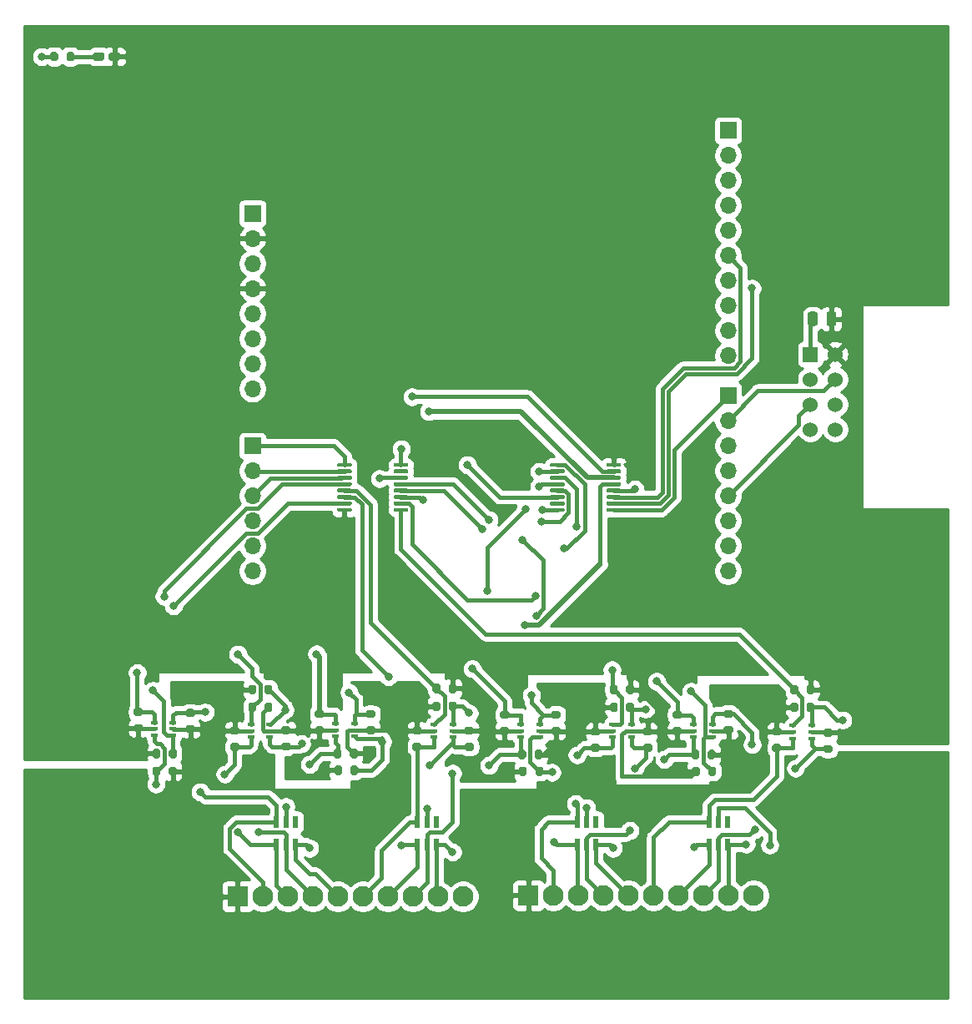
<source format=gtl>
G04 #@! TF.GenerationSoftware,KiCad,Pcbnew,5.1.10-88a1d61d58~90~ubuntu20.04.1*
G04 #@! TF.CreationDate,2021-09-14T19:28:03-05:00*
G04 #@! TF.ProjectId,serial_logger_uart_expander,73657269-616c-45f6-9c6f-676765725f75,rev?*
G04 #@! TF.SameCoordinates,Original*
G04 #@! TF.FileFunction,Copper,L1,Top*
G04 #@! TF.FilePolarity,Positive*
%FSLAX46Y46*%
G04 Gerber Fmt 4.6, Leading zero omitted, Abs format (unit mm)*
G04 Created by KiCad (PCBNEW 5.1.10-88a1d61d58~90~ubuntu20.04.1) date 2021-09-14 19:28:03*
%MOMM*%
%LPD*%
G01*
G04 APERTURE LIST*
G04 #@! TA.AperFunction,ComponentPad*
%ADD10R,1.700000X1.700000*%
G04 #@! TD*
G04 #@! TA.AperFunction,ComponentPad*
%ADD11O,1.700000X1.700000*%
G04 #@! TD*
G04 #@! TA.AperFunction,ComponentPad*
%ADD12C,2.100000*%
G04 #@! TD*
G04 #@! TA.AperFunction,ComponentPad*
%ADD13R,2.100000X2.100000*%
G04 #@! TD*
G04 #@! TA.AperFunction,SMDPad,CuDef*
%ADD14R,0.600000X1.200000*%
G04 #@! TD*
G04 #@! TA.AperFunction,SMDPad,CuDef*
%ADD15R,0.650000X0.400000*%
G04 #@! TD*
G04 #@! TA.AperFunction,ComponentPad*
%ADD16R,1.524000X1.524000*%
G04 #@! TD*
G04 #@! TA.AperFunction,ComponentPad*
%ADD17C,1.524000*%
G04 #@! TD*
G04 #@! TA.AperFunction,ViaPad*
%ADD18C,0.800000*%
G04 #@! TD*
G04 #@! TA.AperFunction,Conductor*
%ADD19C,0.400000*%
G04 #@! TD*
G04 #@! TA.AperFunction,Conductor*
%ADD20C,0.500000*%
G04 #@! TD*
G04 #@! TA.AperFunction,Conductor*
%ADD21C,0.254000*%
G04 #@! TD*
G04 #@! TA.AperFunction,Conductor*
%ADD22C,0.100000*%
G04 #@! TD*
G04 APERTURE END LIST*
G04 #@! TA.AperFunction,SMDPad,CuDef*
G36*
G01*
X112575000Y-54012500D02*
X112575000Y-53587500D01*
G75*
G02*
X112787500Y-53375000I212500J0D01*
G01*
X113587500Y-53375000D01*
G75*
G02*
X113800000Y-53587500I0J-212500D01*
G01*
X113800000Y-54012500D01*
G75*
G02*
X113587500Y-54225000I-212500J0D01*
G01*
X112787500Y-54225000D01*
G75*
G02*
X112575000Y-54012500I0J212500D01*
G01*
G37*
G04 #@! TD.AperFunction*
G04 #@! TA.AperFunction,SMDPad,CuDef*
G36*
G01*
X114200000Y-54012500D02*
X114200000Y-53587500D01*
G75*
G02*
X114412500Y-53375000I212500J0D01*
G01*
X115212500Y-53375000D01*
G75*
G02*
X115425000Y-53587500I0J-212500D01*
G01*
X115425000Y-54012500D01*
G75*
G02*
X115212500Y-54225000I-212500J0D01*
G01*
X114412500Y-54225000D01*
G75*
G02*
X114200000Y-54012500I0J212500D01*
G01*
G37*
G04 #@! TD.AperFunction*
D10*
X128800000Y-69700000D03*
D11*
X128800000Y-72240000D03*
X128800000Y-74780000D03*
X128800000Y-77320000D03*
X128800000Y-79860000D03*
X128800000Y-82400000D03*
X128800000Y-84940000D03*
X128800000Y-87480000D03*
D10*
X128800000Y-93280000D03*
D11*
X128800000Y-95820000D03*
X128800000Y-98360000D03*
X128800000Y-100900000D03*
X128800000Y-103440000D03*
X128800000Y-105980000D03*
D10*
X177060000Y-61290000D03*
D11*
X177060000Y-63830000D03*
X177060000Y-66370000D03*
X177060000Y-68910000D03*
X177060000Y-71450000D03*
X177060000Y-73990000D03*
X177060000Y-76530000D03*
X177060000Y-79070000D03*
X177060000Y-81610000D03*
X177060000Y-84150000D03*
X177060000Y-105980000D03*
X177060000Y-103440000D03*
X177060000Y-100900000D03*
X177060000Y-98360000D03*
X177060000Y-95820000D03*
X177060000Y-93280000D03*
X177060000Y-90740000D03*
D10*
X177060000Y-88200000D03*
D12*
X179660000Y-138900000D03*
X177120000Y-138900000D03*
X174580000Y-138900000D03*
X172040000Y-138900000D03*
X169500000Y-138900000D03*
X166960000Y-138900000D03*
X164420000Y-138900000D03*
X161880000Y-138900000D03*
X159340000Y-138900000D03*
D13*
X156800000Y-138900000D03*
X127300000Y-139000000D03*
D12*
X129840000Y-139000000D03*
X132380000Y-139000000D03*
X134920000Y-139000000D03*
X137460000Y-139000000D03*
X140000000Y-139000000D03*
X142540000Y-139000000D03*
X145080000Y-139000000D03*
X147620000Y-139000000D03*
X150160000Y-139000000D03*
G04 #@! TA.AperFunction,SMDPad,CuDef*
G36*
G01*
X165075000Y-118275000D02*
X165075000Y-117725000D01*
G75*
G02*
X165275000Y-117525000I200000J0D01*
G01*
X165675000Y-117525000D01*
G75*
G02*
X165875000Y-117725000I0J-200000D01*
G01*
X165875000Y-118275000D01*
G75*
G02*
X165675000Y-118475000I-200000J0D01*
G01*
X165275000Y-118475000D01*
G75*
G02*
X165075000Y-118275000I0J200000D01*
G01*
G37*
G04 #@! TD.AperFunction*
G04 #@! TA.AperFunction,SMDPad,CuDef*
G36*
G01*
X166725000Y-118275000D02*
X166725000Y-117725000D01*
G75*
G02*
X166925000Y-117525000I200000J0D01*
G01*
X167325000Y-117525000D01*
G75*
G02*
X167525000Y-117725000I0J-200000D01*
G01*
X167525000Y-118275000D01*
G75*
G02*
X167325000Y-118475000I-200000J0D01*
G01*
X166925000Y-118475000D01*
G75*
G02*
X166725000Y-118275000I0J200000D01*
G01*
G37*
G04 #@! TD.AperFunction*
G04 #@! TA.AperFunction,SMDPad,CuDef*
G36*
G01*
X185025000Y-118275000D02*
X185025000Y-117725000D01*
G75*
G02*
X185225000Y-117525000I200000J0D01*
G01*
X185625000Y-117525000D01*
G75*
G02*
X185825000Y-117725000I0J-200000D01*
G01*
X185825000Y-118275000D01*
G75*
G02*
X185625000Y-118475000I-200000J0D01*
G01*
X185225000Y-118475000D01*
G75*
G02*
X185025000Y-118275000I0J200000D01*
G01*
G37*
G04 #@! TD.AperFunction*
G04 #@! TA.AperFunction,SMDPad,CuDef*
G36*
G01*
X183375000Y-118275000D02*
X183375000Y-117725000D01*
G75*
G02*
X183575000Y-117525000I200000J0D01*
G01*
X183975000Y-117525000D01*
G75*
G02*
X184175000Y-117725000I0J-200000D01*
G01*
X184175000Y-118275000D01*
G75*
G02*
X183975000Y-118475000I-200000J0D01*
G01*
X183575000Y-118475000D01*
G75*
G02*
X183375000Y-118275000I0J200000D01*
G01*
G37*
G04 #@! TD.AperFunction*
G04 #@! TA.AperFunction,SMDPad,CuDef*
G36*
G01*
X119475000Y-124225000D02*
X119475000Y-124775000D01*
G75*
G02*
X119275000Y-124975000I-200000J0D01*
G01*
X118875000Y-124975000D01*
G75*
G02*
X118675000Y-124775000I0J200000D01*
G01*
X118675000Y-124225000D01*
G75*
G02*
X118875000Y-124025000I200000J0D01*
G01*
X119275000Y-124025000D01*
G75*
G02*
X119475000Y-124225000I0J-200000D01*
G01*
G37*
G04 #@! TD.AperFunction*
G04 #@! TA.AperFunction,SMDPad,CuDef*
G36*
G01*
X121125000Y-124225000D02*
X121125000Y-124775000D01*
G75*
G02*
X120925000Y-124975000I-200000J0D01*
G01*
X120525000Y-124975000D01*
G75*
G02*
X120325000Y-124775000I0J200000D01*
G01*
X120325000Y-124225000D01*
G75*
G02*
X120525000Y-124025000I200000J0D01*
G01*
X120925000Y-124025000D01*
G75*
G02*
X121125000Y-124225000I0J-200000D01*
G01*
G37*
G04 #@! TD.AperFunction*
G04 #@! TA.AperFunction,SMDPad,CuDef*
G36*
G01*
X148725000Y-118175000D02*
X148725000Y-117625000D01*
G75*
G02*
X148925000Y-117425000I200000J0D01*
G01*
X149325000Y-117425000D01*
G75*
G02*
X149525000Y-117625000I0J-200000D01*
G01*
X149525000Y-118175000D01*
G75*
G02*
X149325000Y-118375000I-200000J0D01*
G01*
X148925000Y-118375000D01*
G75*
G02*
X148725000Y-118175000I0J200000D01*
G01*
G37*
G04 #@! TD.AperFunction*
G04 #@! TA.AperFunction,SMDPad,CuDef*
G36*
G01*
X147075000Y-118175000D02*
X147075000Y-117625000D01*
G75*
G02*
X147275000Y-117425000I200000J0D01*
G01*
X147675000Y-117425000D01*
G75*
G02*
X147875000Y-117625000I0J-200000D01*
G01*
X147875000Y-118175000D01*
G75*
G02*
X147675000Y-118375000I-200000J0D01*
G01*
X147275000Y-118375000D01*
G75*
G02*
X147075000Y-118175000I0J200000D01*
G01*
G37*
G04 #@! TD.AperFunction*
G04 #@! TA.AperFunction,SMDPad,CuDef*
G36*
G01*
X156650000Y-126025000D02*
X156650000Y-126575000D01*
G75*
G02*
X156450000Y-126775000I-200000J0D01*
G01*
X156050000Y-126775000D01*
G75*
G02*
X155850000Y-126575000I0J200000D01*
G01*
X155850000Y-126025000D01*
G75*
G02*
X156050000Y-125825000I200000J0D01*
G01*
X156450000Y-125825000D01*
G75*
G02*
X156650000Y-126025000I0J-200000D01*
G01*
G37*
G04 #@! TD.AperFunction*
G04 #@! TA.AperFunction,SMDPad,CuDef*
G36*
G01*
X158300000Y-126025000D02*
X158300000Y-126575000D01*
G75*
G02*
X158100000Y-126775000I-200000J0D01*
G01*
X157700000Y-126775000D01*
G75*
G02*
X157500000Y-126575000I0J200000D01*
G01*
X157500000Y-126025000D01*
G75*
G02*
X157700000Y-125825000I200000J0D01*
G01*
X158100000Y-125825000D01*
G75*
G02*
X158300000Y-126025000I0J-200000D01*
G01*
G37*
G04 #@! TD.AperFunction*
G04 #@! TA.AperFunction,SMDPad,CuDef*
G36*
G01*
X175850000Y-126025000D02*
X175850000Y-126575000D01*
G75*
G02*
X175650000Y-126775000I-200000J0D01*
G01*
X175250000Y-126775000D01*
G75*
G02*
X175050000Y-126575000I0J200000D01*
G01*
X175050000Y-126025000D01*
G75*
G02*
X175250000Y-125825000I200000J0D01*
G01*
X175650000Y-125825000D01*
G75*
G02*
X175850000Y-126025000I0J-200000D01*
G01*
G37*
G04 #@! TD.AperFunction*
G04 #@! TA.AperFunction,SMDPad,CuDef*
G36*
G01*
X174200000Y-126025000D02*
X174200000Y-126575000D01*
G75*
G02*
X174000000Y-126775000I-200000J0D01*
G01*
X173600000Y-126775000D01*
G75*
G02*
X173400000Y-126575000I0J200000D01*
G01*
X173400000Y-126025000D01*
G75*
G02*
X173600000Y-125825000I200000J0D01*
G01*
X174000000Y-125825000D01*
G75*
G02*
X174200000Y-126025000I0J-200000D01*
G01*
G37*
G04 #@! TD.AperFunction*
G04 #@! TA.AperFunction,SMDPad,CuDef*
G36*
G01*
X130025000Y-120075000D02*
X130025000Y-119525000D01*
G75*
G02*
X130225000Y-119325000I200000J0D01*
G01*
X130625000Y-119325000D01*
G75*
G02*
X130825000Y-119525000I0J-200000D01*
G01*
X130825000Y-120075000D01*
G75*
G02*
X130625000Y-120275000I-200000J0D01*
G01*
X130225000Y-120275000D01*
G75*
G02*
X130025000Y-120075000I0J200000D01*
G01*
G37*
G04 #@! TD.AperFunction*
G04 #@! TA.AperFunction,SMDPad,CuDef*
G36*
G01*
X128375000Y-120075000D02*
X128375000Y-119525000D01*
G75*
G02*
X128575000Y-119325000I200000J0D01*
G01*
X128975000Y-119325000D01*
G75*
G02*
X129175000Y-119525000I0J-200000D01*
G01*
X129175000Y-120075000D01*
G75*
G02*
X128975000Y-120275000I-200000J0D01*
G01*
X128575000Y-120275000D01*
G75*
G02*
X128375000Y-120075000I0J200000D01*
G01*
G37*
G04 #@! TD.AperFunction*
G04 #@! TA.AperFunction,SMDPad,CuDef*
G36*
G01*
X137900000Y-125925000D02*
X137900000Y-126475000D01*
G75*
G02*
X137700000Y-126675000I-200000J0D01*
G01*
X137300000Y-126675000D01*
G75*
G02*
X137100000Y-126475000I0J200000D01*
G01*
X137100000Y-125925000D01*
G75*
G02*
X137300000Y-125725000I200000J0D01*
G01*
X137700000Y-125725000D01*
G75*
G02*
X137900000Y-125925000I0J-200000D01*
G01*
G37*
G04 #@! TD.AperFunction*
G04 #@! TA.AperFunction,SMDPad,CuDef*
G36*
G01*
X139550000Y-125925000D02*
X139550000Y-126475000D01*
G75*
G02*
X139350000Y-126675000I-200000J0D01*
G01*
X138950000Y-126675000D01*
G75*
G02*
X138750000Y-126475000I0J200000D01*
G01*
X138750000Y-125925000D01*
G75*
G02*
X138950000Y-125725000I200000J0D01*
G01*
X139350000Y-125725000D01*
G75*
G02*
X139550000Y-125925000I0J-200000D01*
G01*
G37*
G04 #@! TD.AperFunction*
G04 #@! TA.AperFunction,SMDPad,CuDef*
G36*
G01*
X169175000Y-122675000D02*
X168625000Y-122675000D01*
G75*
G02*
X168425000Y-122475000I0J200000D01*
G01*
X168425000Y-122075000D01*
G75*
G02*
X168625000Y-121875000I200000J0D01*
G01*
X169175000Y-121875000D01*
G75*
G02*
X169375000Y-122075000I0J-200000D01*
G01*
X169375000Y-122475000D01*
G75*
G02*
X169175000Y-122675000I-200000J0D01*
G01*
G37*
G04 #@! TD.AperFunction*
G04 #@! TA.AperFunction,SMDPad,CuDef*
G36*
G01*
X169175000Y-124325000D02*
X168625000Y-124325000D01*
G75*
G02*
X168425000Y-124125000I0J200000D01*
G01*
X168425000Y-123725000D01*
G75*
G02*
X168625000Y-123525000I200000J0D01*
G01*
X169175000Y-123525000D01*
G75*
G02*
X169375000Y-123725000I0J-200000D01*
G01*
X169375000Y-124125000D01*
G75*
G02*
X169175000Y-124325000I-200000J0D01*
G01*
G37*
G04 #@! TD.AperFunction*
G04 #@! TA.AperFunction,SMDPad,CuDef*
G36*
G01*
X187475000Y-124425000D02*
X186925000Y-124425000D01*
G75*
G02*
X186725000Y-124225000I0J200000D01*
G01*
X186725000Y-123825000D01*
G75*
G02*
X186925000Y-123625000I200000J0D01*
G01*
X187475000Y-123625000D01*
G75*
G02*
X187675000Y-123825000I0J-200000D01*
G01*
X187675000Y-124225000D01*
G75*
G02*
X187475000Y-124425000I-200000J0D01*
G01*
G37*
G04 #@! TD.AperFunction*
G04 #@! TA.AperFunction,SMDPad,CuDef*
G36*
G01*
X187475000Y-122775000D02*
X186925000Y-122775000D01*
G75*
G02*
X186725000Y-122575000I0J200000D01*
G01*
X186725000Y-122175000D01*
G75*
G02*
X186925000Y-121975000I200000J0D01*
G01*
X187475000Y-121975000D01*
G75*
G02*
X187675000Y-122175000I0J-200000D01*
G01*
X187675000Y-122575000D01*
G75*
G02*
X187475000Y-122775000I-200000J0D01*
G01*
G37*
G04 #@! TD.AperFunction*
G04 #@! TA.AperFunction,SMDPad,CuDef*
G36*
G01*
X116925000Y-119875000D02*
X117475000Y-119875000D01*
G75*
G02*
X117675000Y-120075000I0J-200000D01*
G01*
X117675000Y-120475000D01*
G75*
G02*
X117475000Y-120675000I-200000J0D01*
G01*
X116925000Y-120675000D01*
G75*
G02*
X116725000Y-120475000I0J200000D01*
G01*
X116725000Y-120075000D01*
G75*
G02*
X116925000Y-119875000I200000J0D01*
G01*
G37*
G04 #@! TD.AperFunction*
G04 #@! TA.AperFunction,SMDPad,CuDef*
G36*
G01*
X116925000Y-121525000D02*
X117475000Y-121525000D01*
G75*
G02*
X117675000Y-121725000I0J-200000D01*
G01*
X117675000Y-122125000D01*
G75*
G02*
X117475000Y-122325000I-200000J0D01*
G01*
X116925000Y-122325000D01*
G75*
G02*
X116725000Y-122125000I0J200000D01*
G01*
X116725000Y-121725000D01*
G75*
G02*
X116925000Y-121525000I200000J0D01*
G01*
G37*
G04 #@! TD.AperFunction*
G04 #@! TA.AperFunction,SMDPad,CuDef*
G36*
G01*
X151075000Y-124225000D02*
X150525000Y-124225000D01*
G75*
G02*
X150325000Y-124025000I0J200000D01*
G01*
X150325000Y-123625000D01*
G75*
G02*
X150525000Y-123425000I200000J0D01*
G01*
X151075000Y-123425000D01*
G75*
G02*
X151275000Y-123625000I0J-200000D01*
G01*
X151275000Y-124025000D01*
G75*
G02*
X151075000Y-124225000I-200000J0D01*
G01*
G37*
G04 #@! TD.AperFunction*
G04 #@! TA.AperFunction,SMDPad,CuDef*
G36*
G01*
X151075000Y-122575000D02*
X150525000Y-122575000D01*
G75*
G02*
X150325000Y-122375000I0J200000D01*
G01*
X150325000Y-121975000D01*
G75*
G02*
X150525000Y-121775000I200000J0D01*
G01*
X151075000Y-121775000D01*
G75*
G02*
X151275000Y-121975000I0J-200000D01*
G01*
X151275000Y-122375000D01*
G75*
G02*
X151075000Y-122575000I-200000J0D01*
G01*
G37*
G04 #@! TD.AperFunction*
G04 #@! TA.AperFunction,SMDPad,CuDef*
G36*
G01*
X154125000Y-120175000D02*
X154675000Y-120175000D01*
G75*
G02*
X154875000Y-120375000I0J-200000D01*
G01*
X154875000Y-120775000D01*
G75*
G02*
X154675000Y-120975000I-200000J0D01*
G01*
X154125000Y-120975000D01*
G75*
G02*
X153925000Y-120775000I0J200000D01*
G01*
X153925000Y-120375000D01*
G75*
G02*
X154125000Y-120175000I200000J0D01*
G01*
G37*
G04 #@! TD.AperFunction*
G04 #@! TA.AperFunction,SMDPad,CuDef*
G36*
G01*
X154125000Y-121825000D02*
X154675000Y-121825000D01*
G75*
G02*
X154875000Y-122025000I0J-200000D01*
G01*
X154875000Y-122425000D01*
G75*
G02*
X154675000Y-122625000I-200000J0D01*
G01*
X154125000Y-122625000D01*
G75*
G02*
X153925000Y-122425000I0J200000D01*
G01*
X153925000Y-122025000D01*
G75*
G02*
X154125000Y-121825000I200000J0D01*
G01*
G37*
G04 #@! TD.AperFunction*
G04 #@! TA.AperFunction,SMDPad,CuDef*
G36*
G01*
X171625000Y-120175000D02*
X172175000Y-120175000D01*
G75*
G02*
X172375000Y-120375000I0J-200000D01*
G01*
X172375000Y-120775000D01*
G75*
G02*
X172175000Y-120975000I-200000J0D01*
G01*
X171625000Y-120975000D01*
G75*
G02*
X171425000Y-120775000I0J200000D01*
G01*
X171425000Y-120375000D01*
G75*
G02*
X171625000Y-120175000I200000J0D01*
G01*
G37*
G04 #@! TD.AperFunction*
G04 #@! TA.AperFunction,SMDPad,CuDef*
G36*
G01*
X171625000Y-121825000D02*
X172175000Y-121825000D01*
G75*
G02*
X172375000Y-122025000I0J-200000D01*
G01*
X172375000Y-122425000D01*
G75*
G02*
X172175000Y-122625000I-200000J0D01*
G01*
X171625000Y-122625000D01*
G75*
G02*
X171425000Y-122425000I0J200000D01*
G01*
X171425000Y-122025000D01*
G75*
G02*
X171625000Y-121825000I200000J0D01*
G01*
G37*
G04 #@! TD.AperFunction*
G04 #@! TA.AperFunction,SMDPad,CuDef*
G36*
G01*
X132475000Y-124200000D02*
X131925000Y-124200000D01*
G75*
G02*
X131725000Y-124000000I0J200000D01*
G01*
X131725000Y-123600000D01*
G75*
G02*
X131925000Y-123400000I200000J0D01*
G01*
X132475000Y-123400000D01*
G75*
G02*
X132675000Y-123600000I0J-200000D01*
G01*
X132675000Y-124000000D01*
G75*
G02*
X132475000Y-124200000I-200000J0D01*
G01*
G37*
G04 #@! TD.AperFunction*
G04 #@! TA.AperFunction,SMDPad,CuDef*
G36*
G01*
X132475000Y-122550000D02*
X131925000Y-122550000D01*
G75*
G02*
X131725000Y-122350000I0J200000D01*
G01*
X131725000Y-121950000D01*
G75*
G02*
X131925000Y-121750000I200000J0D01*
G01*
X132475000Y-121750000D01*
G75*
G02*
X132675000Y-121950000I0J-200000D01*
G01*
X132675000Y-122350000D01*
G75*
G02*
X132475000Y-122550000I-200000J0D01*
G01*
G37*
G04 #@! TD.AperFunction*
G04 #@! TA.AperFunction,SMDPad,CuDef*
G36*
G01*
X135325000Y-120100000D02*
X135875000Y-120100000D01*
G75*
G02*
X136075000Y-120300000I0J-200000D01*
G01*
X136075000Y-120700000D01*
G75*
G02*
X135875000Y-120900000I-200000J0D01*
G01*
X135325000Y-120900000D01*
G75*
G02*
X135125000Y-120700000I0J200000D01*
G01*
X135125000Y-120300000D01*
G75*
G02*
X135325000Y-120100000I200000J0D01*
G01*
G37*
G04 #@! TD.AperFunction*
G04 #@! TA.AperFunction,SMDPad,CuDef*
G36*
G01*
X135325000Y-121750000D02*
X135875000Y-121750000D01*
G75*
G02*
X136075000Y-121950000I0J-200000D01*
G01*
X136075000Y-122350000D01*
G75*
G02*
X135875000Y-122550000I-200000J0D01*
G01*
X135325000Y-122550000D01*
G75*
G02*
X135125000Y-122350000I0J200000D01*
G01*
X135125000Y-121950000D01*
G75*
G02*
X135325000Y-121750000I200000J0D01*
G01*
G37*
G04 #@! TD.AperFunction*
G04 #@! TA.AperFunction,SMDPad,CuDef*
G36*
G01*
X163325000Y-121875000D02*
X163875000Y-121875000D01*
G75*
G02*
X164075000Y-122075000I0J-200000D01*
G01*
X164075000Y-122475000D01*
G75*
G02*
X163875000Y-122675000I-200000J0D01*
G01*
X163325000Y-122675000D01*
G75*
G02*
X163125000Y-122475000I0J200000D01*
G01*
X163125000Y-122075000D01*
G75*
G02*
X163325000Y-121875000I200000J0D01*
G01*
G37*
G04 #@! TD.AperFunction*
G04 #@! TA.AperFunction,SMDPad,CuDef*
G36*
G01*
X163325000Y-123525000D02*
X163875000Y-123525000D01*
G75*
G02*
X164075000Y-123725000I0J-200000D01*
G01*
X164075000Y-124125000D01*
G75*
G02*
X163875000Y-124325000I-200000J0D01*
G01*
X163325000Y-124325000D01*
G75*
G02*
X163125000Y-124125000I0J200000D01*
G01*
X163125000Y-123725000D01*
G75*
G02*
X163325000Y-123525000I200000J0D01*
G01*
G37*
G04 #@! TD.AperFunction*
G04 #@! TA.AperFunction,SMDPad,CuDef*
G36*
G01*
X181725000Y-123525000D02*
X182275000Y-123525000D01*
G75*
G02*
X182475000Y-123725000I0J-200000D01*
G01*
X182475000Y-124125000D01*
G75*
G02*
X182275000Y-124325000I-200000J0D01*
G01*
X181725000Y-124325000D01*
G75*
G02*
X181525000Y-124125000I0J200000D01*
G01*
X181525000Y-123725000D01*
G75*
G02*
X181725000Y-123525000I200000J0D01*
G01*
G37*
G04 #@! TD.AperFunction*
G04 #@! TA.AperFunction,SMDPad,CuDef*
G36*
G01*
X181725000Y-121875000D02*
X182275000Y-121875000D01*
G75*
G02*
X182475000Y-122075000I0J-200000D01*
G01*
X182475000Y-122475000D01*
G75*
G02*
X182275000Y-122675000I-200000J0D01*
G01*
X181725000Y-122675000D01*
G75*
G02*
X181525000Y-122475000I0J200000D01*
G01*
X181525000Y-122075000D01*
G75*
G02*
X181725000Y-121875000I200000J0D01*
G01*
G37*
G04 #@! TD.AperFunction*
G04 #@! TA.AperFunction,SMDPad,CuDef*
G36*
G01*
X122775000Y-120775000D02*
X122225000Y-120775000D01*
G75*
G02*
X122025000Y-120575000I0J200000D01*
G01*
X122025000Y-120175000D01*
G75*
G02*
X122225000Y-119975000I200000J0D01*
G01*
X122775000Y-119975000D01*
G75*
G02*
X122975000Y-120175000I0J-200000D01*
G01*
X122975000Y-120575000D01*
G75*
G02*
X122775000Y-120775000I-200000J0D01*
G01*
G37*
G04 #@! TD.AperFunction*
G04 #@! TA.AperFunction,SMDPad,CuDef*
G36*
G01*
X122775000Y-122425000D02*
X122225000Y-122425000D01*
G75*
G02*
X122025000Y-122225000I0J200000D01*
G01*
X122025000Y-121825000D01*
G75*
G02*
X122225000Y-121625000I200000J0D01*
G01*
X122775000Y-121625000D01*
G75*
G02*
X122975000Y-121825000I0J-200000D01*
G01*
X122975000Y-122225000D01*
G75*
G02*
X122775000Y-122425000I-200000J0D01*
G01*
G37*
G04 #@! TD.AperFunction*
G04 #@! TA.AperFunction,SMDPad,CuDef*
G36*
G01*
X145225000Y-123425000D02*
X145775000Y-123425000D01*
G75*
G02*
X145975000Y-123625000I0J-200000D01*
G01*
X145975000Y-124025000D01*
G75*
G02*
X145775000Y-124225000I-200000J0D01*
G01*
X145225000Y-124225000D01*
G75*
G02*
X145025000Y-124025000I0J200000D01*
G01*
X145025000Y-123625000D01*
G75*
G02*
X145225000Y-123425000I200000J0D01*
G01*
G37*
G04 #@! TD.AperFunction*
G04 #@! TA.AperFunction,SMDPad,CuDef*
G36*
G01*
X145225000Y-121775000D02*
X145775000Y-121775000D01*
G75*
G02*
X145975000Y-121975000I0J-200000D01*
G01*
X145975000Y-122375000D01*
G75*
G02*
X145775000Y-122575000I-200000J0D01*
G01*
X145225000Y-122575000D01*
G75*
G02*
X145025000Y-122375000I0J200000D01*
G01*
X145025000Y-121975000D01*
G75*
G02*
X145225000Y-121775000I200000J0D01*
G01*
G37*
G04 #@! TD.AperFunction*
G04 #@! TA.AperFunction,SMDPad,CuDef*
G36*
G01*
X159875000Y-120975000D02*
X159325000Y-120975000D01*
G75*
G02*
X159125000Y-120775000I0J200000D01*
G01*
X159125000Y-120375000D01*
G75*
G02*
X159325000Y-120175000I200000J0D01*
G01*
X159875000Y-120175000D01*
G75*
G02*
X160075000Y-120375000I0J-200000D01*
G01*
X160075000Y-120775000D01*
G75*
G02*
X159875000Y-120975000I-200000J0D01*
G01*
G37*
G04 #@! TD.AperFunction*
G04 #@! TA.AperFunction,SMDPad,CuDef*
G36*
G01*
X159875000Y-122625000D02*
X159325000Y-122625000D01*
G75*
G02*
X159125000Y-122425000I0J200000D01*
G01*
X159125000Y-122025000D01*
G75*
G02*
X159325000Y-121825000I200000J0D01*
G01*
X159875000Y-121825000D01*
G75*
G02*
X160075000Y-122025000I0J-200000D01*
G01*
X160075000Y-122425000D01*
G75*
G02*
X159875000Y-122625000I-200000J0D01*
G01*
G37*
G04 #@! TD.AperFunction*
G04 #@! TA.AperFunction,SMDPad,CuDef*
G36*
G01*
X177375000Y-120875000D02*
X176825000Y-120875000D01*
G75*
G02*
X176625000Y-120675000I0J200000D01*
G01*
X176625000Y-120275000D01*
G75*
G02*
X176825000Y-120075000I200000J0D01*
G01*
X177375000Y-120075000D01*
G75*
G02*
X177575000Y-120275000I0J-200000D01*
G01*
X177575000Y-120675000D01*
G75*
G02*
X177375000Y-120875000I-200000J0D01*
G01*
G37*
G04 #@! TD.AperFunction*
G04 #@! TA.AperFunction,SMDPad,CuDef*
G36*
G01*
X177375000Y-122525000D02*
X176825000Y-122525000D01*
G75*
G02*
X176625000Y-122325000I0J200000D01*
G01*
X176625000Y-121925000D01*
G75*
G02*
X176825000Y-121725000I200000J0D01*
G01*
X177375000Y-121725000D01*
G75*
G02*
X177575000Y-121925000I0J-200000D01*
G01*
X177575000Y-122325000D01*
G75*
G02*
X177375000Y-122525000I-200000J0D01*
G01*
G37*
G04 #@! TD.AperFunction*
G04 #@! TA.AperFunction,SMDPad,CuDef*
G36*
G01*
X126725000Y-123425000D02*
X127275000Y-123425000D01*
G75*
G02*
X127475000Y-123625000I0J-200000D01*
G01*
X127475000Y-124025000D01*
G75*
G02*
X127275000Y-124225000I-200000J0D01*
G01*
X126725000Y-124225000D01*
G75*
G02*
X126525000Y-124025000I0J200000D01*
G01*
X126525000Y-123625000D01*
G75*
G02*
X126725000Y-123425000I200000J0D01*
G01*
G37*
G04 #@! TD.AperFunction*
G04 #@! TA.AperFunction,SMDPad,CuDef*
G36*
G01*
X126725000Y-121775000D02*
X127275000Y-121775000D01*
G75*
G02*
X127475000Y-121975000I0J-200000D01*
G01*
X127475000Y-122375000D01*
G75*
G02*
X127275000Y-122575000I-200000J0D01*
G01*
X126725000Y-122575000D01*
G75*
G02*
X126525000Y-122375000I0J200000D01*
G01*
X126525000Y-121975000D01*
G75*
G02*
X126725000Y-121775000I200000J0D01*
G01*
G37*
G04 #@! TD.AperFunction*
G04 #@! TA.AperFunction,SMDPad,CuDef*
G36*
G01*
X141075000Y-120900000D02*
X140525000Y-120900000D01*
G75*
G02*
X140325000Y-120700000I0J200000D01*
G01*
X140325000Y-120300000D01*
G75*
G02*
X140525000Y-120100000I200000J0D01*
G01*
X141075000Y-120100000D01*
G75*
G02*
X141275000Y-120300000I0J-200000D01*
G01*
X141275000Y-120700000D01*
G75*
G02*
X141075000Y-120900000I-200000J0D01*
G01*
G37*
G04 #@! TD.AperFunction*
G04 #@! TA.AperFunction,SMDPad,CuDef*
G36*
G01*
X141075000Y-122550000D02*
X140525000Y-122550000D01*
G75*
G02*
X140325000Y-122350000I0J200000D01*
G01*
X140325000Y-121950000D01*
G75*
G02*
X140525000Y-121750000I200000J0D01*
G01*
X141075000Y-121750000D01*
G75*
G02*
X141275000Y-121950000I0J-200000D01*
G01*
X141275000Y-122350000D01*
G75*
G02*
X141075000Y-122550000I-200000J0D01*
G01*
G37*
G04 #@! TD.AperFunction*
G04 #@! TA.AperFunction,SMDPad,CuDef*
G36*
G01*
X166725000Y-120075000D02*
X166725000Y-119525000D01*
G75*
G02*
X166925000Y-119325000I200000J0D01*
G01*
X167325000Y-119325000D01*
G75*
G02*
X167525000Y-119525000I0J-200000D01*
G01*
X167525000Y-120075000D01*
G75*
G02*
X167325000Y-120275000I-200000J0D01*
G01*
X166925000Y-120275000D01*
G75*
G02*
X166725000Y-120075000I0J200000D01*
G01*
G37*
G04 #@! TD.AperFunction*
G04 #@! TA.AperFunction,SMDPad,CuDef*
G36*
G01*
X165075000Y-120075000D02*
X165075000Y-119525000D01*
G75*
G02*
X165275000Y-119325000I200000J0D01*
G01*
X165675000Y-119325000D01*
G75*
G02*
X165875000Y-119525000I0J-200000D01*
G01*
X165875000Y-120075000D01*
G75*
G02*
X165675000Y-120275000I-200000J0D01*
G01*
X165275000Y-120275000D01*
G75*
G02*
X165075000Y-120075000I0J200000D01*
G01*
G37*
G04 #@! TD.AperFunction*
G04 #@! TA.AperFunction,SMDPad,CuDef*
G36*
G01*
X183375000Y-120075000D02*
X183375000Y-119525000D01*
G75*
G02*
X183575000Y-119325000I200000J0D01*
G01*
X183975000Y-119325000D01*
G75*
G02*
X184175000Y-119525000I0J-200000D01*
G01*
X184175000Y-120075000D01*
G75*
G02*
X183975000Y-120275000I-200000J0D01*
G01*
X183575000Y-120275000D01*
G75*
G02*
X183375000Y-120075000I0J200000D01*
G01*
G37*
G04 #@! TD.AperFunction*
G04 #@! TA.AperFunction,SMDPad,CuDef*
G36*
G01*
X185025000Y-120075000D02*
X185025000Y-119525000D01*
G75*
G02*
X185225000Y-119325000I200000J0D01*
G01*
X185625000Y-119325000D01*
G75*
G02*
X185825000Y-119525000I0J-200000D01*
G01*
X185825000Y-120075000D01*
G75*
G02*
X185625000Y-120275000I-200000J0D01*
G01*
X185225000Y-120275000D01*
G75*
G02*
X185025000Y-120075000I0J200000D01*
G01*
G37*
G04 #@! TD.AperFunction*
G04 #@! TA.AperFunction,SMDPad,CuDef*
G36*
G01*
X121125000Y-126025000D02*
X121125000Y-126575000D01*
G75*
G02*
X120925000Y-126775000I-200000J0D01*
G01*
X120525000Y-126775000D01*
G75*
G02*
X120325000Y-126575000I0J200000D01*
G01*
X120325000Y-126025000D01*
G75*
G02*
X120525000Y-125825000I200000J0D01*
G01*
X120925000Y-125825000D01*
G75*
G02*
X121125000Y-126025000I0J-200000D01*
G01*
G37*
G04 #@! TD.AperFunction*
G04 #@! TA.AperFunction,SMDPad,CuDef*
G36*
G01*
X119475000Y-126025000D02*
X119475000Y-126575000D01*
G75*
G02*
X119275000Y-126775000I-200000J0D01*
G01*
X118875000Y-126775000D01*
G75*
G02*
X118675000Y-126575000I0J200000D01*
G01*
X118675000Y-126025000D01*
G75*
G02*
X118875000Y-125825000I200000J0D01*
G01*
X119275000Y-125825000D01*
G75*
G02*
X119475000Y-126025000I0J-200000D01*
G01*
G37*
G04 #@! TD.AperFunction*
G04 #@! TA.AperFunction,SMDPad,CuDef*
G36*
G01*
X147075000Y-119975000D02*
X147075000Y-119425000D01*
G75*
G02*
X147275000Y-119225000I200000J0D01*
G01*
X147675000Y-119225000D01*
G75*
G02*
X147875000Y-119425000I0J-200000D01*
G01*
X147875000Y-119975000D01*
G75*
G02*
X147675000Y-120175000I-200000J0D01*
G01*
X147275000Y-120175000D01*
G75*
G02*
X147075000Y-119975000I0J200000D01*
G01*
G37*
G04 #@! TD.AperFunction*
G04 #@! TA.AperFunction,SMDPad,CuDef*
G36*
G01*
X148725000Y-119975000D02*
X148725000Y-119425000D01*
G75*
G02*
X148925000Y-119225000I200000J0D01*
G01*
X149325000Y-119225000D01*
G75*
G02*
X149525000Y-119425000I0J-200000D01*
G01*
X149525000Y-119975000D01*
G75*
G02*
X149325000Y-120175000I-200000J0D01*
G01*
X148925000Y-120175000D01*
G75*
G02*
X148725000Y-119975000I0J200000D01*
G01*
G37*
G04 #@! TD.AperFunction*
G04 #@! TA.AperFunction,SMDPad,CuDef*
G36*
G01*
X156575000Y-124325000D02*
X156575000Y-124875000D01*
G75*
G02*
X156375000Y-125075000I-200000J0D01*
G01*
X155975000Y-125075000D01*
G75*
G02*
X155775000Y-124875000I0J200000D01*
G01*
X155775000Y-124325000D01*
G75*
G02*
X155975000Y-124125000I200000J0D01*
G01*
X156375000Y-124125000D01*
G75*
G02*
X156575000Y-124325000I0J-200000D01*
G01*
G37*
G04 #@! TD.AperFunction*
G04 #@! TA.AperFunction,SMDPad,CuDef*
G36*
G01*
X158225000Y-124325000D02*
X158225000Y-124875000D01*
G75*
G02*
X158025000Y-125075000I-200000J0D01*
G01*
X157625000Y-125075000D01*
G75*
G02*
X157425000Y-124875000I0J200000D01*
G01*
X157425000Y-124325000D01*
G75*
G02*
X157625000Y-124125000I200000J0D01*
G01*
X158025000Y-124125000D01*
G75*
G02*
X158225000Y-124325000I0J-200000D01*
G01*
G37*
G04 #@! TD.AperFunction*
G04 #@! TA.AperFunction,SMDPad,CuDef*
G36*
G01*
X175800000Y-124325000D02*
X175800000Y-124875000D01*
G75*
G02*
X175600000Y-125075000I-200000J0D01*
G01*
X175200000Y-125075000D01*
G75*
G02*
X175000000Y-124875000I0J200000D01*
G01*
X175000000Y-124325000D01*
G75*
G02*
X175200000Y-124125000I200000J0D01*
G01*
X175600000Y-124125000D01*
G75*
G02*
X175800000Y-124325000I0J-200000D01*
G01*
G37*
G04 #@! TD.AperFunction*
G04 #@! TA.AperFunction,SMDPad,CuDef*
G36*
G01*
X174150000Y-124325000D02*
X174150000Y-124875000D01*
G75*
G02*
X173950000Y-125075000I-200000J0D01*
G01*
X173550000Y-125075000D01*
G75*
G02*
X173350000Y-124875000I0J200000D01*
G01*
X173350000Y-124325000D01*
G75*
G02*
X173550000Y-124125000I200000J0D01*
G01*
X173950000Y-124125000D01*
G75*
G02*
X174150000Y-124325000I0J-200000D01*
G01*
G37*
G04 #@! TD.AperFunction*
G04 #@! TA.AperFunction,SMDPad,CuDef*
G36*
G01*
X128375000Y-118275000D02*
X128375000Y-117725000D01*
G75*
G02*
X128575000Y-117525000I200000J0D01*
G01*
X128975000Y-117525000D01*
G75*
G02*
X129175000Y-117725000I0J-200000D01*
G01*
X129175000Y-118275000D01*
G75*
G02*
X128975000Y-118475000I-200000J0D01*
G01*
X128575000Y-118475000D01*
G75*
G02*
X128375000Y-118275000I0J200000D01*
G01*
G37*
G04 #@! TD.AperFunction*
G04 #@! TA.AperFunction,SMDPad,CuDef*
G36*
G01*
X130025000Y-118275000D02*
X130025000Y-117725000D01*
G75*
G02*
X130225000Y-117525000I200000J0D01*
G01*
X130625000Y-117525000D01*
G75*
G02*
X130825000Y-117725000I0J-200000D01*
G01*
X130825000Y-118275000D01*
G75*
G02*
X130625000Y-118475000I-200000J0D01*
G01*
X130225000Y-118475000D01*
G75*
G02*
X130025000Y-118275000I0J200000D01*
G01*
G37*
G04 #@! TD.AperFunction*
G04 #@! TA.AperFunction,SMDPad,CuDef*
G36*
G01*
X139500000Y-124225000D02*
X139500000Y-124775000D01*
G75*
G02*
X139300000Y-124975000I-200000J0D01*
G01*
X138900000Y-124975000D01*
G75*
G02*
X138700000Y-124775000I0J200000D01*
G01*
X138700000Y-124225000D01*
G75*
G02*
X138900000Y-124025000I200000J0D01*
G01*
X139300000Y-124025000D01*
G75*
G02*
X139500000Y-124225000I0J-200000D01*
G01*
G37*
G04 #@! TD.AperFunction*
G04 #@! TA.AperFunction,SMDPad,CuDef*
G36*
G01*
X137850000Y-124225000D02*
X137850000Y-124775000D01*
G75*
G02*
X137650000Y-124975000I-200000J0D01*
G01*
X137250000Y-124975000D01*
G75*
G02*
X137050000Y-124775000I0J200000D01*
G01*
X137050000Y-124225000D01*
G75*
G02*
X137250000Y-124025000I200000J0D01*
G01*
X137650000Y-124025000D01*
G75*
G02*
X137850000Y-124225000I0J-200000D01*
G01*
G37*
G04 #@! TD.AperFunction*
G04 #@! TA.AperFunction,SMDPad,CuDef*
G36*
G01*
X108275000Y-54075000D02*
X108275000Y-53525000D01*
G75*
G02*
X108475000Y-53325000I200000J0D01*
G01*
X108875000Y-53325000D01*
G75*
G02*
X109075000Y-53525000I0J-200000D01*
G01*
X109075000Y-54075000D01*
G75*
G02*
X108875000Y-54275000I-200000J0D01*
G01*
X108475000Y-54275000D01*
G75*
G02*
X108275000Y-54075000I0J200000D01*
G01*
G37*
G04 #@! TD.AperFunction*
G04 #@! TA.AperFunction,SMDPad,CuDef*
G36*
G01*
X109925000Y-54075000D02*
X109925000Y-53525000D01*
G75*
G02*
X110125000Y-53325000I200000J0D01*
G01*
X110525000Y-53325000D01*
G75*
G02*
X110725000Y-53525000I0J-200000D01*
G01*
X110725000Y-54075000D01*
G75*
G02*
X110525000Y-54275000I-200000J0D01*
G01*
X110125000Y-54275000D01*
G75*
G02*
X109925000Y-54075000I0J200000D01*
G01*
G37*
G04 #@! TD.AperFunction*
G04 #@! TA.AperFunction,SMDPad,CuDef*
G36*
G01*
X138875000Y-99675000D02*
X138875000Y-99875000D01*
G75*
G02*
X138775000Y-99975000I-100000J0D01*
G01*
X137500000Y-99975000D01*
G75*
G02*
X137400000Y-99875000I0J100000D01*
G01*
X137400000Y-99675000D01*
G75*
G02*
X137500000Y-99575000I100000J0D01*
G01*
X138775000Y-99575000D01*
G75*
G02*
X138875000Y-99675000I0J-100000D01*
G01*
G37*
G04 #@! TD.AperFunction*
G04 #@! TA.AperFunction,SMDPad,CuDef*
G36*
G01*
X138875000Y-99025000D02*
X138875000Y-99225000D01*
G75*
G02*
X138775000Y-99325000I-100000J0D01*
G01*
X137500000Y-99325000D01*
G75*
G02*
X137400000Y-99225000I0J100000D01*
G01*
X137400000Y-99025000D01*
G75*
G02*
X137500000Y-98925000I100000J0D01*
G01*
X138775000Y-98925000D01*
G75*
G02*
X138875000Y-99025000I0J-100000D01*
G01*
G37*
G04 #@! TD.AperFunction*
G04 #@! TA.AperFunction,SMDPad,CuDef*
G36*
G01*
X138875000Y-98375000D02*
X138875000Y-98575000D01*
G75*
G02*
X138775000Y-98675000I-100000J0D01*
G01*
X137500000Y-98675000D01*
G75*
G02*
X137400000Y-98575000I0J100000D01*
G01*
X137400000Y-98375000D01*
G75*
G02*
X137500000Y-98275000I100000J0D01*
G01*
X138775000Y-98275000D01*
G75*
G02*
X138875000Y-98375000I0J-100000D01*
G01*
G37*
G04 #@! TD.AperFunction*
G04 #@! TA.AperFunction,SMDPad,CuDef*
G36*
G01*
X138875000Y-97725000D02*
X138875000Y-97925000D01*
G75*
G02*
X138775000Y-98025000I-100000J0D01*
G01*
X137500000Y-98025000D01*
G75*
G02*
X137400000Y-97925000I0J100000D01*
G01*
X137400000Y-97725000D01*
G75*
G02*
X137500000Y-97625000I100000J0D01*
G01*
X138775000Y-97625000D01*
G75*
G02*
X138875000Y-97725000I0J-100000D01*
G01*
G37*
G04 #@! TD.AperFunction*
G04 #@! TA.AperFunction,SMDPad,CuDef*
G36*
G01*
X138875000Y-97075000D02*
X138875000Y-97275000D01*
G75*
G02*
X138775000Y-97375000I-100000J0D01*
G01*
X137500000Y-97375000D01*
G75*
G02*
X137400000Y-97275000I0J100000D01*
G01*
X137400000Y-97075000D01*
G75*
G02*
X137500000Y-96975000I100000J0D01*
G01*
X138775000Y-96975000D01*
G75*
G02*
X138875000Y-97075000I0J-100000D01*
G01*
G37*
G04 #@! TD.AperFunction*
G04 #@! TA.AperFunction,SMDPad,CuDef*
G36*
G01*
X138875000Y-96425000D02*
X138875000Y-96625000D01*
G75*
G02*
X138775000Y-96725000I-100000J0D01*
G01*
X137500000Y-96725000D01*
G75*
G02*
X137400000Y-96625000I0J100000D01*
G01*
X137400000Y-96425000D01*
G75*
G02*
X137500000Y-96325000I100000J0D01*
G01*
X138775000Y-96325000D01*
G75*
G02*
X138875000Y-96425000I0J-100000D01*
G01*
G37*
G04 #@! TD.AperFunction*
G04 #@! TA.AperFunction,SMDPad,CuDef*
G36*
G01*
X138875000Y-95775000D02*
X138875000Y-95975000D01*
G75*
G02*
X138775000Y-96075000I-100000J0D01*
G01*
X137500000Y-96075000D01*
G75*
G02*
X137400000Y-95975000I0J100000D01*
G01*
X137400000Y-95775000D01*
G75*
G02*
X137500000Y-95675000I100000J0D01*
G01*
X138775000Y-95675000D01*
G75*
G02*
X138875000Y-95775000I0J-100000D01*
G01*
G37*
G04 #@! TD.AperFunction*
G04 #@! TA.AperFunction,SMDPad,CuDef*
G36*
G01*
X138875000Y-95125000D02*
X138875000Y-95325000D01*
G75*
G02*
X138775000Y-95425000I-100000J0D01*
G01*
X137500000Y-95425000D01*
G75*
G02*
X137400000Y-95325000I0J100000D01*
G01*
X137400000Y-95125000D01*
G75*
G02*
X137500000Y-95025000I100000J0D01*
G01*
X138775000Y-95025000D01*
G75*
G02*
X138875000Y-95125000I0J-100000D01*
G01*
G37*
G04 #@! TD.AperFunction*
G04 #@! TA.AperFunction,SMDPad,CuDef*
G36*
G01*
X144600000Y-95125000D02*
X144600000Y-95325000D01*
G75*
G02*
X144500000Y-95425000I-100000J0D01*
G01*
X143225000Y-95425000D01*
G75*
G02*
X143125000Y-95325000I0J100000D01*
G01*
X143125000Y-95125000D01*
G75*
G02*
X143225000Y-95025000I100000J0D01*
G01*
X144500000Y-95025000D01*
G75*
G02*
X144600000Y-95125000I0J-100000D01*
G01*
G37*
G04 #@! TD.AperFunction*
G04 #@! TA.AperFunction,SMDPad,CuDef*
G36*
G01*
X144600000Y-95775000D02*
X144600000Y-95975000D01*
G75*
G02*
X144500000Y-96075000I-100000J0D01*
G01*
X143225000Y-96075000D01*
G75*
G02*
X143125000Y-95975000I0J100000D01*
G01*
X143125000Y-95775000D01*
G75*
G02*
X143225000Y-95675000I100000J0D01*
G01*
X144500000Y-95675000D01*
G75*
G02*
X144600000Y-95775000I0J-100000D01*
G01*
G37*
G04 #@! TD.AperFunction*
G04 #@! TA.AperFunction,SMDPad,CuDef*
G36*
G01*
X144600000Y-96425000D02*
X144600000Y-96625000D01*
G75*
G02*
X144500000Y-96725000I-100000J0D01*
G01*
X143225000Y-96725000D01*
G75*
G02*
X143125000Y-96625000I0J100000D01*
G01*
X143125000Y-96425000D01*
G75*
G02*
X143225000Y-96325000I100000J0D01*
G01*
X144500000Y-96325000D01*
G75*
G02*
X144600000Y-96425000I0J-100000D01*
G01*
G37*
G04 #@! TD.AperFunction*
G04 #@! TA.AperFunction,SMDPad,CuDef*
G36*
G01*
X144600000Y-97075000D02*
X144600000Y-97275000D01*
G75*
G02*
X144500000Y-97375000I-100000J0D01*
G01*
X143225000Y-97375000D01*
G75*
G02*
X143125000Y-97275000I0J100000D01*
G01*
X143125000Y-97075000D01*
G75*
G02*
X143225000Y-96975000I100000J0D01*
G01*
X144500000Y-96975000D01*
G75*
G02*
X144600000Y-97075000I0J-100000D01*
G01*
G37*
G04 #@! TD.AperFunction*
G04 #@! TA.AperFunction,SMDPad,CuDef*
G36*
G01*
X144600000Y-97725000D02*
X144600000Y-97925000D01*
G75*
G02*
X144500000Y-98025000I-100000J0D01*
G01*
X143225000Y-98025000D01*
G75*
G02*
X143125000Y-97925000I0J100000D01*
G01*
X143125000Y-97725000D01*
G75*
G02*
X143225000Y-97625000I100000J0D01*
G01*
X144500000Y-97625000D01*
G75*
G02*
X144600000Y-97725000I0J-100000D01*
G01*
G37*
G04 #@! TD.AperFunction*
G04 #@! TA.AperFunction,SMDPad,CuDef*
G36*
G01*
X144600000Y-98375000D02*
X144600000Y-98575000D01*
G75*
G02*
X144500000Y-98675000I-100000J0D01*
G01*
X143225000Y-98675000D01*
G75*
G02*
X143125000Y-98575000I0J100000D01*
G01*
X143125000Y-98375000D01*
G75*
G02*
X143225000Y-98275000I100000J0D01*
G01*
X144500000Y-98275000D01*
G75*
G02*
X144600000Y-98375000I0J-100000D01*
G01*
G37*
G04 #@! TD.AperFunction*
G04 #@! TA.AperFunction,SMDPad,CuDef*
G36*
G01*
X144600000Y-99025000D02*
X144600000Y-99225000D01*
G75*
G02*
X144500000Y-99325000I-100000J0D01*
G01*
X143225000Y-99325000D01*
G75*
G02*
X143125000Y-99225000I0J100000D01*
G01*
X143125000Y-99025000D01*
G75*
G02*
X143225000Y-98925000I100000J0D01*
G01*
X144500000Y-98925000D01*
G75*
G02*
X144600000Y-99025000I0J-100000D01*
G01*
G37*
G04 #@! TD.AperFunction*
G04 #@! TA.AperFunction,SMDPad,CuDef*
G36*
G01*
X144600000Y-99675000D02*
X144600000Y-99875000D01*
G75*
G02*
X144500000Y-99975000I-100000J0D01*
G01*
X143225000Y-99975000D01*
G75*
G02*
X143125000Y-99875000I0J100000D01*
G01*
X143125000Y-99675000D01*
G75*
G02*
X143225000Y-99575000I100000J0D01*
G01*
X144500000Y-99575000D01*
G75*
G02*
X144600000Y-99675000I0J-100000D01*
G01*
G37*
G04 #@! TD.AperFunction*
G04 #@! TA.AperFunction,SMDPad,CuDef*
G36*
G01*
X159000000Y-95325000D02*
X159000000Y-95125000D01*
G75*
G02*
X159100000Y-95025000I100000J0D01*
G01*
X160375000Y-95025000D01*
G75*
G02*
X160475000Y-95125000I0J-100000D01*
G01*
X160475000Y-95325000D01*
G75*
G02*
X160375000Y-95425000I-100000J0D01*
G01*
X159100000Y-95425000D01*
G75*
G02*
X159000000Y-95325000I0J100000D01*
G01*
G37*
G04 #@! TD.AperFunction*
G04 #@! TA.AperFunction,SMDPad,CuDef*
G36*
G01*
X159000000Y-95975000D02*
X159000000Y-95775000D01*
G75*
G02*
X159100000Y-95675000I100000J0D01*
G01*
X160375000Y-95675000D01*
G75*
G02*
X160475000Y-95775000I0J-100000D01*
G01*
X160475000Y-95975000D01*
G75*
G02*
X160375000Y-96075000I-100000J0D01*
G01*
X159100000Y-96075000D01*
G75*
G02*
X159000000Y-95975000I0J100000D01*
G01*
G37*
G04 #@! TD.AperFunction*
G04 #@! TA.AperFunction,SMDPad,CuDef*
G36*
G01*
X159000000Y-96625000D02*
X159000000Y-96425000D01*
G75*
G02*
X159100000Y-96325000I100000J0D01*
G01*
X160375000Y-96325000D01*
G75*
G02*
X160475000Y-96425000I0J-100000D01*
G01*
X160475000Y-96625000D01*
G75*
G02*
X160375000Y-96725000I-100000J0D01*
G01*
X159100000Y-96725000D01*
G75*
G02*
X159000000Y-96625000I0J100000D01*
G01*
G37*
G04 #@! TD.AperFunction*
G04 #@! TA.AperFunction,SMDPad,CuDef*
G36*
G01*
X159000000Y-97275000D02*
X159000000Y-97075000D01*
G75*
G02*
X159100000Y-96975000I100000J0D01*
G01*
X160375000Y-96975000D01*
G75*
G02*
X160475000Y-97075000I0J-100000D01*
G01*
X160475000Y-97275000D01*
G75*
G02*
X160375000Y-97375000I-100000J0D01*
G01*
X159100000Y-97375000D01*
G75*
G02*
X159000000Y-97275000I0J100000D01*
G01*
G37*
G04 #@! TD.AperFunction*
G04 #@! TA.AperFunction,SMDPad,CuDef*
G36*
G01*
X159000000Y-97925000D02*
X159000000Y-97725000D01*
G75*
G02*
X159100000Y-97625000I100000J0D01*
G01*
X160375000Y-97625000D01*
G75*
G02*
X160475000Y-97725000I0J-100000D01*
G01*
X160475000Y-97925000D01*
G75*
G02*
X160375000Y-98025000I-100000J0D01*
G01*
X159100000Y-98025000D01*
G75*
G02*
X159000000Y-97925000I0J100000D01*
G01*
G37*
G04 #@! TD.AperFunction*
G04 #@! TA.AperFunction,SMDPad,CuDef*
G36*
G01*
X159000000Y-98575000D02*
X159000000Y-98375000D01*
G75*
G02*
X159100000Y-98275000I100000J0D01*
G01*
X160375000Y-98275000D01*
G75*
G02*
X160475000Y-98375000I0J-100000D01*
G01*
X160475000Y-98575000D01*
G75*
G02*
X160375000Y-98675000I-100000J0D01*
G01*
X159100000Y-98675000D01*
G75*
G02*
X159000000Y-98575000I0J100000D01*
G01*
G37*
G04 #@! TD.AperFunction*
G04 #@! TA.AperFunction,SMDPad,CuDef*
G36*
G01*
X159000000Y-99225000D02*
X159000000Y-99025000D01*
G75*
G02*
X159100000Y-98925000I100000J0D01*
G01*
X160375000Y-98925000D01*
G75*
G02*
X160475000Y-99025000I0J-100000D01*
G01*
X160475000Y-99225000D01*
G75*
G02*
X160375000Y-99325000I-100000J0D01*
G01*
X159100000Y-99325000D01*
G75*
G02*
X159000000Y-99225000I0J100000D01*
G01*
G37*
G04 #@! TD.AperFunction*
G04 #@! TA.AperFunction,SMDPad,CuDef*
G36*
G01*
X159000000Y-99875000D02*
X159000000Y-99675000D01*
G75*
G02*
X159100000Y-99575000I100000J0D01*
G01*
X160375000Y-99575000D01*
G75*
G02*
X160475000Y-99675000I0J-100000D01*
G01*
X160475000Y-99875000D01*
G75*
G02*
X160375000Y-99975000I-100000J0D01*
G01*
X159100000Y-99975000D01*
G75*
G02*
X159000000Y-99875000I0J100000D01*
G01*
G37*
G04 #@! TD.AperFunction*
G04 #@! TA.AperFunction,SMDPad,CuDef*
G36*
G01*
X164725000Y-99875000D02*
X164725000Y-99675000D01*
G75*
G02*
X164825000Y-99575000I100000J0D01*
G01*
X166100000Y-99575000D01*
G75*
G02*
X166200000Y-99675000I0J-100000D01*
G01*
X166200000Y-99875000D01*
G75*
G02*
X166100000Y-99975000I-100000J0D01*
G01*
X164825000Y-99975000D01*
G75*
G02*
X164725000Y-99875000I0J100000D01*
G01*
G37*
G04 #@! TD.AperFunction*
G04 #@! TA.AperFunction,SMDPad,CuDef*
G36*
G01*
X164725000Y-99225000D02*
X164725000Y-99025000D01*
G75*
G02*
X164825000Y-98925000I100000J0D01*
G01*
X166100000Y-98925000D01*
G75*
G02*
X166200000Y-99025000I0J-100000D01*
G01*
X166200000Y-99225000D01*
G75*
G02*
X166100000Y-99325000I-100000J0D01*
G01*
X164825000Y-99325000D01*
G75*
G02*
X164725000Y-99225000I0J100000D01*
G01*
G37*
G04 #@! TD.AperFunction*
G04 #@! TA.AperFunction,SMDPad,CuDef*
G36*
G01*
X164725000Y-98575000D02*
X164725000Y-98375000D01*
G75*
G02*
X164825000Y-98275000I100000J0D01*
G01*
X166100000Y-98275000D01*
G75*
G02*
X166200000Y-98375000I0J-100000D01*
G01*
X166200000Y-98575000D01*
G75*
G02*
X166100000Y-98675000I-100000J0D01*
G01*
X164825000Y-98675000D01*
G75*
G02*
X164725000Y-98575000I0J100000D01*
G01*
G37*
G04 #@! TD.AperFunction*
G04 #@! TA.AperFunction,SMDPad,CuDef*
G36*
G01*
X164725000Y-97925000D02*
X164725000Y-97725000D01*
G75*
G02*
X164825000Y-97625000I100000J0D01*
G01*
X166100000Y-97625000D01*
G75*
G02*
X166200000Y-97725000I0J-100000D01*
G01*
X166200000Y-97925000D01*
G75*
G02*
X166100000Y-98025000I-100000J0D01*
G01*
X164825000Y-98025000D01*
G75*
G02*
X164725000Y-97925000I0J100000D01*
G01*
G37*
G04 #@! TD.AperFunction*
G04 #@! TA.AperFunction,SMDPad,CuDef*
G36*
G01*
X164725000Y-97275000D02*
X164725000Y-97075000D01*
G75*
G02*
X164825000Y-96975000I100000J0D01*
G01*
X166100000Y-96975000D01*
G75*
G02*
X166200000Y-97075000I0J-100000D01*
G01*
X166200000Y-97275000D01*
G75*
G02*
X166100000Y-97375000I-100000J0D01*
G01*
X164825000Y-97375000D01*
G75*
G02*
X164725000Y-97275000I0J100000D01*
G01*
G37*
G04 #@! TD.AperFunction*
G04 #@! TA.AperFunction,SMDPad,CuDef*
G36*
G01*
X164725000Y-96625000D02*
X164725000Y-96425000D01*
G75*
G02*
X164825000Y-96325000I100000J0D01*
G01*
X166100000Y-96325000D01*
G75*
G02*
X166200000Y-96425000I0J-100000D01*
G01*
X166200000Y-96625000D01*
G75*
G02*
X166100000Y-96725000I-100000J0D01*
G01*
X164825000Y-96725000D01*
G75*
G02*
X164725000Y-96625000I0J100000D01*
G01*
G37*
G04 #@! TD.AperFunction*
G04 #@! TA.AperFunction,SMDPad,CuDef*
G36*
G01*
X164725000Y-95975000D02*
X164725000Y-95775000D01*
G75*
G02*
X164825000Y-95675000I100000J0D01*
G01*
X166100000Y-95675000D01*
G75*
G02*
X166200000Y-95775000I0J-100000D01*
G01*
X166200000Y-95975000D01*
G75*
G02*
X166100000Y-96075000I-100000J0D01*
G01*
X164825000Y-96075000D01*
G75*
G02*
X164725000Y-95975000I0J100000D01*
G01*
G37*
G04 #@! TD.AperFunction*
G04 #@! TA.AperFunction,SMDPad,CuDef*
G36*
G01*
X164725000Y-95325000D02*
X164725000Y-95125000D01*
G75*
G02*
X164825000Y-95025000I100000J0D01*
G01*
X166100000Y-95025000D01*
G75*
G02*
X166200000Y-95125000I0J-100000D01*
G01*
X166200000Y-95325000D01*
G75*
G02*
X166100000Y-95425000I-100000J0D01*
G01*
X164825000Y-95425000D01*
G75*
G02*
X164725000Y-95325000I0J100000D01*
G01*
G37*
G04 #@! TD.AperFunction*
D14*
X162700000Y-133750000D03*
X163650000Y-133750000D03*
X161750000Y-133750000D03*
X161750000Y-131450000D03*
X162700000Y-131450000D03*
X163650000Y-131450000D03*
X177050000Y-131450000D03*
X176100000Y-131450000D03*
X175150000Y-131450000D03*
X175150000Y-133750000D03*
X177050000Y-133750000D03*
X176100000Y-133750000D03*
X132200000Y-133750000D03*
X133150000Y-133750000D03*
X131250000Y-133750000D03*
X131250000Y-131450000D03*
X132200000Y-131450000D03*
X133150000Y-131450000D03*
D15*
X165350000Y-122850000D03*
X165350000Y-121550000D03*
X167250000Y-122200000D03*
X165350000Y-122200000D03*
X167250000Y-121550000D03*
X167250000Y-122850000D03*
X185550000Y-122950000D03*
X185550000Y-121650000D03*
X183650000Y-122300000D03*
X185550000Y-122300000D03*
X183650000Y-121650000D03*
X183650000Y-122950000D03*
X118850000Y-121350000D03*
X118850000Y-122650000D03*
X120750000Y-122000000D03*
X118850000Y-122000000D03*
X120750000Y-122650000D03*
X120750000Y-121350000D03*
X147250000Y-122850000D03*
X147250000Y-121550000D03*
X149150000Y-122200000D03*
X147250000Y-122200000D03*
X149150000Y-121550000D03*
X149150000Y-122850000D03*
X157950000Y-121550000D03*
X157950000Y-122850000D03*
X156050000Y-122200000D03*
X157950000Y-122200000D03*
X156050000Y-122850000D03*
X156050000Y-121550000D03*
X175450000Y-121550000D03*
X175450000Y-122850000D03*
X173550000Y-122200000D03*
X175450000Y-122200000D03*
X173550000Y-122850000D03*
X173550000Y-121550000D03*
X130550000Y-122850000D03*
X130550000Y-121550000D03*
X128650000Y-122200000D03*
X130550000Y-122200000D03*
X128650000Y-121550000D03*
X128650000Y-122850000D03*
X137250000Y-121450000D03*
X137250000Y-122750000D03*
X139150000Y-122100000D03*
X137250000Y-122100000D03*
X139150000Y-122750000D03*
X139150000Y-121450000D03*
D14*
X147450000Y-131450000D03*
X146500000Y-131450000D03*
X145550000Y-131450000D03*
X145550000Y-133750000D03*
X147450000Y-133750000D03*
X146500000Y-133750000D03*
D16*
X185400000Y-84000000D03*
D17*
X187940000Y-84000000D03*
X185400000Y-86540000D03*
X187940000Y-86540000D03*
X185400000Y-89080000D03*
X187940000Y-89080000D03*
X185400000Y-91620000D03*
X187940000Y-91620000D03*
G04 #@! TA.AperFunction,SMDPad,CuDef*
G36*
G01*
X188050000Y-79925000D02*
X188050000Y-80875000D01*
G75*
G02*
X187800000Y-81125000I-250000J0D01*
G01*
X187300000Y-81125000D01*
G75*
G02*
X187050000Y-80875000I0J250000D01*
G01*
X187050000Y-79925000D01*
G75*
G02*
X187300000Y-79675000I250000J0D01*
G01*
X187800000Y-79675000D01*
G75*
G02*
X188050000Y-79925000I0J-250000D01*
G01*
G37*
G04 #@! TD.AperFunction*
G04 #@! TA.AperFunction,SMDPad,CuDef*
G36*
G01*
X186150000Y-79925000D02*
X186150000Y-80875000D01*
G75*
G02*
X185900000Y-81125000I-250000J0D01*
G01*
X185400000Y-81125000D01*
G75*
G02*
X185150000Y-80875000I0J250000D01*
G01*
X185150000Y-79925000D01*
G75*
G02*
X185400000Y-79675000I250000J0D01*
G01*
X185900000Y-79675000D01*
G75*
G02*
X186150000Y-79925000I0J-250000D01*
G01*
G37*
G04 #@! TD.AperFunction*
D18*
X107400000Y-53800000D03*
X132200000Y-129900000D03*
X146500000Y-130100000D03*
X162700000Y-130000000D03*
X143900000Y-93600000D03*
X158200000Y-99800000D03*
X181300000Y-133800000D03*
X141700000Y-96600000D03*
X150600000Y-95200000D03*
X179500000Y-77300000D03*
X146100001Y-98799999D03*
X161700000Y-101500000D03*
X178900000Y-133700000D03*
X170600000Y-125100000D03*
X179800000Y-132200000D03*
X188700000Y-121100000D03*
X173600000Y-134000000D03*
X179500000Y-123599996D03*
X165400000Y-134100000D03*
X152800000Y-125699998D03*
X167100000Y-132300000D03*
X168700000Y-120000000D03*
X159400000Y-133500000D03*
X157100000Y-118600000D03*
X161600000Y-129600000D03*
X161750000Y-124650000D03*
X123500000Y-128400000D03*
X124000000Y-120300000D03*
X126000000Y-126600000D03*
X127300000Y-132500000D03*
X129400000Y-132500000D03*
X119000000Y-127600000D03*
X134600000Y-134100000D03*
X132100000Y-120100000D03*
X143900000Y-133800000D03*
X138600000Y-118300000D03*
X149100000Y-126500000D03*
X150800000Y-120400000D03*
X149100000Y-134500000D03*
X134600000Y-125600000D03*
X165300000Y-116000000D03*
X157500000Y-108500000D03*
X118700000Y-118100000D03*
X120783092Y-109514477D03*
X157900000Y-95900000D03*
X156200000Y-102800000D03*
X157600000Y-110500000D03*
X159200000Y-126400000D03*
X160400000Y-103700000D03*
X173300000Y-118200000D03*
X127323954Y-114426050D03*
X145000000Y-88300000D03*
X156400000Y-111500000D03*
X141999990Y-123299990D03*
X152142560Y-101755823D03*
X167600000Y-126000000D03*
X183900000Y-126000000D03*
X152800000Y-100800000D03*
X117100000Y-116300000D03*
X119834307Y-108565693D03*
X146800000Y-125700000D03*
X142600000Y-116700000D03*
X157900000Y-97400000D03*
X156500000Y-99700000D03*
X152600000Y-107999990D03*
X151100000Y-115900000D03*
X169815686Y-117184314D03*
X158100000Y-101000000D03*
X133800000Y-123500000D03*
X167600000Y-97675000D03*
X135300000Y-114400000D03*
X146700000Y-89800000D03*
D19*
X110325000Y-53800000D02*
X113187500Y-53800000D01*
X117275000Y-122000000D02*
X117200000Y-121925000D01*
X118850000Y-122000000D02*
X117275000Y-122000000D01*
X132150000Y-122200000D02*
X132200000Y-122150000D01*
X130550000Y-122200000D02*
X132150000Y-122200000D01*
X135650000Y-122100000D02*
X135600000Y-122150000D01*
X137250000Y-122100000D02*
X135650000Y-122100000D01*
X187125000Y-122300000D02*
X187200000Y-122375000D01*
X185550000Y-122300000D02*
X187125000Y-122300000D01*
X150775000Y-122200000D02*
X150800000Y-122175000D01*
X149150000Y-122200000D02*
X150775000Y-122200000D01*
X154425000Y-122200000D02*
X154400000Y-122225000D01*
X156050000Y-122200000D02*
X154425000Y-122200000D01*
X171925000Y-122200000D02*
X171900000Y-122225000D01*
X173550000Y-122200000D02*
X171925000Y-122200000D01*
X138137500Y-99775000D02*
X138137500Y-110387500D01*
X135600000Y-122150000D02*
X132200000Y-122150000D01*
X165462500Y-95225000D02*
X165462500Y-93937500D01*
X168825000Y-122200000D02*
X168900000Y-122275000D01*
X167250000Y-122200000D02*
X168825000Y-122200000D01*
X167884002Y-118000000D02*
X170300000Y-120415998D01*
X167125000Y-118000000D02*
X167884002Y-118000000D01*
X170300000Y-120415998D02*
X170300000Y-122200000D01*
X170225000Y-122275000D02*
X168900000Y-122275000D01*
X170300000Y-122200000D02*
X170225000Y-122275000D01*
X166654998Y-122200000D02*
X166300000Y-122554998D01*
X167250000Y-122200000D02*
X166654998Y-122200000D01*
X166300000Y-122554998D02*
X166300000Y-126800000D01*
X173300000Y-126800000D02*
X166300000Y-126800000D01*
X173800000Y-126300000D02*
X173300000Y-126800000D01*
X129824999Y-120400001D02*
X130425000Y-119800000D01*
X129824999Y-122070001D02*
X129824999Y-120400001D01*
X129954998Y-122200000D02*
X129824999Y-122070001D01*
X130550000Y-122200000D02*
X129954998Y-122200000D01*
X108675000Y-53800000D02*
X107400000Y-53800000D01*
X132200000Y-131450000D02*
X132200000Y-131500000D01*
X132200000Y-131500000D02*
X132200000Y-129900000D01*
X146500000Y-131450000D02*
X146500000Y-130100000D01*
X162700000Y-131450000D02*
X162700000Y-130000000D01*
X176100000Y-131450000D02*
X176100000Y-130000000D01*
X185400000Y-80650000D02*
X185650000Y-80400000D01*
X185400000Y-84000000D02*
X185400000Y-80650000D01*
X143862500Y-93637500D02*
X143900000Y-93600000D01*
X143862500Y-95225000D02*
X143862500Y-93637500D01*
X158225000Y-99775000D02*
X158200000Y-99800000D01*
X159737500Y-99775000D02*
X158225000Y-99775000D01*
X178784002Y-130000000D02*
X181300000Y-132515998D01*
X181300000Y-132515998D02*
X181300000Y-133800000D01*
X176100000Y-130000000D02*
X178784002Y-130000000D01*
X138137500Y-95225000D02*
X138137500Y-94337500D01*
X137080000Y-93280000D02*
X128800000Y-93280000D01*
X138137500Y-94337500D02*
X137080000Y-93280000D01*
X128855000Y-95875000D02*
X128800000Y-95820000D01*
X138137500Y-95875000D02*
X128855000Y-95875000D01*
X130585010Y-96574990D02*
X128800000Y-98360000D01*
X137825010Y-96574990D02*
X130585010Y-96574990D01*
X137875000Y-96525000D02*
X137825010Y-96574990D01*
X138137500Y-96525000D02*
X137875000Y-96525000D01*
X141775000Y-96525000D02*
X141700000Y-96600000D01*
X143862500Y-96525000D02*
X141775000Y-96525000D01*
X159737500Y-98475000D02*
X153875000Y-98475000D01*
X153875000Y-98475000D02*
X150600000Y-95200000D01*
X178310001Y-75240001D02*
X177060000Y-73990000D01*
X178310001Y-84750001D02*
X178310001Y-75240001D01*
X177660001Y-85400001D02*
X178310001Y-84750001D01*
X172500000Y-85400001D02*
X177660001Y-85400001D01*
X170399978Y-87500023D02*
X172500000Y-85400001D01*
X165462500Y-98475000D02*
X169925000Y-98475000D01*
X170399978Y-98000022D02*
X170399978Y-87500023D01*
X169925000Y-98475000D02*
X170399978Y-98000022D01*
X179500000Y-84408544D02*
X179500000Y-77300000D01*
X177908533Y-86000012D02*
X179500000Y-84408544D01*
X172748531Y-86000012D02*
X177908533Y-86000012D01*
X170999989Y-87748554D02*
X172748531Y-86000012D01*
X170123543Y-99125000D02*
X170999989Y-98248554D01*
X170999989Y-98248554D02*
X170999989Y-87748554D01*
X165462500Y-99125000D02*
X170123543Y-99125000D01*
X145775002Y-98475000D02*
X146100001Y-98799999D01*
X143862500Y-98475000D02*
X145775002Y-98475000D01*
X161700000Y-97692876D02*
X161700000Y-101500000D01*
X160532124Y-96525000D02*
X161700000Y-97692876D01*
X159737500Y-96525000D02*
X160532124Y-96525000D01*
X184237999Y-91182001D02*
X177060000Y-98360000D01*
X184237999Y-90242001D02*
X184237999Y-91182001D01*
X185400000Y-89080000D02*
X184237999Y-90242001D01*
X180097999Y-87702001D02*
X177060000Y-90740000D01*
X186777999Y-87702001D02*
X180097999Y-87702001D01*
X187940000Y-86540000D02*
X186777999Y-87702001D01*
X170322086Y-99775000D02*
X171600000Y-98497086D01*
X165462500Y-99775000D02*
X170322086Y-99775000D01*
X171600000Y-98497086D02*
X171600000Y-93660000D01*
X171600000Y-93660000D02*
X177060000Y-88200000D01*
X177120000Y-133820000D02*
X177050000Y-133750000D01*
X177120000Y-138900000D02*
X177120000Y-133820000D01*
X173550000Y-124400000D02*
X173750000Y-124600000D01*
X173550000Y-122850000D02*
X173550000Y-124400000D01*
X178850000Y-133750000D02*
X178900000Y-133700000D01*
X177050000Y-133750000D02*
X178850000Y-133750000D01*
X173750000Y-124600000D02*
X171100000Y-124600000D01*
X171100000Y-124600000D02*
X170600000Y-125100000D01*
X176100000Y-137380000D02*
X176100000Y-133750000D01*
X174580000Y-138900000D02*
X176100000Y-137380000D01*
X185550000Y-119925000D02*
X185425000Y-119800000D01*
X185550000Y-121650000D02*
X185550000Y-119925000D01*
X179250001Y-132749999D02*
X179800000Y-132200000D01*
X176429999Y-132749999D02*
X179250001Y-132749999D01*
X176100000Y-133079998D02*
X176429999Y-132749999D01*
X176100000Y-133750000D02*
X176100000Y-133079998D01*
X188700000Y-121100000D02*
X188100000Y-121100000D01*
X186800000Y-119800000D02*
X185425000Y-119800000D01*
X188100000Y-121100000D02*
X186800000Y-119800000D01*
X175150000Y-135790000D02*
X172040000Y-138900000D01*
X175150000Y-133750000D02*
X175150000Y-135790000D01*
X175450000Y-121550000D02*
X175450000Y-120750000D01*
X175725000Y-120475000D02*
X177100000Y-120475000D01*
X175450000Y-120750000D02*
X175725000Y-120475000D01*
X173850000Y-133750000D02*
X173600000Y-134000000D01*
X175150000Y-133750000D02*
X173850000Y-133750000D01*
X177575000Y-120475000D02*
X179500000Y-122400000D01*
X177100000Y-120475000D02*
X177575000Y-120475000D01*
X179500000Y-122400000D02*
X179500000Y-123599996D01*
X183650000Y-122950000D02*
X183650000Y-123950000D01*
X183625000Y-123925000D02*
X182000000Y-123925000D01*
X183650000Y-123950000D02*
X183625000Y-123925000D01*
X171050000Y-131450000D02*
X175150000Y-131450000D01*
X169500000Y-133000000D02*
X171050000Y-131450000D01*
X169500000Y-138900000D02*
X169500000Y-133000000D01*
X179600000Y-129200000D02*
X182000000Y-126800000D01*
X175715999Y-129199999D02*
X179600000Y-129200000D01*
X182000000Y-126800000D02*
X182000000Y-123925000D01*
X175150000Y-129765998D02*
X175715999Y-129199999D01*
X175150000Y-131450000D02*
X175150000Y-129765998D01*
X163650000Y-135590000D02*
X166960000Y-138900000D01*
X163650000Y-133750000D02*
X163650000Y-135590000D01*
X156050000Y-124475000D02*
X156175000Y-124600000D01*
X156050000Y-122850000D02*
X156050000Y-124475000D01*
X165050000Y-133750000D02*
X165400000Y-134100000D01*
X163650000Y-133750000D02*
X165050000Y-133750000D01*
X156175000Y-124600000D02*
X153899998Y-124600000D01*
X153899998Y-124600000D02*
X152800000Y-125699998D01*
X162700000Y-137180000D02*
X164420000Y-138900000D01*
X162700000Y-133750000D02*
X162700000Y-137180000D01*
X167250000Y-119925000D02*
X167125000Y-119800000D01*
X167250000Y-121550000D02*
X167250000Y-119925000D01*
X166650001Y-132749999D02*
X167100000Y-132300000D01*
X163029999Y-132749999D02*
X166650001Y-132749999D01*
X162700000Y-133079998D02*
X163029999Y-132749999D01*
X162700000Y-133750000D02*
X162700000Y-133079998D01*
X167325000Y-120000000D02*
X167125000Y-119800000D01*
X168700000Y-120000000D02*
X167325000Y-120000000D01*
X161750000Y-138770000D02*
X161880000Y-138900000D01*
X161750000Y-133750000D02*
X161750000Y-138770000D01*
X157950000Y-121550000D02*
X157950000Y-120950000D01*
X158325000Y-120575000D02*
X159600000Y-120575000D01*
X157950000Y-120950000D02*
X158325000Y-120575000D01*
X159650000Y-133750000D02*
X159400000Y-133500000D01*
X161750000Y-133750000D02*
X159650000Y-133750000D01*
X157100000Y-119350000D02*
X158325000Y-120575000D01*
X157100000Y-118600000D02*
X157100000Y-119350000D01*
X165350000Y-122850000D02*
X165350000Y-123750000D01*
X165175000Y-123925000D02*
X163600000Y-123925000D01*
X165350000Y-123750000D02*
X165175000Y-123925000D01*
X158850000Y-131450000D02*
X161750000Y-131450000D01*
X158100000Y-132200000D02*
X158850000Y-131450000D01*
X158100000Y-135120000D02*
X158100000Y-132200000D01*
X159340000Y-136360000D02*
X158100000Y-135120000D01*
X159340000Y-138900000D02*
X159340000Y-136360000D01*
X162475000Y-123925000D02*
X163600000Y-123925000D01*
X161750000Y-124650000D02*
X162475000Y-123925000D01*
X161750000Y-129750000D02*
X161600000Y-129600000D01*
X161750000Y-131450000D02*
X161750000Y-129750000D01*
X120775000Y-122025000D02*
X120750000Y-122000000D01*
X140750000Y-122100000D02*
X140800000Y-122150000D01*
X139150000Y-122100000D02*
X140750000Y-122100000D01*
X145525000Y-122200000D02*
X145500000Y-122175000D01*
X147250000Y-122200000D02*
X145525000Y-122200000D01*
X183650000Y-122300000D02*
X182025000Y-122300000D01*
X159575000Y-122200000D02*
X159600000Y-122225000D01*
X157950000Y-122200000D02*
X159575000Y-122200000D01*
X163675000Y-122200000D02*
X163600000Y-122275000D01*
X165350000Y-122200000D02*
X163675000Y-122200000D01*
X175450000Y-122200000D02*
X177025000Y-122200000D01*
X159650000Y-122275000D02*
X159600000Y-122225000D01*
X163600000Y-122275000D02*
X159650000Y-122275000D01*
X177100000Y-122125000D02*
X177100000Y-124500000D01*
X177000000Y-124600000D02*
X175400000Y-124600000D01*
X177100000Y-124500000D02*
X177000000Y-124600000D01*
X127025000Y-122200000D02*
X127000000Y-122175000D01*
X128650000Y-122200000D02*
X127025000Y-122200000D01*
X122500000Y-122025000D02*
X120775000Y-122025000D01*
X138554998Y-122100000D02*
X139150000Y-122100000D01*
X138424999Y-122229999D02*
X138554998Y-122100000D01*
X138424999Y-123824999D02*
X138424999Y-122229999D01*
X139100000Y-124500000D02*
X138424999Y-123824999D01*
X145475000Y-122150000D02*
X145500000Y-122175000D01*
X140800000Y-122150000D02*
X145475000Y-122150000D01*
X157825000Y-124600000D02*
X158300000Y-124600000D01*
X159600000Y-123300000D02*
X159600000Y-122225000D01*
X158300000Y-124600000D02*
X159600000Y-123300000D01*
X123375010Y-128275010D02*
X124000000Y-128900000D01*
X124000000Y-128900000D02*
X130400000Y-128900000D01*
X131250000Y-129750000D02*
X131250000Y-131450000D01*
X130400000Y-128900000D02*
X131250000Y-129750000D01*
X120750000Y-120650000D02*
X121025000Y-120375000D01*
X120750000Y-121350000D02*
X120750000Y-120650000D01*
X121025000Y-120375000D02*
X122500000Y-120375000D01*
X123375010Y-128275010D02*
X123500000Y-128400000D01*
X122575000Y-120300000D02*
X122500000Y-120375000D01*
X124000000Y-120300000D02*
X122575000Y-120300000D01*
X127165996Y-131450000D02*
X126499998Y-132115998D01*
X126499998Y-132115998D02*
X126499998Y-134175074D01*
X131250000Y-131450000D02*
X127165996Y-131450000D01*
X126499998Y-134175074D02*
X129840000Y-137515076D01*
X129840000Y-137515076D02*
X129840000Y-139000000D01*
X131250000Y-137870000D02*
X132380000Y-139000000D01*
X131250000Y-133750000D02*
X131250000Y-137870000D01*
X128650000Y-122850000D02*
X128650000Y-123650000D01*
X128475000Y-123825000D02*
X127000000Y-123825000D01*
X128650000Y-123650000D02*
X128475000Y-123825000D01*
X127000000Y-123825000D02*
X127000000Y-125600000D01*
X127000000Y-125600000D02*
X126000000Y-126600000D01*
X131250000Y-133750000D02*
X128550000Y-133750000D01*
X128550000Y-133750000D02*
X127300000Y-132500000D01*
X132200000Y-136280000D02*
X134920000Y-139000000D01*
X132200000Y-133750000D02*
X132200000Y-136280000D01*
X119875010Y-125499990D02*
X119075000Y-126300000D01*
X131950000Y-132500000D02*
X129400000Y-132500000D01*
X132200000Y-132750000D02*
X131950000Y-132500000D01*
X132200000Y-133750000D02*
X132200000Y-132750000D01*
X119000000Y-126375000D02*
X119075000Y-126300000D01*
X119000000Y-127600000D02*
X119000000Y-126375000D01*
X119875010Y-123976466D02*
X119398544Y-123500000D01*
X119875010Y-125499990D02*
X119875010Y-123976466D01*
X119398544Y-123500000D02*
X119100000Y-123500000D01*
X118850000Y-123250000D02*
X118850000Y-122650000D01*
X119100000Y-123500000D02*
X118850000Y-123250000D01*
X133150000Y-133750000D02*
X133150000Y-135250000D01*
X133150000Y-135250000D02*
X134600000Y-136700000D01*
X135160000Y-136700000D02*
X137460000Y-139000000D01*
X134600000Y-136700000D02*
X135160000Y-136700000D01*
X134250000Y-133750000D02*
X134600000Y-134100000D01*
X133150000Y-133750000D02*
X134250000Y-133750000D01*
X132100000Y-119675000D02*
X130425000Y-118000000D01*
X132100000Y-120100000D02*
X132100000Y-119675000D01*
X130650000Y-121550000D02*
X132100000Y-120100000D01*
X130550000Y-121550000D02*
X130650000Y-121550000D01*
X147250000Y-122850000D02*
X147250000Y-123750000D01*
X147175000Y-123825000D02*
X145500000Y-123825000D01*
X147250000Y-123750000D02*
X147175000Y-123825000D01*
X141900000Y-137100000D02*
X140000000Y-139000000D01*
X141900000Y-134300000D02*
X141900000Y-137100000D01*
X144750000Y-131450000D02*
X141900000Y-134300000D01*
X145550000Y-131450000D02*
X144750000Y-131450000D01*
X145550000Y-123875000D02*
X145500000Y-123825000D01*
X145550000Y-131450000D02*
X145550000Y-123875000D01*
X139150000Y-121450000D02*
X139150000Y-120650000D01*
X139300000Y-120500000D02*
X140800000Y-120500000D01*
X145550000Y-135990000D02*
X142540000Y-139000000D01*
X145550000Y-133750000D02*
X145550000Y-135990000D01*
X143950000Y-133750000D02*
X143900000Y-133800000D01*
X145550000Y-133750000D02*
X143950000Y-133750000D01*
X139300000Y-120500000D02*
X139150000Y-120650000D01*
X139300000Y-119000000D02*
X138600000Y-118300000D01*
X139300000Y-120500000D02*
X139300000Y-119000000D01*
X146500000Y-137580000D02*
X145080000Y-139000000D01*
X146500000Y-133750000D02*
X146500000Y-137580000D01*
X149125000Y-121525000D02*
X149150000Y-121550000D01*
X149125000Y-119700000D02*
X149125000Y-121525000D01*
X149100000Y-131420002D02*
X149100000Y-126500000D01*
X148070001Y-132450001D02*
X149100000Y-131420002D01*
X146500000Y-132750000D02*
X146799999Y-132450001D01*
X146799999Y-132450001D02*
X148070001Y-132450001D01*
X146500000Y-133750000D02*
X146500000Y-132750000D01*
X150800000Y-120400000D02*
X150100000Y-119700000D01*
X150100000Y-119700000D02*
X149125000Y-119700000D01*
X147450000Y-138830000D02*
X147620000Y-139000000D01*
X147450000Y-133750000D02*
X147450000Y-138830000D01*
X137450000Y-124500000D02*
X137450000Y-123650000D01*
X137250000Y-123450000D02*
X137250000Y-122750000D01*
X137450000Y-123650000D02*
X137250000Y-123450000D01*
X148350000Y-133750000D02*
X149100000Y-134500000D01*
X147450000Y-133750000D02*
X148350000Y-133750000D01*
X135700000Y-124500000D02*
X134600000Y-125600000D01*
X137450000Y-124500000D02*
X135700000Y-124500000D01*
X166275010Y-118800010D02*
X165475000Y-118000000D01*
X166275010Y-121349990D02*
X166275010Y-118800010D01*
X166075000Y-121550000D02*
X166275010Y-121349990D01*
X165350000Y-121550000D02*
X166075000Y-121550000D01*
X165300000Y-117825000D02*
X165475000Y-118000000D01*
X165300000Y-116000000D02*
X165300000Y-117825000D01*
X157100001Y-108899999D02*
X157500000Y-108500000D01*
X150634314Y-108899999D02*
X157100001Y-108899999D01*
X145000010Y-103265695D02*
X150634314Y-108899999D01*
X145000010Y-99467886D02*
X145000010Y-103265695D01*
X144657124Y-99125000D02*
X145000010Y-99467886D01*
X143862500Y-99125000D02*
X144657124Y-99125000D01*
X184575010Y-118800010D02*
X183775000Y-118000000D01*
X184575010Y-120724990D02*
X184575010Y-118800010D01*
X183650000Y-121650000D02*
X184575010Y-120724990D01*
X178175000Y-112400000D02*
X183775000Y-118000000D01*
X152500000Y-112400000D02*
X178175000Y-112400000D01*
X143862500Y-103762500D02*
X152500000Y-112400000D01*
X143862500Y-99775000D02*
X143862500Y-103762500D01*
X120725000Y-122675000D02*
X120750000Y-122650000D01*
X120725000Y-124500000D02*
X120725000Y-122675000D01*
X120130008Y-122625010D02*
X119800000Y-122295002D01*
X120725010Y-122625010D02*
X120130008Y-122625010D01*
X120750000Y-122650000D02*
X120725010Y-122625010D01*
X119800000Y-119200000D02*
X119800000Y-122295002D01*
X118700000Y-118100000D02*
X119800000Y-119200000D01*
X138137500Y-99125000D02*
X132375000Y-99125000D01*
X128147568Y-102150001D02*
X120783092Y-109514477D01*
X129349999Y-102150001D02*
X128147568Y-102150001D01*
X132375000Y-99125000D02*
X129349999Y-102150001D01*
X148275010Y-118700010D02*
X147475000Y-117900000D01*
X148275010Y-120524990D02*
X148275010Y-118700010D01*
X147250000Y-121550000D02*
X148275010Y-120524990D01*
X139373542Y-97825000D02*
X140800000Y-99251458D01*
X138137500Y-97825000D02*
X139373542Y-97825000D01*
X140800000Y-111225000D02*
X147475000Y-117900000D01*
X140800000Y-99251458D02*
X140800000Y-111225000D01*
X156975010Y-125375010D02*
X157900000Y-126300000D01*
X156975010Y-123099990D02*
X156975010Y-125375010D01*
X157225000Y-122850000D02*
X156975010Y-123099990D01*
X157950000Y-122850000D02*
X157225000Y-122850000D01*
X157925000Y-95875000D02*
X157900000Y-95900000D01*
X159737500Y-95875000D02*
X157925000Y-95875000D01*
X158300001Y-109799999D02*
X157600000Y-110500000D01*
X158300001Y-104900001D02*
X158300001Y-109799999D01*
X156200000Y-102800000D02*
X158300001Y-104900001D01*
X158000000Y-126400000D02*
X157900000Y-126300000D01*
X159200000Y-126400000D02*
X158000000Y-126400000D01*
X160684002Y-103700000D02*
X160400000Y-103700000D01*
X162500001Y-101884001D02*
X160684002Y-103700000D01*
X162500001Y-97192877D02*
X162500001Y-101884001D01*
X160532124Y-95225000D02*
X162500001Y-97192877D01*
X159737500Y-95225000D02*
X160532124Y-95225000D01*
X174750000Y-122850000D02*
X175450000Y-122850000D01*
X174724999Y-122824999D02*
X174750000Y-122850000D01*
X174599990Y-122950008D02*
X174724999Y-122824999D01*
X174599990Y-125449990D02*
X174599990Y-122950008D01*
X175450000Y-126300000D02*
X174599990Y-125449990D01*
X174724999Y-122824999D02*
X174724999Y-119624999D01*
X174724999Y-119624999D02*
X173300000Y-118200000D01*
X128775000Y-115877096D02*
X127323954Y-114426050D01*
X129575010Y-118999990D02*
X128775000Y-119800000D01*
X129575010Y-117475010D02*
X129575010Y-118999990D01*
X128775000Y-116675000D02*
X129575010Y-117475010D01*
X128775000Y-115877096D02*
X128775000Y-116675000D01*
X128650000Y-119925000D02*
X128775000Y-119800000D01*
X128650000Y-121550000D02*
X128650000Y-119925000D01*
X165462500Y-95875000D02*
X164303562Y-95875000D01*
X156728562Y-88300000D02*
X145000000Y-88300000D01*
X164303562Y-95875000D02*
X156728562Y-88300000D01*
X164100000Y-105258002D02*
X164100000Y-97400000D01*
D20*
X157858002Y-111500000D02*
X164100000Y-105258002D01*
D19*
X139400010Y-123000010D02*
X141999990Y-123000010D01*
X164325000Y-97175000D02*
X165462500Y-97175000D01*
X164100000Y-97400000D02*
X164325000Y-97175000D01*
D20*
X156400000Y-111500000D02*
X157858002Y-111500000D01*
D19*
X139150000Y-122750000D02*
X139400010Y-123000010D01*
X139150000Y-126200000D02*
X140900000Y-126200000D01*
X141999990Y-125100010D02*
X141999990Y-123000010D01*
X140900000Y-126200000D02*
X141999990Y-125100010D01*
D20*
X141999990Y-123000010D02*
X141999990Y-123299990D01*
D19*
X167250000Y-122850000D02*
X167250000Y-123650000D01*
X167525000Y-123925000D02*
X168900000Y-123925000D01*
X167250000Y-123650000D02*
X167525000Y-123925000D01*
X148211737Y-97825000D02*
X152142560Y-101755823D01*
X143862500Y-97825000D02*
X148211737Y-97825000D01*
X168700000Y-124125000D02*
X168900000Y-123925000D01*
X168700000Y-124900000D02*
X168700000Y-124125000D01*
X167600000Y-126000000D02*
X168700000Y-124900000D01*
X187200000Y-124025000D02*
X185925000Y-124025000D01*
X185550000Y-123650000D02*
X185550000Y-122950000D01*
X185925000Y-124025000D02*
X185550000Y-123650000D01*
X185875000Y-124025000D02*
X185925000Y-124025000D01*
X183900000Y-126000000D02*
X185875000Y-124025000D01*
X149175000Y-97175000D02*
X152800000Y-100800000D01*
X143862500Y-97175000D02*
X149175000Y-97175000D01*
X118850000Y-121350000D02*
X118850000Y-120550000D01*
X118575000Y-120275000D02*
X117200000Y-120275000D01*
X118850000Y-120550000D02*
X118575000Y-120275000D01*
X117100000Y-120175000D02*
X117200000Y-120275000D01*
X117100000Y-116300000D02*
X117100000Y-120175000D01*
X119834307Y-108000008D02*
X119834307Y-108565693D01*
X128184316Y-99649999D02*
X119834307Y-108000008D01*
X129350001Y-99649999D02*
X128184316Y-99649999D01*
X138137500Y-97175000D02*
X131825000Y-97175000D01*
X131825000Y-97175000D02*
X129350001Y-99649999D01*
X149150000Y-122850000D02*
X149150000Y-123650000D01*
X149325000Y-123825000D02*
X150800000Y-123825000D01*
X149150000Y-123650000D02*
X149325000Y-123825000D01*
X149150000Y-123350000D02*
X146800000Y-125700000D01*
X149150000Y-122850000D02*
X149150000Y-123350000D01*
X138137500Y-98475000D02*
X139175000Y-98475000D01*
X139175000Y-98475000D02*
X139900000Y-99200000D01*
X139900000Y-99200000D02*
X139900000Y-114000000D01*
X139900000Y-114000000D02*
X142600000Y-116700000D01*
X156050000Y-121550000D02*
X156050000Y-120650000D01*
X155975000Y-120575000D02*
X154400000Y-120575000D01*
X156050000Y-120650000D02*
X155975000Y-120575000D01*
X158125000Y-97175000D02*
X157900000Y-97400000D01*
X159737500Y-97175000D02*
X158125000Y-97175000D01*
X152600000Y-103600000D02*
X152600000Y-107999990D01*
X156500000Y-99700000D02*
X152600000Y-103600000D01*
X154400000Y-119200000D02*
X151100000Y-115900000D01*
X154400000Y-120575000D02*
X154400000Y-119200000D01*
X173550000Y-121550000D02*
X173550000Y-120850000D01*
X173275000Y-120575000D02*
X171900000Y-120575000D01*
X173550000Y-120850000D02*
X173275000Y-120575000D01*
X171900000Y-119268628D02*
X171900000Y-120575000D01*
X169815686Y-117184314D02*
X171900000Y-119268628D01*
X159737500Y-97825000D02*
X160532124Y-97825000D01*
X160532124Y-97825000D02*
X160875010Y-98167886D01*
X160875010Y-98167886D02*
X160875010Y-100082114D01*
X159957124Y-101000000D02*
X158100000Y-101000000D01*
X160875010Y-100082114D02*
X159957124Y-101000000D01*
X132200000Y-123800000D02*
X130800000Y-123800000D01*
X130550000Y-123550000D02*
X130550000Y-122850000D01*
X130800000Y-123800000D02*
X130550000Y-123550000D01*
X133500000Y-123800000D02*
X133800000Y-123500000D01*
X132200000Y-123800000D02*
X133500000Y-123800000D01*
X167450000Y-97825000D02*
X165462500Y-97825000D01*
X167600000Y-97675000D02*
X167450000Y-97825000D01*
X137250000Y-121450000D02*
X137250000Y-120650000D01*
X137100000Y-120500000D02*
X135600000Y-120500000D01*
X137250000Y-120650000D02*
X137100000Y-120500000D01*
D20*
X135600000Y-120500000D02*
X135600000Y-114700000D01*
X135600000Y-114700000D02*
X135300000Y-114400000D01*
X165462500Y-96525000D02*
X162751376Y-96525000D01*
X162751376Y-96525000D02*
X156026376Y-89800000D01*
X156026376Y-89800000D02*
X146700000Y-89800000D01*
D21*
X199340001Y-78973000D02*
X190800000Y-78973000D01*
X190775224Y-78975440D01*
X190751399Y-78982667D01*
X190729443Y-78994403D01*
X190710197Y-79010197D01*
X190694403Y-79029443D01*
X190682667Y-79051399D01*
X190675440Y-79075224D01*
X190673000Y-79100000D01*
X190673000Y-99600000D01*
X190675440Y-99624776D01*
X190682667Y-99648601D01*
X190694403Y-99670557D01*
X190710197Y-99689803D01*
X190729443Y-99705597D01*
X190751399Y-99717333D01*
X190775224Y-99724560D01*
X190800000Y-99727000D01*
X199340001Y-99727000D01*
X199340000Y-123473000D01*
X188232556Y-123473000D01*
X188171831Y-123359392D01*
X188088137Y-123257410D01*
X188126185Y-123226185D01*
X188205537Y-123129494D01*
X188264502Y-123019180D01*
X188300812Y-122899482D01*
X188313072Y-122775000D01*
X188310000Y-122660750D01*
X188151250Y-122502000D01*
X187327000Y-122502000D01*
X187327000Y-122522000D01*
X187073000Y-122522000D01*
X187073000Y-122502000D01*
X187053000Y-122502000D01*
X187053000Y-122248000D01*
X187073000Y-122248000D01*
X187073000Y-122228000D01*
X187327000Y-122228000D01*
X187327000Y-122248000D01*
X188151250Y-122248000D01*
X188310000Y-122089250D01*
X188310812Y-122059069D01*
X188398102Y-122095226D01*
X188598061Y-122135000D01*
X188801939Y-122135000D01*
X189001898Y-122095226D01*
X189190256Y-122017205D01*
X189359774Y-121903937D01*
X189503937Y-121759774D01*
X189617205Y-121590256D01*
X189695226Y-121401898D01*
X189735000Y-121201939D01*
X189735000Y-120998061D01*
X189695226Y-120798102D01*
X189617205Y-120609744D01*
X189503937Y-120440226D01*
X189359774Y-120296063D01*
X189190256Y-120182795D01*
X189001898Y-120104774D01*
X188801939Y-120065000D01*
X188598061Y-120065000D01*
X188398102Y-120104774D01*
X188318581Y-120137713D01*
X187419446Y-119238578D01*
X187393291Y-119206709D01*
X187266146Y-119102364D01*
X187121087Y-119024828D01*
X186963689Y-118977082D01*
X186841019Y-118965000D01*
X186841018Y-118965000D01*
X186800000Y-118960960D01*
X186758982Y-118965000D01*
X186244365Y-118965000D01*
X186238137Y-118957410D01*
X186276185Y-118926185D01*
X186355537Y-118829494D01*
X186414502Y-118719180D01*
X186450812Y-118599482D01*
X186463072Y-118475000D01*
X186460000Y-118285750D01*
X186301250Y-118127000D01*
X185552000Y-118127000D01*
X185552000Y-118147000D01*
X185298000Y-118147000D01*
X185298000Y-118127000D01*
X185278000Y-118127000D01*
X185278000Y-117873000D01*
X185298000Y-117873000D01*
X185298000Y-117048750D01*
X185552000Y-117048750D01*
X185552000Y-117873000D01*
X186301250Y-117873000D01*
X186460000Y-117714250D01*
X186463072Y-117525000D01*
X186450812Y-117400518D01*
X186414502Y-117280820D01*
X186355537Y-117170506D01*
X186276185Y-117073815D01*
X186179494Y-116994463D01*
X186069180Y-116935498D01*
X185949482Y-116899188D01*
X185825000Y-116886928D01*
X185710750Y-116890000D01*
X185552000Y-117048750D01*
X185298000Y-117048750D01*
X185139250Y-116890000D01*
X185025000Y-116886928D01*
X184927000Y-116896580D01*
X184927000Y-116600000D01*
X184924560Y-116575224D01*
X184917333Y-116551399D01*
X184905597Y-116529443D01*
X184889803Y-116510197D01*
X184870557Y-116494403D01*
X184848601Y-116482667D01*
X184824776Y-116475440D01*
X184800000Y-116473000D01*
X183428869Y-116473000D01*
X178794446Y-111838579D01*
X178768291Y-111806709D01*
X178641146Y-111702364D01*
X178496087Y-111624828D01*
X178338689Y-111577082D01*
X178216019Y-111565000D01*
X178216018Y-111565000D01*
X178175000Y-111560960D01*
X178133982Y-111565000D01*
X159044580Y-111565000D01*
X164756532Y-105853049D01*
X164839410Y-105752062D01*
X164921588Y-105598316D01*
X164972194Y-105431493D01*
X164989281Y-105258003D01*
X164972194Y-105084513D01*
X164935000Y-104961902D01*
X164935000Y-100613072D01*
X166100000Y-100613072D01*
X166131190Y-100610000D01*
X170281068Y-100610000D01*
X170322086Y-100614040D01*
X170363104Y-100610000D01*
X170363105Y-100610000D01*
X170485775Y-100597918D01*
X170643173Y-100550172D01*
X170788232Y-100472636D01*
X170915377Y-100368291D01*
X170941532Y-100336421D01*
X172161428Y-99116526D01*
X172193291Y-99090377D01*
X172297636Y-98963232D01*
X172375172Y-98818173D01*
X172422918Y-98660775D01*
X172435000Y-98538105D01*
X172435000Y-98538095D01*
X172439039Y-98497087D01*
X172435000Y-98456079D01*
X172435000Y-94005867D01*
X175575000Y-90865868D01*
X175575000Y-90886260D01*
X175632068Y-91173158D01*
X175744010Y-91443411D01*
X175906525Y-91686632D01*
X176113368Y-91893475D01*
X176287760Y-92010000D01*
X176113368Y-92126525D01*
X175906525Y-92333368D01*
X175744010Y-92576589D01*
X175632068Y-92846842D01*
X175575000Y-93133740D01*
X175575000Y-93426260D01*
X175632068Y-93713158D01*
X175744010Y-93983411D01*
X175906525Y-94226632D01*
X176113368Y-94433475D01*
X176287760Y-94550000D01*
X176113368Y-94666525D01*
X175906525Y-94873368D01*
X175744010Y-95116589D01*
X175632068Y-95386842D01*
X175575000Y-95673740D01*
X175575000Y-95966260D01*
X175632068Y-96253158D01*
X175744010Y-96523411D01*
X175906525Y-96766632D01*
X176113368Y-96973475D01*
X176287760Y-97090000D01*
X176113368Y-97206525D01*
X175906525Y-97413368D01*
X175744010Y-97656589D01*
X175632068Y-97926842D01*
X175575000Y-98213740D01*
X175575000Y-98506260D01*
X175632068Y-98793158D01*
X175744010Y-99063411D01*
X175906525Y-99306632D01*
X176113368Y-99513475D01*
X176287760Y-99630000D01*
X176113368Y-99746525D01*
X175906525Y-99953368D01*
X175744010Y-100196589D01*
X175632068Y-100466842D01*
X175575000Y-100753740D01*
X175575000Y-101046260D01*
X175632068Y-101333158D01*
X175744010Y-101603411D01*
X175906525Y-101846632D01*
X176113368Y-102053475D01*
X176287760Y-102170000D01*
X176113368Y-102286525D01*
X175906525Y-102493368D01*
X175744010Y-102736589D01*
X175632068Y-103006842D01*
X175575000Y-103293740D01*
X175575000Y-103586260D01*
X175632068Y-103873158D01*
X175744010Y-104143411D01*
X175906525Y-104386632D01*
X176113368Y-104593475D01*
X176287760Y-104710000D01*
X176113368Y-104826525D01*
X175906525Y-105033368D01*
X175744010Y-105276589D01*
X175632068Y-105546842D01*
X175575000Y-105833740D01*
X175575000Y-106126260D01*
X175632068Y-106413158D01*
X175744010Y-106683411D01*
X175906525Y-106926632D01*
X176113368Y-107133475D01*
X176356589Y-107295990D01*
X176626842Y-107407932D01*
X176913740Y-107465000D01*
X177206260Y-107465000D01*
X177493158Y-107407932D01*
X177763411Y-107295990D01*
X178006632Y-107133475D01*
X178213475Y-106926632D01*
X178375990Y-106683411D01*
X178487932Y-106413158D01*
X178545000Y-106126260D01*
X178545000Y-105833740D01*
X178487932Y-105546842D01*
X178375990Y-105276589D01*
X178213475Y-105033368D01*
X178006632Y-104826525D01*
X177832240Y-104710000D01*
X178006632Y-104593475D01*
X178213475Y-104386632D01*
X178375990Y-104143411D01*
X178487932Y-103873158D01*
X178545000Y-103586260D01*
X178545000Y-103293740D01*
X178487932Y-103006842D01*
X178375990Y-102736589D01*
X178213475Y-102493368D01*
X178006632Y-102286525D01*
X177832240Y-102170000D01*
X178006632Y-102053475D01*
X178213475Y-101846632D01*
X178375990Y-101603411D01*
X178487932Y-101333158D01*
X178545000Y-101046260D01*
X178545000Y-100753740D01*
X178487932Y-100466842D01*
X178375990Y-100196589D01*
X178213475Y-99953368D01*
X178006632Y-99746525D01*
X177832240Y-99630000D01*
X178006632Y-99513475D01*
X178213475Y-99306632D01*
X178375990Y-99063411D01*
X178487932Y-98793158D01*
X178545000Y-98506260D01*
X178545000Y-98213740D01*
X178518807Y-98082060D01*
X184224939Y-92375930D01*
X184314880Y-92510535D01*
X184509465Y-92705120D01*
X184738273Y-92858005D01*
X184992510Y-92963314D01*
X185262408Y-93017000D01*
X185537592Y-93017000D01*
X185807490Y-92963314D01*
X186061727Y-92858005D01*
X186290535Y-92705120D01*
X186485120Y-92510535D01*
X186638005Y-92281727D01*
X186670000Y-92204485D01*
X186701995Y-92281727D01*
X186854880Y-92510535D01*
X187049465Y-92705120D01*
X187278273Y-92858005D01*
X187532510Y-92963314D01*
X187802408Y-93017000D01*
X188077592Y-93017000D01*
X188347490Y-92963314D01*
X188601727Y-92858005D01*
X188830535Y-92705120D01*
X189025120Y-92510535D01*
X189178005Y-92281727D01*
X189283314Y-92027490D01*
X189337000Y-91757592D01*
X189337000Y-91482408D01*
X189283314Y-91212510D01*
X189178005Y-90958273D01*
X189025120Y-90729465D01*
X188830535Y-90534880D01*
X188601727Y-90381995D01*
X188524485Y-90350000D01*
X188601727Y-90318005D01*
X188830535Y-90165120D01*
X189025120Y-89970535D01*
X189178005Y-89741727D01*
X189283314Y-89487490D01*
X189337000Y-89217592D01*
X189337000Y-88942408D01*
X189283314Y-88672510D01*
X189178005Y-88418273D01*
X189025120Y-88189465D01*
X188830535Y-87994880D01*
X188601727Y-87841995D01*
X188524485Y-87810000D01*
X188601727Y-87778005D01*
X188830535Y-87625120D01*
X189025120Y-87430535D01*
X189178005Y-87201727D01*
X189283314Y-86947490D01*
X189337000Y-86677592D01*
X189337000Y-86402408D01*
X189283314Y-86132510D01*
X189178005Y-85878273D01*
X189025120Y-85649465D01*
X188830535Y-85454880D01*
X188601727Y-85301995D01*
X188530057Y-85272308D01*
X188543023Y-85267636D01*
X188658980Y-85205656D01*
X188725960Y-84965565D01*
X187940000Y-84179605D01*
X187154040Y-84965565D01*
X187221020Y-85205656D01*
X187356760Y-85269485D01*
X187278273Y-85301995D01*
X187049465Y-85454880D01*
X186854880Y-85649465D01*
X186701995Y-85878273D01*
X186670000Y-85955515D01*
X186638005Y-85878273D01*
X186485120Y-85649465D01*
X186290535Y-85454880D01*
X186202535Y-85396080D01*
X186286482Y-85387812D01*
X186406180Y-85351502D01*
X186516494Y-85292537D01*
X186613185Y-85213185D01*
X186692537Y-85116494D01*
X186751502Y-85006180D01*
X186787812Y-84886482D01*
X186800072Y-84762000D01*
X186800072Y-84737317D01*
X186974435Y-84785960D01*
X187760395Y-84000000D01*
X188119605Y-84000000D01*
X188905565Y-84785960D01*
X189145656Y-84718980D01*
X189262756Y-84469952D01*
X189329023Y-84202865D01*
X189341910Y-83927983D01*
X189300922Y-83655867D01*
X189207636Y-83396977D01*
X189145656Y-83281020D01*
X188905565Y-83214040D01*
X188119605Y-84000000D01*
X187760395Y-84000000D01*
X186974435Y-83214040D01*
X186800072Y-83262683D01*
X186800072Y-83238000D01*
X186787812Y-83113518D01*
X186763823Y-83034435D01*
X187154040Y-83034435D01*
X187940000Y-83820395D01*
X188725960Y-83034435D01*
X188658980Y-82794344D01*
X188409952Y-82677244D01*
X188142865Y-82610977D01*
X187867983Y-82598090D01*
X187595867Y-82639078D01*
X187336977Y-82732364D01*
X187221020Y-82794344D01*
X187154040Y-83034435D01*
X186763823Y-83034435D01*
X186751502Y-82993820D01*
X186692537Y-82883506D01*
X186613185Y-82786815D01*
X186516494Y-82707463D01*
X186406180Y-82648498D01*
X186286482Y-82612188D01*
X186235000Y-82607118D01*
X186235000Y-81696943D01*
X186239850Y-81695472D01*
X186393386Y-81613405D01*
X186527962Y-81502962D01*
X186533342Y-81496406D01*
X186598815Y-81576185D01*
X186695506Y-81655537D01*
X186805820Y-81714502D01*
X186925518Y-81750812D01*
X187050000Y-81763072D01*
X187264250Y-81760000D01*
X187423000Y-81601250D01*
X187423000Y-80527000D01*
X187677000Y-80527000D01*
X187677000Y-81601250D01*
X187835750Y-81760000D01*
X188050000Y-81763072D01*
X188174482Y-81750812D01*
X188294180Y-81714502D01*
X188404494Y-81655537D01*
X188501185Y-81576185D01*
X188580537Y-81479494D01*
X188639502Y-81369180D01*
X188675812Y-81249482D01*
X188688072Y-81125000D01*
X188685000Y-80685750D01*
X188526250Y-80527000D01*
X187677000Y-80527000D01*
X187423000Y-80527000D01*
X187403000Y-80527000D01*
X187403000Y-80273000D01*
X187423000Y-80273000D01*
X187423000Y-79198750D01*
X187677000Y-79198750D01*
X187677000Y-80273000D01*
X188526250Y-80273000D01*
X188685000Y-80114250D01*
X188688072Y-79675000D01*
X188675812Y-79550518D01*
X188639502Y-79430820D01*
X188580537Y-79320506D01*
X188501185Y-79223815D01*
X188404494Y-79144463D01*
X188294180Y-79085498D01*
X188174482Y-79049188D01*
X188050000Y-79036928D01*
X187835750Y-79040000D01*
X187677000Y-79198750D01*
X187423000Y-79198750D01*
X187264250Y-79040000D01*
X187050000Y-79036928D01*
X186925518Y-79049188D01*
X186805820Y-79085498D01*
X186695506Y-79144463D01*
X186598815Y-79223815D01*
X186533342Y-79303594D01*
X186527962Y-79297038D01*
X186393386Y-79186595D01*
X186239850Y-79104528D01*
X186073254Y-79053992D01*
X185900000Y-79036928D01*
X185400000Y-79036928D01*
X185226746Y-79053992D01*
X185060150Y-79104528D01*
X184906614Y-79186595D01*
X184772038Y-79297038D01*
X184661595Y-79431614D01*
X184579528Y-79585150D01*
X184528992Y-79751746D01*
X184511928Y-79925000D01*
X184511928Y-80875000D01*
X184528992Y-81048254D01*
X184565001Y-81166960D01*
X184565000Y-82607118D01*
X184513518Y-82612188D01*
X184393820Y-82648498D01*
X184283506Y-82707463D01*
X184186815Y-82786815D01*
X184107463Y-82883506D01*
X184048498Y-82993820D01*
X184012188Y-83113518D01*
X183999928Y-83238000D01*
X183999928Y-84762000D01*
X184012188Y-84886482D01*
X184048498Y-85006180D01*
X184107463Y-85116494D01*
X184186815Y-85213185D01*
X184283506Y-85292537D01*
X184393820Y-85351502D01*
X184513518Y-85387812D01*
X184597465Y-85396080D01*
X184509465Y-85454880D01*
X184314880Y-85649465D01*
X184161995Y-85878273D01*
X184056686Y-86132510D01*
X184003000Y-86402408D01*
X184003000Y-86677592D01*
X184040676Y-86867001D01*
X180139006Y-86867001D01*
X180097998Y-86862962D01*
X180056990Y-86867001D01*
X180056980Y-86867001D01*
X179934310Y-86879083D01*
X179776912Y-86926829D01*
X179631853Y-87004365D01*
X179504708Y-87108710D01*
X179478560Y-87140572D01*
X178548072Y-88071060D01*
X178548072Y-87350000D01*
X178535812Y-87225518D01*
X178499502Y-87105820D01*
X178440537Y-86995506D01*
X178361185Y-86898815D01*
X178264494Y-86819463D01*
X178199021Y-86784466D01*
X178229620Y-86775184D01*
X178374679Y-86697648D01*
X178501824Y-86593303D01*
X178527979Y-86561433D01*
X180061433Y-85027980D01*
X180093291Y-85001835D01*
X180165631Y-84913689D01*
X180197636Y-84874690D01*
X180275172Y-84729631D01*
X180283443Y-84702365D01*
X180322918Y-84572233D01*
X180335000Y-84449563D01*
X180335000Y-84449562D01*
X180339040Y-84408544D01*
X180335000Y-84367526D01*
X180335000Y-77913285D01*
X180417205Y-77790256D01*
X180495226Y-77601898D01*
X180535000Y-77401939D01*
X180535000Y-77198061D01*
X180495226Y-76998102D01*
X180417205Y-76809744D01*
X180303937Y-76640226D01*
X180159774Y-76496063D01*
X179990256Y-76382795D01*
X179801898Y-76304774D01*
X179601939Y-76265000D01*
X179398061Y-76265000D01*
X179198102Y-76304774D01*
X179145001Y-76326769D01*
X179145001Y-75281008D01*
X179149040Y-75240000D01*
X179145001Y-75198992D01*
X179145001Y-75198982D01*
X179132919Y-75076312D01*
X179085173Y-74918914D01*
X179007637Y-74773855D01*
X178903292Y-74646710D01*
X178871427Y-74620559D01*
X178518807Y-74267939D01*
X178545000Y-74136260D01*
X178545000Y-73843740D01*
X178487932Y-73556842D01*
X178375990Y-73286589D01*
X178213475Y-73043368D01*
X178006632Y-72836525D01*
X177832240Y-72720000D01*
X178006632Y-72603475D01*
X178213475Y-72396632D01*
X178375990Y-72153411D01*
X178487932Y-71883158D01*
X178545000Y-71596260D01*
X178545000Y-71303740D01*
X178487932Y-71016842D01*
X178375990Y-70746589D01*
X178213475Y-70503368D01*
X178006632Y-70296525D01*
X177832240Y-70180000D01*
X178006632Y-70063475D01*
X178213475Y-69856632D01*
X178375990Y-69613411D01*
X178487932Y-69343158D01*
X178545000Y-69056260D01*
X178545000Y-68763740D01*
X178487932Y-68476842D01*
X178375990Y-68206589D01*
X178213475Y-67963368D01*
X178006632Y-67756525D01*
X177832240Y-67640000D01*
X178006632Y-67523475D01*
X178213475Y-67316632D01*
X178375990Y-67073411D01*
X178487932Y-66803158D01*
X178545000Y-66516260D01*
X178545000Y-66223740D01*
X178487932Y-65936842D01*
X178375990Y-65666589D01*
X178213475Y-65423368D01*
X178006632Y-65216525D01*
X177832240Y-65100000D01*
X178006632Y-64983475D01*
X178213475Y-64776632D01*
X178375990Y-64533411D01*
X178487932Y-64263158D01*
X178545000Y-63976260D01*
X178545000Y-63683740D01*
X178487932Y-63396842D01*
X178375990Y-63126589D01*
X178213475Y-62883368D01*
X178081620Y-62751513D01*
X178154180Y-62729502D01*
X178264494Y-62670537D01*
X178361185Y-62591185D01*
X178440537Y-62494494D01*
X178499502Y-62384180D01*
X178535812Y-62264482D01*
X178548072Y-62140000D01*
X178548072Y-60440000D01*
X178535812Y-60315518D01*
X178499502Y-60195820D01*
X178440537Y-60085506D01*
X178361185Y-59988815D01*
X178264494Y-59909463D01*
X178154180Y-59850498D01*
X178034482Y-59814188D01*
X177910000Y-59801928D01*
X176210000Y-59801928D01*
X176085518Y-59814188D01*
X175965820Y-59850498D01*
X175855506Y-59909463D01*
X175758815Y-59988815D01*
X175679463Y-60085506D01*
X175620498Y-60195820D01*
X175584188Y-60315518D01*
X175571928Y-60440000D01*
X175571928Y-62140000D01*
X175584188Y-62264482D01*
X175620498Y-62384180D01*
X175679463Y-62494494D01*
X175758815Y-62591185D01*
X175855506Y-62670537D01*
X175965820Y-62729502D01*
X176038380Y-62751513D01*
X175906525Y-62883368D01*
X175744010Y-63126589D01*
X175632068Y-63396842D01*
X175575000Y-63683740D01*
X175575000Y-63976260D01*
X175632068Y-64263158D01*
X175744010Y-64533411D01*
X175906525Y-64776632D01*
X176113368Y-64983475D01*
X176287760Y-65100000D01*
X176113368Y-65216525D01*
X175906525Y-65423368D01*
X175744010Y-65666589D01*
X175632068Y-65936842D01*
X175575000Y-66223740D01*
X175575000Y-66516260D01*
X175632068Y-66803158D01*
X175744010Y-67073411D01*
X175906525Y-67316632D01*
X176113368Y-67523475D01*
X176287760Y-67640000D01*
X176113368Y-67756525D01*
X175906525Y-67963368D01*
X175744010Y-68206589D01*
X175632068Y-68476842D01*
X175575000Y-68763740D01*
X175575000Y-69056260D01*
X175632068Y-69343158D01*
X175744010Y-69613411D01*
X175906525Y-69856632D01*
X176113368Y-70063475D01*
X176287760Y-70180000D01*
X176113368Y-70296525D01*
X175906525Y-70503368D01*
X175744010Y-70746589D01*
X175632068Y-71016842D01*
X175575000Y-71303740D01*
X175575000Y-71596260D01*
X175632068Y-71883158D01*
X175744010Y-72153411D01*
X175906525Y-72396632D01*
X176113368Y-72603475D01*
X176287760Y-72720000D01*
X176113368Y-72836525D01*
X175906525Y-73043368D01*
X175744010Y-73286589D01*
X175632068Y-73556842D01*
X175575000Y-73843740D01*
X175575000Y-74136260D01*
X175632068Y-74423158D01*
X175744010Y-74693411D01*
X175906525Y-74936632D01*
X176113368Y-75143475D01*
X176287760Y-75260000D01*
X176113368Y-75376525D01*
X175906525Y-75583368D01*
X175744010Y-75826589D01*
X175632068Y-76096842D01*
X175575000Y-76383740D01*
X175575000Y-76676260D01*
X175632068Y-76963158D01*
X175744010Y-77233411D01*
X175906525Y-77476632D01*
X176113368Y-77683475D01*
X176287760Y-77800000D01*
X176113368Y-77916525D01*
X175906525Y-78123368D01*
X175744010Y-78366589D01*
X175632068Y-78636842D01*
X175575000Y-78923740D01*
X175575000Y-79216260D01*
X175632068Y-79503158D01*
X175744010Y-79773411D01*
X175906525Y-80016632D01*
X176113368Y-80223475D01*
X176287760Y-80340000D01*
X176113368Y-80456525D01*
X175906525Y-80663368D01*
X175744010Y-80906589D01*
X175632068Y-81176842D01*
X175575000Y-81463740D01*
X175575000Y-81756260D01*
X175632068Y-82043158D01*
X175744010Y-82313411D01*
X175906525Y-82556632D01*
X176113368Y-82763475D01*
X176287760Y-82880000D01*
X176113368Y-82996525D01*
X175906525Y-83203368D01*
X175744010Y-83446589D01*
X175632068Y-83716842D01*
X175575000Y-84003740D01*
X175575000Y-84296260D01*
X175628456Y-84565001D01*
X172541018Y-84565001D01*
X172500000Y-84560961D01*
X172458982Y-84565001D01*
X172458981Y-84565001D01*
X172336311Y-84577083D01*
X172250798Y-84603023D01*
X172178913Y-84624829D01*
X172033854Y-84702365D01*
X172013609Y-84718980D01*
X171906709Y-84806710D01*
X171880563Y-84838569D01*
X169838552Y-86880582D01*
X169806688Y-86906732D01*
X169780540Y-86938594D01*
X169702342Y-87033878D01*
X169624806Y-87178937D01*
X169577060Y-87336335D01*
X169560938Y-87500023D01*
X169564979Y-87541052D01*
X169564978Y-97640000D01*
X168635000Y-97640000D01*
X168635000Y-97573061D01*
X168595226Y-97373102D01*
X168517205Y-97184744D01*
X168403937Y-97015226D01*
X168259774Y-96871063D01*
X168090256Y-96757795D01*
X167901898Y-96679774D01*
X167701939Y-96640000D01*
X167498061Y-96640000D01*
X167298102Y-96679774D01*
X167109744Y-96757795D01*
X166940226Y-96871063D01*
X166828946Y-96982343D01*
X166823890Y-96931009D01*
X166799316Y-96850000D01*
X166823890Y-96768991D01*
X166838072Y-96625000D01*
X166838072Y-96425000D01*
X166823890Y-96281009D01*
X166799316Y-96200000D01*
X166823890Y-96118991D01*
X166838072Y-95975000D01*
X166838072Y-95775000D01*
X166823890Y-95631009D01*
X166812650Y-95593955D01*
X166823868Y-95558883D01*
X166835000Y-95456750D01*
X166676250Y-95298000D01*
X166658741Y-95298000D01*
X166621896Y-95253104D01*
X166510051Y-95161316D01*
X166492622Y-95152000D01*
X166676250Y-95152000D01*
X166835000Y-94993250D01*
X166823868Y-94891117D01*
X166785761Y-94771979D01*
X166725144Y-94662564D01*
X166644346Y-94567078D01*
X166546471Y-94489189D01*
X166435282Y-94431891D01*
X166315052Y-94397386D01*
X166190400Y-94387000D01*
X165748250Y-94390000D01*
X165589500Y-94548750D01*
X165589500Y-95036928D01*
X165335500Y-95036928D01*
X165335500Y-94548750D01*
X165176750Y-94390000D01*
X164734600Y-94387000D01*
X164609948Y-94397386D01*
X164489718Y-94431891D01*
X164378529Y-94489189D01*
X164280654Y-94567078D01*
X164232920Y-94623489D01*
X157348008Y-87738579D01*
X157321853Y-87706709D01*
X157194708Y-87602364D01*
X157049649Y-87524828D01*
X156892251Y-87477082D01*
X156769581Y-87465000D01*
X156769580Y-87465000D01*
X156728562Y-87460960D01*
X156687544Y-87465000D01*
X145613285Y-87465000D01*
X145490256Y-87382795D01*
X145301898Y-87304774D01*
X145101939Y-87265000D01*
X144898061Y-87265000D01*
X144698102Y-87304774D01*
X144509744Y-87382795D01*
X144340226Y-87496063D01*
X144196063Y-87640226D01*
X144082795Y-87809744D01*
X144004774Y-87998102D01*
X143965000Y-88198061D01*
X143965000Y-88401939D01*
X144004774Y-88601898D01*
X144082795Y-88790256D01*
X144196063Y-88959774D01*
X144340226Y-89103937D01*
X144509744Y-89217205D01*
X144698102Y-89295226D01*
X144898061Y-89335000D01*
X145101939Y-89335000D01*
X145301898Y-89295226D01*
X145490256Y-89217205D01*
X145613285Y-89135000D01*
X145901289Y-89135000D01*
X145896063Y-89140226D01*
X145782795Y-89309744D01*
X145704774Y-89498102D01*
X145665000Y-89698061D01*
X145665000Y-89901939D01*
X145704774Y-90101898D01*
X145782795Y-90290256D01*
X145896063Y-90459774D01*
X146040226Y-90603937D01*
X146209744Y-90717205D01*
X146398102Y-90795226D01*
X146598061Y-90835000D01*
X146801939Y-90835000D01*
X147001898Y-90795226D01*
X147190256Y-90717205D01*
X147238454Y-90685000D01*
X155659798Y-90685000D01*
X159361725Y-94386928D01*
X159100000Y-94386928D01*
X158956009Y-94401110D01*
X158817552Y-94443110D01*
X158689949Y-94511316D01*
X158578104Y-94603104D01*
X158486316Y-94714949D01*
X158418110Y-94842552D01*
X158377208Y-94977390D01*
X158201898Y-94904774D01*
X158001939Y-94865000D01*
X157798061Y-94865000D01*
X157598102Y-94904774D01*
X157409744Y-94982795D01*
X157240226Y-95096063D01*
X157096063Y-95240226D01*
X156982795Y-95409744D01*
X156904774Y-95598102D01*
X156865000Y-95798061D01*
X156865000Y-96001939D01*
X156904774Y-96201898D01*
X156982795Y-96390256D01*
X157096063Y-96559774D01*
X157186289Y-96650000D01*
X157096063Y-96740226D01*
X156982795Y-96909744D01*
X156904774Y-97098102D01*
X156865000Y-97298061D01*
X156865000Y-97501939D01*
X156892462Y-97640000D01*
X154220868Y-97640000D01*
X151624093Y-95043225D01*
X151595226Y-94898102D01*
X151517205Y-94709744D01*
X151403937Y-94540226D01*
X151259774Y-94396063D01*
X151090256Y-94282795D01*
X150901898Y-94204774D01*
X150701939Y-94165000D01*
X150498061Y-94165000D01*
X150298102Y-94204774D01*
X150109744Y-94282795D01*
X149940226Y-94396063D01*
X149796063Y-94540226D01*
X149682795Y-94709744D01*
X149604774Y-94898102D01*
X149565000Y-95098061D01*
X149565000Y-95301939D01*
X149604774Y-95501898D01*
X149682795Y-95690256D01*
X149796063Y-95859774D01*
X149940226Y-96003937D01*
X150109744Y-96117205D01*
X150298102Y-96195226D01*
X150443225Y-96224093D01*
X153255559Y-99036427D01*
X153281709Y-99068291D01*
X153408854Y-99172636D01*
X153553913Y-99250172D01*
X153711311Y-99297918D01*
X153833981Y-99310000D01*
X153833991Y-99310000D01*
X153874999Y-99314039D01*
X153916007Y-99310000D01*
X155541267Y-99310000D01*
X155504774Y-99398102D01*
X155475908Y-99543223D01*
X153693703Y-101325429D01*
X153717205Y-101290256D01*
X153795226Y-101101898D01*
X153835000Y-100901939D01*
X153835000Y-100698061D01*
X153795226Y-100498102D01*
X153717205Y-100309744D01*
X153603937Y-100140226D01*
X153459774Y-99996063D01*
X153290256Y-99882795D01*
X153101898Y-99804774D01*
X152956775Y-99775908D01*
X149794446Y-96613579D01*
X149768291Y-96581709D01*
X149641146Y-96477364D01*
X149496087Y-96399828D01*
X149338689Y-96352082D01*
X149216019Y-96340000D01*
X149216018Y-96340000D01*
X149175000Y-96335960D01*
X149133982Y-96340000D01*
X145229700Y-96340000D01*
X145223890Y-96281009D01*
X145199316Y-96200000D01*
X145223890Y-96118991D01*
X145238072Y-95975000D01*
X145238072Y-95775000D01*
X145223890Y-95631009D01*
X145199316Y-95550000D01*
X145223890Y-95468991D01*
X145238072Y-95325000D01*
X145238072Y-95125000D01*
X145223890Y-94981009D01*
X145181890Y-94842552D01*
X145113684Y-94714949D01*
X145021896Y-94603104D01*
X144910051Y-94511316D01*
X144782448Y-94443110D01*
X144697500Y-94417342D01*
X144697500Y-94266211D01*
X144703937Y-94259774D01*
X144817205Y-94090256D01*
X144895226Y-93901898D01*
X144935000Y-93701939D01*
X144935000Y-93498061D01*
X144895226Y-93298102D01*
X144817205Y-93109744D01*
X144703937Y-92940226D01*
X144559774Y-92796063D01*
X144390256Y-92682795D01*
X144201898Y-92604774D01*
X144001939Y-92565000D01*
X143798061Y-92565000D01*
X143598102Y-92604774D01*
X143409744Y-92682795D01*
X143240226Y-92796063D01*
X143096063Y-92940226D01*
X142982795Y-93109744D01*
X142904774Y-93298102D01*
X142865000Y-93498061D01*
X142865000Y-93701939D01*
X142904774Y-93901898D01*
X142982795Y-94090256D01*
X143027501Y-94157163D01*
X143027501Y-94417341D01*
X142942552Y-94443110D01*
X142814949Y-94511316D01*
X142703104Y-94603104D01*
X142611316Y-94714949D01*
X142543110Y-94842552D01*
X142501110Y-94981009D01*
X142486928Y-95125000D01*
X142486928Y-95325000D01*
X142501110Y-95468991D01*
X142525684Y-95550000D01*
X142501110Y-95631009D01*
X142495300Y-95690000D01*
X142201039Y-95690000D01*
X142190256Y-95682795D01*
X142001898Y-95604774D01*
X141801939Y-95565000D01*
X141598061Y-95565000D01*
X141398102Y-95604774D01*
X141209744Y-95682795D01*
X141040226Y-95796063D01*
X140896063Y-95940226D01*
X140782795Y-96109744D01*
X140704774Y-96298102D01*
X140665000Y-96498061D01*
X140665000Y-96701939D01*
X140704774Y-96901898D01*
X140782795Y-97090256D01*
X140896063Y-97259774D01*
X141040226Y-97403937D01*
X141209744Y-97517205D01*
X141398102Y-97595226D01*
X141598061Y-97635000D01*
X141801939Y-97635000D01*
X142001898Y-97595226D01*
X142190256Y-97517205D01*
X142359774Y-97403937D01*
X142403711Y-97360000D01*
X142495300Y-97360000D01*
X142501110Y-97418991D01*
X142525684Y-97500000D01*
X142501110Y-97581009D01*
X142486928Y-97725000D01*
X142486928Y-97925000D01*
X142501110Y-98068991D01*
X142525684Y-98150000D01*
X142501110Y-98231009D01*
X142486928Y-98375000D01*
X142486928Y-98575000D01*
X142501110Y-98718991D01*
X142525684Y-98800000D01*
X142501110Y-98881009D01*
X142486928Y-99025000D01*
X142486928Y-99225000D01*
X142501110Y-99368991D01*
X142525684Y-99450000D01*
X142501110Y-99531009D01*
X142486928Y-99675000D01*
X142486928Y-99875000D01*
X142501110Y-100018991D01*
X142543110Y-100157448D01*
X142611316Y-100285051D01*
X142703104Y-100396896D01*
X142814949Y-100488684D01*
X142942552Y-100556890D01*
X143027500Y-100582658D01*
X143027501Y-103721472D01*
X143023460Y-103762500D01*
X143039582Y-103926188D01*
X143087328Y-104083586D01*
X143150817Y-104202365D01*
X143164865Y-104228646D01*
X143269210Y-104355791D01*
X143301074Y-104381941D01*
X151880563Y-112961432D01*
X151906709Y-112993291D01*
X152033854Y-113097636D01*
X152178913Y-113175172D01*
X152336311Y-113222918D01*
X152458981Y-113235000D01*
X152458982Y-113235000D01*
X152500000Y-113239040D01*
X152541018Y-113235000D01*
X177829133Y-113235000D01*
X181067132Y-116473000D01*
X173900000Y-116473000D01*
X173875224Y-116475440D01*
X173851399Y-116482667D01*
X173829443Y-116494403D01*
X173810197Y-116510197D01*
X173794403Y-116529443D01*
X173782667Y-116551399D01*
X173775440Y-116575224D01*
X173773000Y-116600000D01*
X173773000Y-117275647D01*
X173601898Y-117204774D01*
X173401939Y-117165000D01*
X173198061Y-117165000D01*
X172998102Y-117204774D01*
X172809744Y-117282795D01*
X172640226Y-117396063D01*
X172496063Y-117540226D01*
X172382795Y-117709744D01*
X172304774Y-117898102D01*
X172265000Y-118098061D01*
X172265000Y-118301939D01*
X172302449Y-118490209D01*
X170839779Y-117027539D01*
X170810912Y-116882416D01*
X170732891Y-116694058D01*
X170619623Y-116524540D01*
X170475460Y-116380377D01*
X170305942Y-116267109D01*
X170117584Y-116189088D01*
X169917625Y-116149314D01*
X169713747Y-116149314D01*
X169513788Y-116189088D01*
X169325430Y-116267109D01*
X169155912Y-116380377D01*
X169011749Y-116524540D01*
X168898481Y-116694058D01*
X168820460Y-116882416D01*
X168780686Y-117082375D01*
X168780686Y-117286253D01*
X168820460Y-117486212D01*
X168898481Y-117674570D01*
X169011749Y-117844088D01*
X169155912Y-117988251D01*
X169325430Y-118101519D01*
X169513788Y-118179540D01*
X169658911Y-118208407D01*
X171065000Y-119614496D01*
X171065000Y-119755635D01*
X171032394Y-119782394D01*
X170928169Y-119909392D01*
X170850722Y-120054284D01*
X170803031Y-120211500D01*
X170786928Y-120375000D01*
X170786928Y-120775000D01*
X170803031Y-120938500D01*
X170850722Y-121095716D01*
X170928169Y-121240608D01*
X171011863Y-121342590D01*
X170973815Y-121373815D01*
X170894463Y-121470506D01*
X170835498Y-121580820D01*
X170799188Y-121700518D01*
X170786928Y-121825000D01*
X170790000Y-121939250D01*
X170948750Y-122098000D01*
X171773000Y-122098000D01*
X171773000Y-122078000D01*
X172027000Y-122078000D01*
X172027000Y-122098000D01*
X172047000Y-122098000D01*
X172047000Y-122352000D01*
X172027000Y-122352000D01*
X172027000Y-123101250D01*
X172185750Y-123260000D01*
X172375000Y-123263072D01*
X172499482Y-123250812D01*
X172611990Y-123216683D01*
X172635498Y-123294180D01*
X172694463Y-123404494D01*
X172715000Y-123429519D01*
X172715001Y-123765000D01*
X171141018Y-123765000D01*
X171100000Y-123760960D01*
X171058982Y-123765000D01*
X171058981Y-123765000D01*
X170936311Y-123777082D01*
X170778913Y-123824828D01*
X170633854Y-123902364D01*
X170506709Y-124006709D01*
X170480561Y-124038571D01*
X170443225Y-124075908D01*
X170298102Y-124104774D01*
X170109744Y-124182795D01*
X170000169Y-124256011D01*
X170013072Y-124125000D01*
X170013072Y-123725000D01*
X169996969Y-123561500D01*
X169949278Y-123404284D01*
X169871831Y-123259392D01*
X169788137Y-123157410D01*
X169826185Y-123126185D01*
X169905537Y-123029494D01*
X169964502Y-122919180D01*
X170000812Y-122799482D01*
X170013072Y-122675000D01*
X170011728Y-122625000D01*
X170786928Y-122625000D01*
X170799188Y-122749482D01*
X170835498Y-122869180D01*
X170894463Y-122979494D01*
X170973815Y-123076185D01*
X171070506Y-123155537D01*
X171180820Y-123214502D01*
X171300518Y-123250812D01*
X171425000Y-123263072D01*
X171614250Y-123260000D01*
X171773000Y-123101250D01*
X171773000Y-122352000D01*
X170948750Y-122352000D01*
X170790000Y-122510750D01*
X170786928Y-122625000D01*
X170011728Y-122625000D01*
X170010000Y-122560750D01*
X169851250Y-122402000D01*
X169027000Y-122402000D01*
X169027000Y-122422000D01*
X168773000Y-122422000D01*
X168773000Y-122402000D01*
X168753000Y-122402000D01*
X168753000Y-122148000D01*
X168773000Y-122148000D01*
X168773000Y-121398750D01*
X169027000Y-121398750D01*
X169027000Y-122148000D01*
X169851250Y-122148000D01*
X170010000Y-121989250D01*
X170013072Y-121875000D01*
X170000812Y-121750518D01*
X169964502Y-121630820D01*
X169905537Y-121520506D01*
X169826185Y-121423815D01*
X169729494Y-121344463D01*
X169619180Y-121285498D01*
X169499482Y-121249188D01*
X169375000Y-121236928D01*
X169185750Y-121240000D01*
X169027000Y-121398750D01*
X168773000Y-121398750D01*
X168614250Y-121240000D01*
X168425000Y-121236928D01*
X168300518Y-121249188D01*
X168205968Y-121277869D01*
X168200812Y-121225518D01*
X168164502Y-121105820D01*
X168105537Y-120995506D01*
X168085000Y-120970482D01*
X168085000Y-120835000D01*
X168086715Y-120835000D01*
X168209744Y-120917205D01*
X168398102Y-120995226D01*
X168598061Y-121035000D01*
X168801939Y-121035000D01*
X169001898Y-120995226D01*
X169190256Y-120917205D01*
X169359774Y-120803937D01*
X169503937Y-120659774D01*
X169617205Y-120490256D01*
X169695226Y-120301898D01*
X169735000Y-120101939D01*
X169735000Y-119898061D01*
X169695226Y-119698102D01*
X169617205Y-119509744D01*
X169503937Y-119340226D01*
X169359774Y-119196063D01*
X169190256Y-119082795D01*
X169001898Y-119004774D01*
X168801939Y-118965000D01*
X168598061Y-118965000D01*
X168398102Y-119004774D01*
X168209744Y-119082795D01*
X168086715Y-119165000D01*
X168078280Y-119165000D01*
X168021831Y-119059392D01*
X167938137Y-118957410D01*
X167976185Y-118926185D01*
X168055537Y-118829494D01*
X168114502Y-118719180D01*
X168150812Y-118599482D01*
X168163072Y-118475000D01*
X168160000Y-118285750D01*
X168001250Y-118127000D01*
X167252000Y-118127000D01*
X167252000Y-118147000D01*
X166998000Y-118147000D01*
X166998000Y-118127000D01*
X166978000Y-118127000D01*
X166978000Y-117873000D01*
X166998000Y-117873000D01*
X166998000Y-117048750D01*
X167252000Y-117048750D01*
X167252000Y-117873000D01*
X168001250Y-117873000D01*
X168160000Y-117714250D01*
X168163072Y-117525000D01*
X168150812Y-117400518D01*
X168114502Y-117280820D01*
X168055537Y-117170506D01*
X167976185Y-117073815D01*
X167879494Y-116994463D01*
X167769180Y-116935498D01*
X167649482Y-116899188D01*
X167525000Y-116886928D01*
X167410750Y-116890000D01*
X167252000Y-117048750D01*
X166998000Y-117048750D01*
X166839250Y-116890000D01*
X166827000Y-116889671D01*
X166827000Y-116500000D01*
X166824560Y-116475224D01*
X166817333Y-116451399D01*
X166805597Y-116429443D01*
X166789803Y-116410197D01*
X166770557Y-116394403D01*
X166748601Y-116382667D01*
X166724776Y-116375440D01*
X166700000Y-116373000D01*
X166265774Y-116373000D01*
X166295226Y-116301898D01*
X166335000Y-116101939D01*
X166335000Y-115898061D01*
X166295226Y-115698102D01*
X166217205Y-115509744D01*
X166103937Y-115340226D01*
X165959774Y-115196063D01*
X165790256Y-115082795D01*
X165601898Y-115004774D01*
X165401939Y-114965000D01*
X165198061Y-114965000D01*
X164998102Y-115004774D01*
X164809744Y-115082795D01*
X164640226Y-115196063D01*
X164496063Y-115340226D01*
X164382795Y-115509744D01*
X164304774Y-115698102D01*
X164265000Y-115898061D01*
X164265000Y-116101939D01*
X164304774Y-116301898D01*
X164334226Y-116373000D01*
X156700000Y-116373000D01*
X156675224Y-116375440D01*
X156651399Y-116382667D01*
X156629443Y-116394403D01*
X156610197Y-116410197D01*
X156594403Y-116429443D01*
X156582667Y-116451399D01*
X156575440Y-116475224D01*
X156573000Y-116500000D01*
X156573000Y-117707346D01*
X156440226Y-117796063D01*
X156296063Y-117940226D01*
X156182795Y-118109744D01*
X156104774Y-118298102D01*
X156065000Y-118498061D01*
X156065000Y-118701939D01*
X156104774Y-118901898D01*
X156182795Y-119090256D01*
X156265000Y-119213285D01*
X156265000Y-119308982D01*
X156260960Y-119350000D01*
X156265000Y-119391018D01*
X156265000Y-119391019D01*
X156277082Y-119513689D01*
X156289784Y-119555562D01*
X156324828Y-119671086D01*
X156402364Y-119816145D01*
X156416898Y-119833855D01*
X156476244Y-119906168D01*
X156441146Y-119877364D01*
X156296087Y-119799828D01*
X156138689Y-119752082D01*
X156016019Y-119740000D01*
X156016018Y-119740000D01*
X155975000Y-119735960D01*
X155933982Y-119740000D01*
X155235000Y-119740000D01*
X155235000Y-119241018D01*
X155239040Y-119200000D01*
X155234987Y-119158853D01*
X155222918Y-119036311D01*
X155175172Y-118878913D01*
X155097636Y-118733854D01*
X155069861Y-118700010D01*
X155019439Y-118638570D01*
X155019437Y-118638568D01*
X154993291Y-118606709D01*
X154961432Y-118580563D01*
X152124093Y-115743225D01*
X152095226Y-115598102D01*
X152017205Y-115409744D01*
X151903937Y-115240226D01*
X151759774Y-115096063D01*
X151590256Y-114982795D01*
X151401898Y-114904774D01*
X151201939Y-114865000D01*
X150998061Y-114865000D01*
X150798102Y-114904774D01*
X150609744Y-114982795D01*
X150440226Y-115096063D01*
X150296063Y-115240226D01*
X150182795Y-115409744D01*
X150104774Y-115598102D01*
X150065000Y-115798061D01*
X150065000Y-116001939D01*
X150104774Y-116201898D01*
X150182795Y-116390256D01*
X150296063Y-116559774D01*
X150440226Y-116703937D01*
X150609744Y-116817205D01*
X150798102Y-116895226D01*
X150943225Y-116924093D01*
X153565001Y-119545870D01*
X153565001Y-119755634D01*
X153532394Y-119782394D01*
X153428169Y-119909392D01*
X153350722Y-120054284D01*
X153303031Y-120211500D01*
X153286928Y-120375000D01*
X153286928Y-120775000D01*
X153303031Y-120938500D01*
X153350722Y-121095716D01*
X153428169Y-121240608D01*
X153511863Y-121342590D01*
X153473815Y-121373815D01*
X153394463Y-121470506D01*
X153335498Y-121580820D01*
X153299188Y-121700518D01*
X153286928Y-121825000D01*
X153290000Y-121939250D01*
X153448750Y-122098000D01*
X154273000Y-122098000D01*
X154273000Y-122078000D01*
X154527000Y-122078000D01*
X154527000Y-122098000D01*
X154547000Y-122098000D01*
X154547000Y-122352000D01*
X154527000Y-122352000D01*
X154527000Y-123101250D01*
X154685750Y-123260000D01*
X154875000Y-123263072D01*
X154999482Y-123250812D01*
X155111990Y-123216683D01*
X155135498Y-123294180D01*
X155194463Y-123404494D01*
X155215000Y-123429519D01*
X155215001Y-123765000D01*
X153941016Y-123765000D01*
X153899997Y-123760960D01*
X153797187Y-123771086D01*
X153736309Y-123777082D01*
X153578911Y-123824828D01*
X153433852Y-123902364D01*
X153306707Y-124006709D01*
X153280559Y-124038571D01*
X152643225Y-124675905D01*
X152498102Y-124704772D01*
X152309744Y-124782793D01*
X152140226Y-124896061D01*
X151996063Y-125040224D01*
X151882795Y-125209742D01*
X151804774Y-125398100D01*
X151765000Y-125598059D01*
X151765000Y-125801937D01*
X151804774Y-126001896D01*
X151882795Y-126190254D01*
X151996063Y-126359772D01*
X152140226Y-126503935D01*
X152309744Y-126617203D01*
X152498102Y-126695224D01*
X152698061Y-126734998D01*
X152901939Y-126734998D01*
X153101898Y-126695224D01*
X153290256Y-126617203D01*
X153459774Y-126503935D01*
X153603937Y-126359772D01*
X153717205Y-126190254D01*
X153795226Y-126001896D01*
X153824093Y-125856773D01*
X154245866Y-125435000D01*
X155348602Y-125435000D01*
X155319463Y-125470506D01*
X155260498Y-125580820D01*
X155224188Y-125700518D01*
X155211928Y-125825000D01*
X155215000Y-126014250D01*
X155373750Y-126173000D01*
X156123000Y-126173000D01*
X156123000Y-126153000D01*
X156377000Y-126153000D01*
X156377000Y-126173000D01*
X156397000Y-126173000D01*
X156397000Y-126427000D01*
X156377000Y-126427000D01*
X156377000Y-126447000D01*
X156123000Y-126447000D01*
X156123000Y-126427000D01*
X155373750Y-126427000D01*
X155215000Y-126585750D01*
X155211928Y-126775000D01*
X155224188Y-126899482D01*
X155260498Y-127019180D01*
X155319463Y-127129494D01*
X155398815Y-127226185D01*
X155455859Y-127273000D01*
X149935000Y-127273000D01*
X149935000Y-127113285D01*
X150017205Y-126990256D01*
X150095226Y-126801898D01*
X150135000Y-126601939D01*
X150135000Y-126398061D01*
X150095226Y-126198102D01*
X150017205Y-126009744D01*
X149903937Y-125840226D01*
X149759774Y-125696063D01*
X149590256Y-125582795D01*
X149401898Y-125504774D01*
X149201939Y-125465000D01*
X148998061Y-125465000D01*
X148798102Y-125504774D01*
X148609744Y-125582795D01*
X148440226Y-125696063D01*
X148427000Y-125709289D01*
X148427000Y-125253868D01*
X149062826Y-124618043D01*
X149161311Y-124647918D01*
X149283981Y-124660000D01*
X149283991Y-124660000D01*
X149324999Y-124664039D01*
X149366007Y-124660000D01*
X149984051Y-124660000D01*
X150059392Y-124721831D01*
X150204284Y-124799278D01*
X150361500Y-124846969D01*
X150525000Y-124863072D01*
X151075000Y-124863072D01*
X151238500Y-124846969D01*
X151395716Y-124799278D01*
X151540608Y-124721831D01*
X151667606Y-124617606D01*
X151771831Y-124490608D01*
X151849278Y-124345716D01*
X151896969Y-124188500D01*
X151913072Y-124025000D01*
X151913072Y-123625000D01*
X151896969Y-123461500D01*
X151849278Y-123304284D01*
X151771831Y-123159392D01*
X151688137Y-123057410D01*
X151726185Y-123026185D01*
X151805537Y-122929494D01*
X151864502Y-122819180D01*
X151900812Y-122699482D01*
X151908147Y-122625000D01*
X153286928Y-122625000D01*
X153299188Y-122749482D01*
X153335498Y-122869180D01*
X153394463Y-122979494D01*
X153473815Y-123076185D01*
X153570506Y-123155537D01*
X153680820Y-123214502D01*
X153800518Y-123250812D01*
X153925000Y-123263072D01*
X154114250Y-123260000D01*
X154273000Y-123101250D01*
X154273000Y-122352000D01*
X153448750Y-122352000D01*
X153290000Y-122510750D01*
X153286928Y-122625000D01*
X151908147Y-122625000D01*
X151913072Y-122575000D01*
X151910000Y-122460750D01*
X151751250Y-122302000D01*
X150927000Y-122302000D01*
X150927000Y-122322000D01*
X150673000Y-122322000D01*
X150673000Y-122302000D01*
X150653000Y-122302000D01*
X150653000Y-122048000D01*
X150673000Y-122048000D01*
X150673000Y-122028000D01*
X150927000Y-122028000D01*
X150927000Y-122048000D01*
X151751250Y-122048000D01*
X151910000Y-121889250D01*
X151913072Y-121775000D01*
X151900812Y-121650518D01*
X151864502Y-121530820D01*
X151805537Y-121420506D01*
X151726185Y-121323815D01*
X151629494Y-121244463D01*
X151519180Y-121185498D01*
X151487748Y-121175963D01*
X151603937Y-121059774D01*
X151717205Y-120890256D01*
X151795226Y-120701898D01*
X151835000Y-120501939D01*
X151835000Y-120298061D01*
X151795226Y-120098102D01*
X151717205Y-119909744D01*
X151603937Y-119740226D01*
X151459774Y-119596063D01*
X151290256Y-119482795D01*
X151101898Y-119404774D01*
X150956775Y-119375907D01*
X150719446Y-119138578D01*
X150693291Y-119106709D01*
X150566146Y-119002364D01*
X150421087Y-118924828D01*
X150263689Y-118877082D01*
X150141019Y-118865000D01*
X150141018Y-118865000D01*
X150100000Y-118860960D01*
X150058982Y-118865000D01*
X149944365Y-118865000D01*
X149938137Y-118857410D01*
X149976185Y-118826185D01*
X150055537Y-118729494D01*
X150114502Y-118619180D01*
X150150812Y-118499482D01*
X150163072Y-118375000D01*
X150160000Y-118185750D01*
X150001250Y-118027000D01*
X149252000Y-118027000D01*
X149252000Y-118047000D01*
X148998000Y-118047000D01*
X148998000Y-118027000D01*
X148978000Y-118027000D01*
X148978000Y-117773000D01*
X148998000Y-117773000D01*
X148998000Y-116948750D01*
X149252000Y-116948750D01*
X149252000Y-117773000D01*
X150001250Y-117773000D01*
X150160000Y-117614250D01*
X150163072Y-117425000D01*
X150150812Y-117300518D01*
X150114502Y-117180820D01*
X150055537Y-117070506D01*
X149976185Y-116973815D01*
X149879494Y-116894463D01*
X149769180Y-116835498D01*
X149649482Y-116799188D01*
X149525000Y-116786928D01*
X149410750Y-116790000D01*
X149252000Y-116948750D01*
X148998000Y-116948750D01*
X148839250Y-116790000D01*
X148725000Y-116786928D01*
X148600518Y-116799188D01*
X148480820Y-116835498D01*
X148427000Y-116864266D01*
X148427000Y-116300000D01*
X148424560Y-116275224D01*
X148417333Y-116251399D01*
X148405597Y-116229443D01*
X148389803Y-116210197D01*
X148370557Y-116194403D01*
X148348601Y-116182667D01*
X148324776Y-116175440D01*
X148300000Y-116173000D01*
X146928869Y-116173000D01*
X141635000Y-110879133D01*
X141635000Y-99292473D01*
X141639040Y-99251457D01*
X141635000Y-99210439D01*
X141622918Y-99087769D01*
X141575172Y-98930371D01*
X141497636Y-98785312D01*
X141393291Y-98658167D01*
X141361428Y-98632018D01*
X139992988Y-97263579D01*
X139966833Y-97231709D01*
X139839688Y-97127364D01*
X139694629Y-97049828D01*
X139537231Y-97002082D01*
X139505583Y-96998965D01*
X139498890Y-96931009D01*
X139474316Y-96850000D01*
X139498890Y-96768991D01*
X139513072Y-96625000D01*
X139513072Y-96425000D01*
X139498890Y-96281009D01*
X139474316Y-96200000D01*
X139498890Y-96118991D01*
X139513072Y-95975000D01*
X139513072Y-95775000D01*
X139498890Y-95631009D01*
X139474316Y-95550000D01*
X139498890Y-95468991D01*
X139513072Y-95325000D01*
X139513072Y-95125000D01*
X139498890Y-94981009D01*
X139456890Y-94842552D01*
X139388684Y-94714949D01*
X139296896Y-94603104D01*
X139185051Y-94511316D01*
X139057448Y-94443110D01*
X138972500Y-94417342D01*
X138972500Y-94378518D01*
X138976540Y-94337500D01*
X138960418Y-94173811D01*
X138912672Y-94016413D01*
X138835136Y-93871354D01*
X138756939Y-93776070D01*
X138756937Y-93776068D01*
X138730791Y-93744209D01*
X138698932Y-93718063D01*
X137699445Y-92718578D01*
X137673291Y-92686709D01*
X137546146Y-92582364D01*
X137401087Y-92504828D01*
X137243689Y-92457082D01*
X137121019Y-92445000D01*
X137121018Y-92445000D01*
X137080000Y-92440960D01*
X137038982Y-92445000D01*
X130288072Y-92445000D01*
X130288072Y-92430000D01*
X130275812Y-92305518D01*
X130239502Y-92185820D01*
X130180537Y-92075506D01*
X130101185Y-91978815D01*
X130004494Y-91899463D01*
X129894180Y-91840498D01*
X129774482Y-91804188D01*
X129650000Y-91791928D01*
X127950000Y-91791928D01*
X127825518Y-91804188D01*
X127705820Y-91840498D01*
X127595506Y-91899463D01*
X127498815Y-91978815D01*
X127419463Y-92075506D01*
X127360498Y-92185820D01*
X127324188Y-92305518D01*
X127311928Y-92430000D01*
X127311928Y-94130000D01*
X127324188Y-94254482D01*
X127360498Y-94374180D01*
X127419463Y-94484494D01*
X127498815Y-94581185D01*
X127595506Y-94660537D01*
X127705820Y-94719502D01*
X127778380Y-94741513D01*
X127646525Y-94873368D01*
X127484010Y-95116589D01*
X127372068Y-95386842D01*
X127315000Y-95673740D01*
X127315000Y-95966260D01*
X127372068Y-96253158D01*
X127484010Y-96523411D01*
X127646525Y-96766632D01*
X127853368Y-96973475D01*
X128027760Y-97090000D01*
X127853368Y-97206525D01*
X127646525Y-97413368D01*
X127484010Y-97656589D01*
X127372068Y-97926842D01*
X127315000Y-98213740D01*
X127315000Y-98506260D01*
X127372068Y-98793158D01*
X127484010Y-99063411D01*
X127526478Y-99126969D01*
X119272886Y-107380562D01*
X119241016Y-107406717D01*
X119156473Y-107509734D01*
X119136671Y-107533863D01*
X119059135Y-107678922D01*
X119011389Y-107836320D01*
X119000067Y-107951270D01*
X118917102Y-108075437D01*
X118839081Y-108263795D01*
X118799307Y-108463754D01*
X118799307Y-108667632D01*
X118839081Y-108867591D01*
X118917102Y-109055949D01*
X119030370Y-109225467D01*
X119174533Y-109369630D01*
X119344051Y-109482898D01*
X119532409Y-109560919D01*
X119732368Y-109600693D01*
X119748092Y-109600693D01*
X119748092Y-109616416D01*
X119787866Y-109816375D01*
X119865887Y-110004733D01*
X119979155Y-110174251D01*
X120123318Y-110318414D01*
X120292836Y-110431682D01*
X120481194Y-110509703D01*
X120681153Y-110549477D01*
X120885031Y-110549477D01*
X121084990Y-110509703D01*
X121273348Y-110431682D01*
X121442866Y-110318414D01*
X121587029Y-110174251D01*
X121700297Y-110004733D01*
X121778318Y-109816375D01*
X121807185Y-109671251D01*
X127440374Y-104038064D01*
X127484010Y-104143411D01*
X127646525Y-104386632D01*
X127853368Y-104593475D01*
X128027760Y-104710000D01*
X127853368Y-104826525D01*
X127646525Y-105033368D01*
X127484010Y-105276589D01*
X127372068Y-105546842D01*
X127315000Y-105833740D01*
X127315000Y-106126260D01*
X127372068Y-106413158D01*
X127484010Y-106683411D01*
X127646525Y-106926632D01*
X127853368Y-107133475D01*
X128096589Y-107295990D01*
X128366842Y-107407932D01*
X128653740Y-107465000D01*
X128946260Y-107465000D01*
X129233158Y-107407932D01*
X129503411Y-107295990D01*
X129746632Y-107133475D01*
X129953475Y-106926632D01*
X130115990Y-106683411D01*
X130227932Y-106413158D01*
X130285000Y-106126260D01*
X130285000Y-105833740D01*
X130227932Y-105546842D01*
X130115990Y-105276589D01*
X129953475Y-105033368D01*
X129746632Y-104826525D01*
X129572240Y-104710000D01*
X129746632Y-104593475D01*
X129953475Y-104386632D01*
X130115990Y-104143411D01*
X130227932Y-103873158D01*
X130285000Y-103586260D01*
X130285000Y-103293740D01*
X130227932Y-103006842D01*
X130115990Y-102736589D01*
X130047212Y-102633655D01*
X132720868Y-99960000D01*
X136811750Y-99960000D01*
X136765000Y-100006750D01*
X136776132Y-100108883D01*
X136814239Y-100228021D01*
X136874856Y-100337436D01*
X136955654Y-100432922D01*
X137053529Y-100510811D01*
X137164718Y-100568109D01*
X137284948Y-100602614D01*
X137409600Y-100613000D01*
X137851750Y-100610000D01*
X138010500Y-100451250D01*
X138010500Y-99963072D01*
X138264500Y-99963072D01*
X138264500Y-100451250D01*
X138423250Y-100610000D01*
X138865400Y-100613000D01*
X138990052Y-100602614D01*
X139065000Y-100581105D01*
X139065001Y-113958971D01*
X139060960Y-114000000D01*
X139077082Y-114163688D01*
X139124828Y-114321086D01*
X139124829Y-114321087D01*
X139202365Y-114466146D01*
X139306710Y-114593291D01*
X139338574Y-114619441D01*
X140892132Y-116173000D01*
X137900000Y-116173000D01*
X137875224Y-116175440D01*
X137851399Y-116182667D01*
X137829443Y-116194403D01*
X137810197Y-116210197D01*
X137794403Y-116229443D01*
X137782667Y-116251399D01*
X137775440Y-116275224D01*
X137773000Y-116300000D01*
X137773000Y-117674742D01*
X137682795Y-117809744D01*
X137604774Y-117998102D01*
X137565000Y-118198061D01*
X137565000Y-118401939D01*
X137604774Y-118601898D01*
X137682795Y-118790256D01*
X137773000Y-118925258D01*
X137773000Y-119992133D01*
X137719446Y-119938579D01*
X137693291Y-119906709D01*
X137566146Y-119802364D01*
X137421087Y-119724828D01*
X137263689Y-119677082D01*
X137141019Y-119665000D01*
X137141018Y-119665000D01*
X137100000Y-119660960D01*
X137058982Y-119665000D01*
X136485000Y-119665000D01*
X136485000Y-114743466D01*
X136489281Y-114699999D01*
X136485000Y-114656533D01*
X136485000Y-114656523D01*
X136472195Y-114526510D01*
X136421589Y-114359687D01*
X136339411Y-114205941D01*
X136309403Y-114169377D01*
X136295226Y-114098102D01*
X136217205Y-113909744D01*
X136103937Y-113740226D01*
X135959774Y-113596063D01*
X135790256Y-113482795D01*
X135601898Y-113404774D01*
X135401939Y-113365000D01*
X135198061Y-113365000D01*
X134998102Y-113404774D01*
X134809744Y-113482795D01*
X134640226Y-113596063D01*
X134496063Y-113740226D01*
X134382795Y-113909744D01*
X134304774Y-114098102D01*
X134265000Y-114298061D01*
X134265000Y-114501939D01*
X134304774Y-114701898D01*
X134382795Y-114890256D01*
X134496063Y-115059774D01*
X134640226Y-115203937D01*
X134715001Y-115253900D01*
X134715000Y-119728588D01*
X134628169Y-119834392D01*
X134550722Y-119979284D01*
X134503031Y-120136500D01*
X134486928Y-120300000D01*
X134486928Y-120700000D01*
X134503031Y-120863500D01*
X134550722Y-121020716D01*
X134628169Y-121165608D01*
X134711863Y-121267590D01*
X134673815Y-121298815D01*
X134594463Y-121395506D01*
X134535498Y-121505820D01*
X134499188Y-121625518D01*
X134486928Y-121750000D01*
X134490000Y-121864250D01*
X134648750Y-122023000D01*
X135473000Y-122023000D01*
X135473000Y-122003000D01*
X135727000Y-122003000D01*
X135727000Y-122023000D01*
X135747000Y-122023000D01*
X135747000Y-122277000D01*
X135727000Y-122277000D01*
X135727000Y-123026250D01*
X135885750Y-123185000D01*
X136075000Y-123188072D01*
X136199482Y-123175812D01*
X136318934Y-123139577D01*
X136335498Y-123194180D01*
X136394463Y-123304494D01*
X136415000Y-123329518D01*
X136415000Y-123408982D01*
X136410960Y-123450000D01*
X136415000Y-123491018D01*
X136427082Y-123613688D01*
X136442647Y-123665000D01*
X135741018Y-123665000D01*
X135700000Y-123660960D01*
X135536311Y-123677082D01*
X135378913Y-123724828D01*
X135233854Y-123802364D01*
X135145347Y-123875000D01*
X135106709Y-123906709D01*
X135080563Y-123938568D01*
X134443225Y-124575908D01*
X134298102Y-124604774D01*
X134109744Y-124682795D01*
X133940226Y-124796063D01*
X133796063Y-124940226D01*
X133682795Y-125109744D01*
X133604774Y-125298102D01*
X133565000Y-125498061D01*
X133565000Y-125701939D01*
X133604774Y-125901898D01*
X133682795Y-126090256D01*
X133796063Y-126259774D01*
X133940226Y-126403937D01*
X134109744Y-126517205D01*
X134298102Y-126595226D01*
X134498061Y-126635000D01*
X134701939Y-126635000D01*
X134901898Y-126595226D01*
X135090256Y-126517205D01*
X135259774Y-126403937D01*
X135403937Y-126259774D01*
X135517205Y-126090256D01*
X135595226Y-125901898D01*
X135624092Y-125756775D01*
X136045869Y-125335000D01*
X136598602Y-125335000D01*
X136569463Y-125370506D01*
X136510498Y-125480820D01*
X136474188Y-125600518D01*
X136461928Y-125725000D01*
X136465000Y-125914250D01*
X136623750Y-126073000D01*
X137373000Y-126073000D01*
X137373000Y-126053000D01*
X137627000Y-126053000D01*
X137627000Y-126073000D01*
X137647000Y-126073000D01*
X137647000Y-126327000D01*
X137627000Y-126327000D01*
X137627000Y-126347000D01*
X137373000Y-126347000D01*
X137373000Y-126327000D01*
X136623750Y-126327000D01*
X136465000Y-126485750D01*
X136461928Y-126675000D01*
X136474188Y-126799482D01*
X136510498Y-126919180D01*
X136569463Y-127029494D01*
X136605167Y-127073000D01*
X132127000Y-127073000D01*
X132127000Y-124838072D01*
X132475000Y-124838072D01*
X132638500Y-124821969D01*
X132795716Y-124774278D01*
X132940608Y-124696831D01*
X133015949Y-124635000D01*
X133458982Y-124635000D01*
X133500000Y-124639040D01*
X133541018Y-124635000D01*
X133541019Y-124635000D01*
X133663689Y-124622918D01*
X133821087Y-124575172D01*
X133896243Y-124535000D01*
X133901939Y-124535000D01*
X134101898Y-124495226D01*
X134290256Y-124417205D01*
X134459774Y-124303937D01*
X134603937Y-124159774D01*
X134717205Y-123990256D01*
X134795226Y-123801898D01*
X134835000Y-123601939D01*
X134835000Y-123398061D01*
X134795226Y-123198102D01*
X134734180Y-123050725D01*
X134770506Y-123080537D01*
X134880820Y-123139502D01*
X135000518Y-123175812D01*
X135125000Y-123188072D01*
X135314250Y-123185000D01*
X135473000Y-123026250D01*
X135473000Y-122277000D01*
X134648750Y-122277000D01*
X134490000Y-122435750D01*
X134486928Y-122550000D01*
X134499188Y-122674482D01*
X134525747Y-122762036D01*
X134459774Y-122696063D01*
X134290256Y-122582795D01*
X134101898Y-122504774D01*
X133901939Y-122465000D01*
X133698061Y-122465000D01*
X133498102Y-122504774D01*
X133309846Y-122582753D01*
X133313072Y-122550000D01*
X133310000Y-122435750D01*
X133151250Y-122277000D01*
X132327000Y-122277000D01*
X132327000Y-122297000D01*
X132126705Y-122297000D01*
X132124560Y-122275224D01*
X132117333Y-122251399D01*
X132105597Y-122229443D01*
X132089803Y-122210197D01*
X132070557Y-122194403D01*
X132053000Y-122185018D01*
X132053000Y-122023000D01*
X132073000Y-122023000D01*
X132073000Y-122003000D01*
X132327000Y-122003000D01*
X132327000Y-122023000D01*
X133151250Y-122023000D01*
X133310000Y-121864250D01*
X133313072Y-121750000D01*
X133300812Y-121625518D01*
X133264502Y-121505820D01*
X133205537Y-121395506D01*
X133126185Y-121298815D01*
X133029494Y-121219463D01*
X132919180Y-121160498D01*
X132799482Y-121124188D01*
X132675000Y-121111928D01*
X132485750Y-121115000D01*
X132327002Y-121273748D01*
X132327002Y-121115000D01*
X132302485Y-121115000D01*
X132401898Y-121095226D01*
X132590256Y-121017205D01*
X132759774Y-120903937D01*
X132903937Y-120759774D01*
X133017205Y-120590256D01*
X133095226Y-120401898D01*
X133135000Y-120201939D01*
X133135000Y-119998061D01*
X133095226Y-119798102D01*
X133017205Y-119609744D01*
X132903937Y-119440226D01*
X132900230Y-119436519D01*
X132875172Y-119353913D01*
X132797636Y-119208854D01*
X132776250Y-119182795D01*
X132719439Y-119113570D01*
X132719437Y-119113568D01*
X132693291Y-119081709D01*
X132661432Y-119055563D01*
X131463072Y-117857204D01*
X131463072Y-117725000D01*
X131446969Y-117561500D01*
X131399278Y-117404284D01*
X131321831Y-117259392D01*
X131217606Y-117132394D01*
X131090608Y-117028169D01*
X130945716Y-116950722D01*
X130788500Y-116903031D01*
X130625000Y-116886928D01*
X130225000Y-116886928D01*
X130176496Y-116891705D01*
X130168301Y-116881719D01*
X130136437Y-116855570D01*
X130027001Y-116746134D01*
X130027001Y-116300000D01*
X130024561Y-116275224D01*
X130017334Y-116251399D01*
X130005598Y-116229443D01*
X129989804Y-116210197D01*
X129970558Y-116194403D01*
X129948602Y-116182667D01*
X129924777Y-116175440D01*
X129899402Y-116173001D01*
X129610000Y-116174366D01*
X129610000Y-115918114D01*
X129614040Y-115877096D01*
X129597918Y-115713407D01*
X129550172Y-115556009D01*
X129472636Y-115410950D01*
X129394439Y-115315666D01*
X129394437Y-115315664D01*
X129368291Y-115283805D01*
X129336433Y-115257660D01*
X128348047Y-114269275D01*
X128319180Y-114124152D01*
X128241159Y-113935794D01*
X128127891Y-113766276D01*
X127983728Y-113622113D01*
X127814210Y-113508845D01*
X127625852Y-113430824D01*
X127425893Y-113391050D01*
X127222015Y-113391050D01*
X127022056Y-113430824D01*
X126833698Y-113508845D01*
X126664180Y-113622113D01*
X126520017Y-113766276D01*
X126406749Y-113935794D01*
X126328728Y-114124152D01*
X126288954Y-114324111D01*
X126288954Y-114527989D01*
X126328728Y-114727948D01*
X126406749Y-114916306D01*
X126520017Y-115085824D01*
X126664180Y-115229987D01*
X126833698Y-115343255D01*
X127022056Y-115421276D01*
X127167179Y-115450143D01*
X127899466Y-116182431D01*
X119294957Y-116223001D01*
X119270193Y-116225558D01*
X119246403Y-116232898D01*
X119224501Y-116244737D01*
X119205331Y-116260622D01*
X119189628Y-116279941D01*
X119177995Y-116301953D01*
X119170881Y-116325811D01*
X119168556Y-116350127D01*
X119169379Y-117174147D01*
X119001898Y-117104774D01*
X118801939Y-117065000D01*
X118598061Y-117065000D01*
X118398102Y-117104774D01*
X118209744Y-117182795D01*
X118040226Y-117296063D01*
X117935000Y-117401289D01*
X117935000Y-116913285D01*
X118017205Y-116790256D01*
X118095226Y-116601898D01*
X118135000Y-116401939D01*
X118135000Y-116198061D01*
X118095226Y-115998102D01*
X118017205Y-115809744D01*
X117903937Y-115640226D01*
X117759774Y-115496063D01*
X117590256Y-115382795D01*
X117401898Y-115304774D01*
X117201939Y-115265000D01*
X116998061Y-115265000D01*
X116798102Y-115304774D01*
X116609744Y-115382795D01*
X116440226Y-115496063D01*
X116296063Y-115640226D01*
X116182795Y-115809744D01*
X116104774Y-115998102D01*
X116065000Y-116198061D01*
X116065000Y-116401939D01*
X116104774Y-116601898D01*
X116182795Y-116790256D01*
X116265000Y-116913285D01*
X116265001Y-119564512D01*
X116228169Y-119609392D01*
X116150722Y-119754284D01*
X116103031Y-119911500D01*
X116086928Y-120075000D01*
X116086928Y-120475000D01*
X116103031Y-120638500D01*
X116150722Y-120795716D01*
X116228169Y-120940608D01*
X116311863Y-121042590D01*
X116273815Y-121073815D01*
X116194463Y-121170506D01*
X116135498Y-121280820D01*
X116099188Y-121400518D01*
X116086928Y-121525000D01*
X116090000Y-121639250D01*
X116248750Y-121798000D01*
X117073000Y-121798000D01*
X117073000Y-121778000D01*
X117327000Y-121778000D01*
X117327000Y-121798000D01*
X117347000Y-121798000D01*
X117347000Y-122052000D01*
X117327000Y-122052000D01*
X117327000Y-122801250D01*
X117485750Y-122960000D01*
X117675000Y-122963072D01*
X117799482Y-122950812D01*
X117894032Y-122922131D01*
X117899188Y-122974482D01*
X117935498Y-123094180D01*
X117994463Y-123204494D01*
X118013194Y-123227318D01*
X118010960Y-123250000D01*
X118015311Y-123294180D01*
X118027082Y-123413688D01*
X118074828Y-123571086D01*
X118136216Y-123685935D01*
X118085498Y-123780820D01*
X118049188Y-123900518D01*
X118036928Y-124025000D01*
X118040000Y-124214250D01*
X118198750Y-124373000D01*
X118948000Y-124373000D01*
X118948000Y-124353000D01*
X119040011Y-124353000D01*
X119040011Y-124647000D01*
X118948000Y-124647000D01*
X118948000Y-124627000D01*
X118198750Y-124627000D01*
X118040000Y-124785750D01*
X118036928Y-124975000D01*
X118049188Y-125099482D01*
X118053405Y-125113384D01*
X112807005Y-125073074D01*
X112806250Y-125073000D01*
X105660000Y-125073000D01*
X105660000Y-122325000D01*
X116086928Y-122325000D01*
X116099188Y-122449482D01*
X116135498Y-122569180D01*
X116194463Y-122679494D01*
X116273815Y-122776185D01*
X116370506Y-122855537D01*
X116480820Y-122914502D01*
X116600518Y-122950812D01*
X116725000Y-122963072D01*
X116914250Y-122960000D01*
X117073000Y-122801250D01*
X117073000Y-122052000D01*
X116248750Y-122052000D01*
X116090000Y-122210750D01*
X116086928Y-122325000D01*
X105660000Y-122325000D01*
X105660000Y-79713740D01*
X127315000Y-79713740D01*
X127315000Y-80006260D01*
X127372068Y-80293158D01*
X127484010Y-80563411D01*
X127646525Y-80806632D01*
X127853368Y-81013475D01*
X128027760Y-81130000D01*
X127853368Y-81246525D01*
X127646525Y-81453368D01*
X127484010Y-81696589D01*
X127372068Y-81966842D01*
X127315000Y-82253740D01*
X127315000Y-82546260D01*
X127372068Y-82833158D01*
X127484010Y-83103411D01*
X127646525Y-83346632D01*
X127853368Y-83553475D01*
X128027760Y-83670000D01*
X127853368Y-83786525D01*
X127646525Y-83993368D01*
X127484010Y-84236589D01*
X127372068Y-84506842D01*
X127315000Y-84793740D01*
X127315000Y-85086260D01*
X127372068Y-85373158D01*
X127484010Y-85643411D01*
X127646525Y-85886632D01*
X127853368Y-86093475D01*
X128027760Y-86210000D01*
X127853368Y-86326525D01*
X127646525Y-86533368D01*
X127484010Y-86776589D01*
X127372068Y-87046842D01*
X127315000Y-87333740D01*
X127315000Y-87626260D01*
X127372068Y-87913158D01*
X127484010Y-88183411D01*
X127646525Y-88426632D01*
X127853368Y-88633475D01*
X128096589Y-88795990D01*
X128366842Y-88907932D01*
X128653740Y-88965000D01*
X128946260Y-88965000D01*
X129233158Y-88907932D01*
X129503411Y-88795990D01*
X129746632Y-88633475D01*
X129953475Y-88426632D01*
X130115990Y-88183411D01*
X130227932Y-87913158D01*
X130285000Y-87626260D01*
X130285000Y-87333740D01*
X130227932Y-87046842D01*
X130115990Y-86776589D01*
X129953475Y-86533368D01*
X129746632Y-86326525D01*
X129572240Y-86210000D01*
X129746632Y-86093475D01*
X129953475Y-85886632D01*
X130115990Y-85643411D01*
X130227932Y-85373158D01*
X130285000Y-85086260D01*
X130285000Y-84793740D01*
X130227932Y-84506842D01*
X130115990Y-84236589D01*
X129953475Y-83993368D01*
X129746632Y-83786525D01*
X129572240Y-83670000D01*
X129746632Y-83553475D01*
X129953475Y-83346632D01*
X130115990Y-83103411D01*
X130227932Y-82833158D01*
X130285000Y-82546260D01*
X130285000Y-82253740D01*
X130227932Y-81966842D01*
X130115990Y-81696589D01*
X129953475Y-81453368D01*
X129746632Y-81246525D01*
X129572240Y-81130000D01*
X129746632Y-81013475D01*
X129953475Y-80806632D01*
X130115990Y-80563411D01*
X130227932Y-80293158D01*
X130285000Y-80006260D01*
X130285000Y-79713740D01*
X130227932Y-79426842D01*
X130115990Y-79156589D01*
X129953475Y-78913368D01*
X129746632Y-78706525D01*
X129564466Y-78584805D01*
X129681355Y-78515178D01*
X129897588Y-78320269D01*
X130071641Y-78086920D01*
X130196825Y-77824099D01*
X130241476Y-77676890D01*
X130120155Y-77447000D01*
X128927000Y-77447000D01*
X128927000Y-77467000D01*
X128673000Y-77467000D01*
X128673000Y-77447000D01*
X127479845Y-77447000D01*
X127358524Y-77676890D01*
X127403175Y-77824099D01*
X127528359Y-78086920D01*
X127702412Y-78320269D01*
X127918645Y-78515178D01*
X128035534Y-78584805D01*
X127853368Y-78706525D01*
X127646525Y-78913368D01*
X127484010Y-79156589D01*
X127372068Y-79426842D01*
X127315000Y-79713740D01*
X105660000Y-79713740D01*
X105660000Y-74633740D01*
X127315000Y-74633740D01*
X127315000Y-74926260D01*
X127372068Y-75213158D01*
X127484010Y-75483411D01*
X127646525Y-75726632D01*
X127853368Y-75933475D01*
X128035534Y-76055195D01*
X127918645Y-76124822D01*
X127702412Y-76319731D01*
X127528359Y-76553080D01*
X127403175Y-76815901D01*
X127358524Y-76963110D01*
X127479845Y-77193000D01*
X128673000Y-77193000D01*
X128673000Y-77173000D01*
X128927000Y-77173000D01*
X128927000Y-77193000D01*
X130120155Y-77193000D01*
X130241476Y-76963110D01*
X130196825Y-76815901D01*
X130071641Y-76553080D01*
X129897588Y-76319731D01*
X129681355Y-76124822D01*
X129564466Y-76055195D01*
X129746632Y-75933475D01*
X129953475Y-75726632D01*
X130115990Y-75483411D01*
X130227932Y-75213158D01*
X130285000Y-74926260D01*
X130285000Y-74633740D01*
X130227932Y-74346842D01*
X130115990Y-74076589D01*
X129953475Y-73833368D01*
X129746632Y-73626525D01*
X129564466Y-73504805D01*
X129681355Y-73435178D01*
X129897588Y-73240269D01*
X130071641Y-73006920D01*
X130196825Y-72744099D01*
X130241476Y-72596890D01*
X130120155Y-72367000D01*
X128927000Y-72367000D01*
X128927000Y-72387000D01*
X128673000Y-72387000D01*
X128673000Y-72367000D01*
X127479845Y-72367000D01*
X127358524Y-72596890D01*
X127403175Y-72744099D01*
X127528359Y-73006920D01*
X127702412Y-73240269D01*
X127918645Y-73435178D01*
X128035534Y-73504805D01*
X127853368Y-73626525D01*
X127646525Y-73833368D01*
X127484010Y-74076589D01*
X127372068Y-74346842D01*
X127315000Y-74633740D01*
X105660000Y-74633740D01*
X105660000Y-68850000D01*
X127311928Y-68850000D01*
X127311928Y-70550000D01*
X127324188Y-70674482D01*
X127360498Y-70794180D01*
X127419463Y-70904494D01*
X127498815Y-71001185D01*
X127595506Y-71080537D01*
X127705820Y-71139502D01*
X127786466Y-71163966D01*
X127702412Y-71239731D01*
X127528359Y-71473080D01*
X127403175Y-71735901D01*
X127358524Y-71883110D01*
X127479845Y-72113000D01*
X128673000Y-72113000D01*
X128673000Y-72093000D01*
X128927000Y-72093000D01*
X128927000Y-72113000D01*
X130120155Y-72113000D01*
X130241476Y-71883110D01*
X130196825Y-71735901D01*
X130071641Y-71473080D01*
X129897588Y-71239731D01*
X129813534Y-71163966D01*
X129894180Y-71139502D01*
X130004494Y-71080537D01*
X130101185Y-71001185D01*
X130180537Y-70904494D01*
X130239502Y-70794180D01*
X130275812Y-70674482D01*
X130288072Y-70550000D01*
X130288072Y-68850000D01*
X130275812Y-68725518D01*
X130239502Y-68605820D01*
X130180537Y-68495506D01*
X130101185Y-68398815D01*
X130004494Y-68319463D01*
X129894180Y-68260498D01*
X129774482Y-68224188D01*
X129650000Y-68211928D01*
X127950000Y-68211928D01*
X127825518Y-68224188D01*
X127705820Y-68260498D01*
X127595506Y-68319463D01*
X127498815Y-68398815D01*
X127419463Y-68495506D01*
X127360498Y-68605820D01*
X127324188Y-68725518D01*
X127311928Y-68850000D01*
X105660000Y-68850000D01*
X105660000Y-53698061D01*
X106365000Y-53698061D01*
X106365000Y-53901939D01*
X106404774Y-54101898D01*
X106482795Y-54290256D01*
X106596063Y-54459774D01*
X106740226Y-54603937D01*
X106909744Y-54717205D01*
X107098102Y-54795226D01*
X107298061Y-54835000D01*
X107501939Y-54835000D01*
X107701898Y-54795226D01*
X107890256Y-54717205D01*
X107919236Y-54697841D01*
X108009392Y-54771831D01*
X108154284Y-54849278D01*
X108311500Y-54896969D01*
X108475000Y-54913072D01*
X108875000Y-54913072D01*
X109038500Y-54896969D01*
X109195716Y-54849278D01*
X109340608Y-54771831D01*
X109467606Y-54667606D01*
X109500000Y-54628134D01*
X109532394Y-54667606D01*
X109659392Y-54771831D01*
X109804284Y-54849278D01*
X109961500Y-54896969D01*
X110125000Y-54913072D01*
X110525000Y-54913072D01*
X110688500Y-54896969D01*
X110845716Y-54849278D01*
X110990608Y-54771831D01*
X111117606Y-54667606D01*
X111144365Y-54635000D01*
X112211711Y-54635000D01*
X112314948Y-54719725D01*
X112462000Y-54798326D01*
X112621562Y-54846728D01*
X112787500Y-54863072D01*
X113587500Y-54863072D01*
X113753438Y-54846728D01*
X113913000Y-54798326D01*
X113919279Y-54794970D01*
X113955820Y-54814502D01*
X114075518Y-54850812D01*
X114200000Y-54863072D01*
X114526750Y-54860000D01*
X114685500Y-54701250D01*
X114685500Y-53927000D01*
X114939500Y-53927000D01*
X114939500Y-54701250D01*
X115098250Y-54860000D01*
X115425000Y-54863072D01*
X115549482Y-54850812D01*
X115669180Y-54814502D01*
X115779494Y-54755537D01*
X115876185Y-54676185D01*
X115955537Y-54579494D01*
X116014502Y-54469180D01*
X116050812Y-54349482D01*
X116063072Y-54225000D01*
X116060000Y-54085750D01*
X115901250Y-53927000D01*
X114939500Y-53927000D01*
X114685500Y-53927000D01*
X114665500Y-53927000D01*
X114665500Y-53673000D01*
X114685500Y-53673000D01*
X114685500Y-52898750D01*
X114939500Y-52898750D01*
X114939500Y-53673000D01*
X115901250Y-53673000D01*
X116060000Y-53514250D01*
X116063072Y-53375000D01*
X116050812Y-53250518D01*
X116014502Y-53130820D01*
X115955537Y-53020506D01*
X115876185Y-52923815D01*
X115779494Y-52844463D01*
X115669180Y-52785498D01*
X115549482Y-52749188D01*
X115425000Y-52736928D01*
X115098250Y-52740000D01*
X114939500Y-52898750D01*
X114685500Y-52898750D01*
X114526750Y-52740000D01*
X114200000Y-52736928D01*
X114075518Y-52749188D01*
X113955820Y-52785498D01*
X113919279Y-52805030D01*
X113913000Y-52801674D01*
X113753438Y-52753272D01*
X113587500Y-52736928D01*
X112787500Y-52736928D01*
X112621562Y-52753272D01*
X112462000Y-52801674D01*
X112314948Y-52880275D01*
X112211711Y-52965000D01*
X111144365Y-52965000D01*
X111117606Y-52932394D01*
X110990608Y-52828169D01*
X110845716Y-52750722D01*
X110688500Y-52703031D01*
X110525000Y-52686928D01*
X110125000Y-52686928D01*
X109961500Y-52703031D01*
X109804284Y-52750722D01*
X109659392Y-52828169D01*
X109532394Y-52932394D01*
X109500000Y-52971866D01*
X109467606Y-52932394D01*
X109340608Y-52828169D01*
X109195716Y-52750722D01*
X109038500Y-52703031D01*
X108875000Y-52686928D01*
X108475000Y-52686928D01*
X108311500Y-52703031D01*
X108154284Y-52750722D01*
X108009392Y-52828169D01*
X107919236Y-52902159D01*
X107890256Y-52882795D01*
X107701898Y-52804774D01*
X107501939Y-52765000D01*
X107298061Y-52765000D01*
X107098102Y-52804774D01*
X106909744Y-52882795D01*
X106740226Y-52996063D01*
X106596063Y-53140226D01*
X106482795Y-53309744D01*
X106404774Y-53498102D01*
X106365000Y-53698061D01*
X105660000Y-53698061D01*
X105660000Y-50660000D01*
X199340001Y-50660000D01*
X199340001Y-78973000D01*
G04 #@! TA.AperFunction,Conductor*
D22*
G36*
X199340001Y-78973000D02*
G01*
X190800000Y-78973000D01*
X190775224Y-78975440D01*
X190751399Y-78982667D01*
X190729443Y-78994403D01*
X190710197Y-79010197D01*
X190694403Y-79029443D01*
X190682667Y-79051399D01*
X190675440Y-79075224D01*
X190673000Y-79100000D01*
X190673000Y-99600000D01*
X190675440Y-99624776D01*
X190682667Y-99648601D01*
X190694403Y-99670557D01*
X190710197Y-99689803D01*
X190729443Y-99705597D01*
X190751399Y-99717333D01*
X190775224Y-99724560D01*
X190800000Y-99727000D01*
X199340001Y-99727000D01*
X199340000Y-123473000D01*
X188232556Y-123473000D01*
X188171831Y-123359392D01*
X188088137Y-123257410D01*
X188126185Y-123226185D01*
X188205537Y-123129494D01*
X188264502Y-123019180D01*
X188300812Y-122899482D01*
X188313072Y-122775000D01*
X188310000Y-122660750D01*
X188151250Y-122502000D01*
X187327000Y-122502000D01*
X187327000Y-122522000D01*
X187073000Y-122522000D01*
X187073000Y-122502000D01*
X187053000Y-122502000D01*
X187053000Y-122248000D01*
X187073000Y-122248000D01*
X187073000Y-122228000D01*
X187327000Y-122228000D01*
X187327000Y-122248000D01*
X188151250Y-122248000D01*
X188310000Y-122089250D01*
X188310812Y-122059069D01*
X188398102Y-122095226D01*
X188598061Y-122135000D01*
X188801939Y-122135000D01*
X189001898Y-122095226D01*
X189190256Y-122017205D01*
X189359774Y-121903937D01*
X189503937Y-121759774D01*
X189617205Y-121590256D01*
X189695226Y-121401898D01*
X189735000Y-121201939D01*
X189735000Y-120998061D01*
X189695226Y-120798102D01*
X189617205Y-120609744D01*
X189503937Y-120440226D01*
X189359774Y-120296063D01*
X189190256Y-120182795D01*
X189001898Y-120104774D01*
X188801939Y-120065000D01*
X188598061Y-120065000D01*
X188398102Y-120104774D01*
X188318581Y-120137713D01*
X187419446Y-119238578D01*
X187393291Y-119206709D01*
X187266146Y-119102364D01*
X187121087Y-119024828D01*
X186963689Y-118977082D01*
X186841019Y-118965000D01*
X186841018Y-118965000D01*
X186800000Y-118960960D01*
X186758982Y-118965000D01*
X186244365Y-118965000D01*
X186238137Y-118957410D01*
X186276185Y-118926185D01*
X186355537Y-118829494D01*
X186414502Y-118719180D01*
X186450812Y-118599482D01*
X186463072Y-118475000D01*
X186460000Y-118285750D01*
X186301250Y-118127000D01*
X185552000Y-118127000D01*
X185552000Y-118147000D01*
X185298000Y-118147000D01*
X185298000Y-118127000D01*
X185278000Y-118127000D01*
X185278000Y-117873000D01*
X185298000Y-117873000D01*
X185298000Y-117048750D01*
X185552000Y-117048750D01*
X185552000Y-117873000D01*
X186301250Y-117873000D01*
X186460000Y-117714250D01*
X186463072Y-117525000D01*
X186450812Y-117400518D01*
X186414502Y-117280820D01*
X186355537Y-117170506D01*
X186276185Y-117073815D01*
X186179494Y-116994463D01*
X186069180Y-116935498D01*
X185949482Y-116899188D01*
X185825000Y-116886928D01*
X185710750Y-116890000D01*
X185552000Y-117048750D01*
X185298000Y-117048750D01*
X185139250Y-116890000D01*
X185025000Y-116886928D01*
X184927000Y-116896580D01*
X184927000Y-116600000D01*
X184924560Y-116575224D01*
X184917333Y-116551399D01*
X184905597Y-116529443D01*
X184889803Y-116510197D01*
X184870557Y-116494403D01*
X184848601Y-116482667D01*
X184824776Y-116475440D01*
X184800000Y-116473000D01*
X183428869Y-116473000D01*
X178794446Y-111838579D01*
X178768291Y-111806709D01*
X178641146Y-111702364D01*
X178496087Y-111624828D01*
X178338689Y-111577082D01*
X178216019Y-111565000D01*
X178216018Y-111565000D01*
X178175000Y-111560960D01*
X178133982Y-111565000D01*
X159044580Y-111565000D01*
X164756532Y-105853049D01*
X164839410Y-105752062D01*
X164921588Y-105598316D01*
X164972194Y-105431493D01*
X164989281Y-105258003D01*
X164972194Y-105084513D01*
X164935000Y-104961902D01*
X164935000Y-100613072D01*
X166100000Y-100613072D01*
X166131190Y-100610000D01*
X170281068Y-100610000D01*
X170322086Y-100614040D01*
X170363104Y-100610000D01*
X170363105Y-100610000D01*
X170485775Y-100597918D01*
X170643173Y-100550172D01*
X170788232Y-100472636D01*
X170915377Y-100368291D01*
X170941532Y-100336421D01*
X172161428Y-99116526D01*
X172193291Y-99090377D01*
X172297636Y-98963232D01*
X172375172Y-98818173D01*
X172422918Y-98660775D01*
X172435000Y-98538105D01*
X172435000Y-98538095D01*
X172439039Y-98497087D01*
X172435000Y-98456079D01*
X172435000Y-94005867D01*
X175575000Y-90865868D01*
X175575000Y-90886260D01*
X175632068Y-91173158D01*
X175744010Y-91443411D01*
X175906525Y-91686632D01*
X176113368Y-91893475D01*
X176287760Y-92010000D01*
X176113368Y-92126525D01*
X175906525Y-92333368D01*
X175744010Y-92576589D01*
X175632068Y-92846842D01*
X175575000Y-93133740D01*
X175575000Y-93426260D01*
X175632068Y-93713158D01*
X175744010Y-93983411D01*
X175906525Y-94226632D01*
X176113368Y-94433475D01*
X176287760Y-94550000D01*
X176113368Y-94666525D01*
X175906525Y-94873368D01*
X175744010Y-95116589D01*
X175632068Y-95386842D01*
X175575000Y-95673740D01*
X175575000Y-95966260D01*
X175632068Y-96253158D01*
X175744010Y-96523411D01*
X175906525Y-96766632D01*
X176113368Y-96973475D01*
X176287760Y-97090000D01*
X176113368Y-97206525D01*
X175906525Y-97413368D01*
X175744010Y-97656589D01*
X175632068Y-97926842D01*
X175575000Y-98213740D01*
X175575000Y-98506260D01*
X175632068Y-98793158D01*
X175744010Y-99063411D01*
X175906525Y-99306632D01*
X176113368Y-99513475D01*
X176287760Y-99630000D01*
X176113368Y-99746525D01*
X175906525Y-99953368D01*
X175744010Y-100196589D01*
X175632068Y-100466842D01*
X175575000Y-100753740D01*
X175575000Y-101046260D01*
X175632068Y-101333158D01*
X175744010Y-101603411D01*
X175906525Y-101846632D01*
X176113368Y-102053475D01*
X176287760Y-102170000D01*
X176113368Y-102286525D01*
X175906525Y-102493368D01*
X175744010Y-102736589D01*
X175632068Y-103006842D01*
X175575000Y-103293740D01*
X175575000Y-103586260D01*
X175632068Y-103873158D01*
X175744010Y-104143411D01*
X175906525Y-104386632D01*
X176113368Y-104593475D01*
X176287760Y-104710000D01*
X176113368Y-104826525D01*
X175906525Y-105033368D01*
X175744010Y-105276589D01*
X175632068Y-105546842D01*
X175575000Y-105833740D01*
X175575000Y-106126260D01*
X175632068Y-106413158D01*
X175744010Y-106683411D01*
X175906525Y-106926632D01*
X176113368Y-107133475D01*
X176356589Y-107295990D01*
X176626842Y-107407932D01*
X176913740Y-107465000D01*
X177206260Y-107465000D01*
X177493158Y-107407932D01*
X177763411Y-107295990D01*
X178006632Y-107133475D01*
X178213475Y-106926632D01*
X178375990Y-106683411D01*
X178487932Y-106413158D01*
X178545000Y-106126260D01*
X178545000Y-105833740D01*
X178487932Y-105546842D01*
X178375990Y-105276589D01*
X178213475Y-105033368D01*
X178006632Y-104826525D01*
X177832240Y-104710000D01*
X178006632Y-104593475D01*
X178213475Y-104386632D01*
X178375990Y-104143411D01*
X178487932Y-103873158D01*
X178545000Y-103586260D01*
X178545000Y-103293740D01*
X178487932Y-103006842D01*
X178375990Y-102736589D01*
X178213475Y-102493368D01*
X178006632Y-102286525D01*
X177832240Y-102170000D01*
X178006632Y-102053475D01*
X178213475Y-101846632D01*
X178375990Y-101603411D01*
X178487932Y-101333158D01*
X178545000Y-101046260D01*
X178545000Y-100753740D01*
X178487932Y-100466842D01*
X178375990Y-100196589D01*
X178213475Y-99953368D01*
X178006632Y-99746525D01*
X177832240Y-99630000D01*
X178006632Y-99513475D01*
X178213475Y-99306632D01*
X178375990Y-99063411D01*
X178487932Y-98793158D01*
X178545000Y-98506260D01*
X178545000Y-98213740D01*
X178518807Y-98082060D01*
X184224939Y-92375930D01*
X184314880Y-92510535D01*
X184509465Y-92705120D01*
X184738273Y-92858005D01*
X184992510Y-92963314D01*
X185262408Y-93017000D01*
X185537592Y-93017000D01*
X185807490Y-92963314D01*
X186061727Y-92858005D01*
X186290535Y-92705120D01*
X186485120Y-92510535D01*
X186638005Y-92281727D01*
X186670000Y-92204485D01*
X186701995Y-92281727D01*
X186854880Y-92510535D01*
X187049465Y-92705120D01*
X187278273Y-92858005D01*
X187532510Y-92963314D01*
X187802408Y-93017000D01*
X188077592Y-93017000D01*
X188347490Y-92963314D01*
X188601727Y-92858005D01*
X188830535Y-92705120D01*
X189025120Y-92510535D01*
X189178005Y-92281727D01*
X189283314Y-92027490D01*
X189337000Y-91757592D01*
X189337000Y-91482408D01*
X189283314Y-91212510D01*
X189178005Y-90958273D01*
X189025120Y-90729465D01*
X188830535Y-90534880D01*
X188601727Y-90381995D01*
X188524485Y-90350000D01*
X188601727Y-90318005D01*
X188830535Y-90165120D01*
X189025120Y-89970535D01*
X189178005Y-89741727D01*
X189283314Y-89487490D01*
X189337000Y-89217592D01*
X189337000Y-88942408D01*
X189283314Y-88672510D01*
X189178005Y-88418273D01*
X189025120Y-88189465D01*
X188830535Y-87994880D01*
X188601727Y-87841995D01*
X188524485Y-87810000D01*
X188601727Y-87778005D01*
X188830535Y-87625120D01*
X189025120Y-87430535D01*
X189178005Y-87201727D01*
X189283314Y-86947490D01*
X189337000Y-86677592D01*
X189337000Y-86402408D01*
X189283314Y-86132510D01*
X189178005Y-85878273D01*
X189025120Y-85649465D01*
X188830535Y-85454880D01*
X188601727Y-85301995D01*
X188530057Y-85272308D01*
X188543023Y-85267636D01*
X188658980Y-85205656D01*
X188725960Y-84965565D01*
X187940000Y-84179605D01*
X187154040Y-84965565D01*
X187221020Y-85205656D01*
X187356760Y-85269485D01*
X187278273Y-85301995D01*
X187049465Y-85454880D01*
X186854880Y-85649465D01*
X186701995Y-85878273D01*
X186670000Y-85955515D01*
X186638005Y-85878273D01*
X186485120Y-85649465D01*
X186290535Y-85454880D01*
X186202535Y-85396080D01*
X186286482Y-85387812D01*
X186406180Y-85351502D01*
X186516494Y-85292537D01*
X186613185Y-85213185D01*
X186692537Y-85116494D01*
X186751502Y-85006180D01*
X186787812Y-84886482D01*
X186800072Y-84762000D01*
X186800072Y-84737317D01*
X186974435Y-84785960D01*
X187760395Y-84000000D01*
X188119605Y-84000000D01*
X188905565Y-84785960D01*
X189145656Y-84718980D01*
X189262756Y-84469952D01*
X189329023Y-84202865D01*
X189341910Y-83927983D01*
X189300922Y-83655867D01*
X189207636Y-83396977D01*
X189145656Y-83281020D01*
X188905565Y-83214040D01*
X188119605Y-84000000D01*
X187760395Y-84000000D01*
X186974435Y-83214040D01*
X186800072Y-83262683D01*
X186800072Y-83238000D01*
X186787812Y-83113518D01*
X186763823Y-83034435D01*
X187154040Y-83034435D01*
X187940000Y-83820395D01*
X188725960Y-83034435D01*
X188658980Y-82794344D01*
X188409952Y-82677244D01*
X188142865Y-82610977D01*
X187867983Y-82598090D01*
X187595867Y-82639078D01*
X187336977Y-82732364D01*
X187221020Y-82794344D01*
X187154040Y-83034435D01*
X186763823Y-83034435D01*
X186751502Y-82993820D01*
X186692537Y-82883506D01*
X186613185Y-82786815D01*
X186516494Y-82707463D01*
X186406180Y-82648498D01*
X186286482Y-82612188D01*
X186235000Y-82607118D01*
X186235000Y-81696943D01*
X186239850Y-81695472D01*
X186393386Y-81613405D01*
X186527962Y-81502962D01*
X186533342Y-81496406D01*
X186598815Y-81576185D01*
X186695506Y-81655537D01*
X186805820Y-81714502D01*
X186925518Y-81750812D01*
X187050000Y-81763072D01*
X187264250Y-81760000D01*
X187423000Y-81601250D01*
X187423000Y-80527000D01*
X187677000Y-80527000D01*
X187677000Y-81601250D01*
X187835750Y-81760000D01*
X188050000Y-81763072D01*
X188174482Y-81750812D01*
X188294180Y-81714502D01*
X188404494Y-81655537D01*
X188501185Y-81576185D01*
X188580537Y-81479494D01*
X188639502Y-81369180D01*
X188675812Y-81249482D01*
X188688072Y-81125000D01*
X188685000Y-80685750D01*
X188526250Y-80527000D01*
X187677000Y-80527000D01*
X187423000Y-80527000D01*
X187403000Y-80527000D01*
X187403000Y-80273000D01*
X187423000Y-80273000D01*
X187423000Y-79198750D01*
X187677000Y-79198750D01*
X187677000Y-80273000D01*
X188526250Y-80273000D01*
X188685000Y-80114250D01*
X188688072Y-79675000D01*
X188675812Y-79550518D01*
X188639502Y-79430820D01*
X188580537Y-79320506D01*
X188501185Y-79223815D01*
X188404494Y-79144463D01*
X188294180Y-79085498D01*
X188174482Y-79049188D01*
X188050000Y-79036928D01*
X187835750Y-79040000D01*
X187677000Y-79198750D01*
X187423000Y-79198750D01*
X187264250Y-79040000D01*
X187050000Y-79036928D01*
X186925518Y-79049188D01*
X186805820Y-79085498D01*
X186695506Y-79144463D01*
X186598815Y-79223815D01*
X186533342Y-79303594D01*
X186527962Y-79297038D01*
X186393386Y-79186595D01*
X186239850Y-79104528D01*
X186073254Y-79053992D01*
X185900000Y-79036928D01*
X185400000Y-79036928D01*
X185226746Y-79053992D01*
X185060150Y-79104528D01*
X184906614Y-79186595D01*
X184772038Y-79297038D01*
X184661595Y-79431614D01*
X184579528Y-79585150D01*
X184528992Y-79751746D01*
X184511928Y-79925000D01*
X184511928Y-80875000D01*
X184528992Y-81048254D01*
X184565001Y-81166960D01*
X184565000Y-82607118D01*
X184513518Y-82612188D01*
X184393820Y-82648498D01*
X184283506Y-82707463D01*
X184186815Y-82786815D01*
X184107463Y-82883506D01*
X184048498Y-82993820D01*
X184012188Y-83113518D01*
X183999928Y-83238000D01*
X183999928Y-84762000D01*
X184012188Y-84886482D01*
X184048498Y-85006180D01*
X184107463Y-85116494D01*
X184186815Y-85213185D01*
X184283506Y-85292537D01*
X184393820Y-85351502D01*
X184513518Y-85387812D01*
X184597465Y-85396080D01*
X184509465Y-85454880D01*
X184314880Y-85649465D01*
X184161995Y-85878273D01*
X184056686Y-86132510D01*
X184003000Y-86402408D01*
X184003000Y-86677592D01*
X184040676Y-86867001D01*
X180139006Y-86867001D01*
X180097998Y-86862962D01*
X180056990Y-86867001D01*
X180056980Y-86867001D01*
X179934310Y-86879083D01*
X179776912Y-86926829D01*
X179631853Y-87004365D01*
X179504708Y-87108710D01*
X179478560Y-87140572D01*
X178548072Y-88071060D01*
X178548072Y-87350000D01*
X178535812Y-87225518D01*
X178499502Y-87105820D01*
X178440537Y-86995506D01*
X178361185Y-86898815D01*
X178264494Y-86819463D01*
X178199021Y-86784466D01*
X178229620Y-86775184D01*
X178374679Y-86697648D01*
X178501824Y-86593303D01*
X178527979Y-86561433D01*
X180061433Y-85027980D01*
X180093291Y-85001835D01*
X180165631Y-84913689D01*
X180197636Y-84874690D01*
X180275172Y-84729631D01*
X180283443Y-84702365D01*
X180322918Y-84572233D01*
X180335000Y-84449563D01*
X180335000Y-84449562D01*
X180339040Y-84408544D01*
X180335000Y-84367526D01*
X180335000Y-77913285D01*
X180417205Y-77790256D01*
X180495226Y-77601898D01*
X180535000Y-77401939D01*
X180535000Y-77198061D01*
X180495226Y-76998102D01*
X180417205Y-76809744D01*
X180303937Y-76640226D01*
X180159774Y-76496063D01*
X179990256Y-76382795D01*
X179801898Y-76304774D01*
X179601939Y-76265000D01*
X179398061Y-76265000D01*
X179198102Y-76304774D01*
X179145001Y-76326769D01*
X179145001Y-75281008D01*
X179149040Y-75240000D01*
X179145001Y-75198992D01*
X179145001Y-75198982D01*
X179132919Y-75076312D01*
X179085173Y-74918914D01*
X179007637Y-74773855D01*
X178903292Y-74646710D01*
X178871427Y-74620559D01*
X178518807Y-74267939D01*
X178545000Y-74136260D01*
X178545000Y-73843740D01*
X178487932Y-73556842D01*
X178375990Y-73286589D01*
X178213475Y-73043368D01*
X178006632Y-72836525D01*
X177832240Y-72720000D01*
X178006632Y-72603475D01*
X178213475Y-72396632D01*
X178375990Y-72153411D01*
X178487932Y-71883158D01*
X178545000Y-71596260D01*
X178545000Y-71303740D01*
X178487932Y-71016842D01*
X178375990Y-70746589D01*
X178213475Y-70503368D01*
X178006632Y-70296525D01*
X177832240Y-70180000D01*
X178006632Y-70063475D01*
X178213475Y-69856632D01*
X178375990Y-69613411D01*
X178487932Y-69343158D01*
X178545000Y-69056260D01*
X178545000Y-68763740D01*
X178487932Y-68476842D01*
X178375990Y-68206589D01*
X178213475Y-67963368D01*
X178006632Y-67756525D01*
X177832240Y-67640000D01*
X178006632Y-67523475D01*
X178213475Y-67316632D01*
X178375990Y-67073411D01*
X178487932Y-66803158D01*
X178545000Y-66516260D01*
X178545000Y-66223740D01*
X178487932Y-65936842D01*
X178375990Y-65666589D01*
X178213475Y-65423368D01*
X178006632Y-65216525D01*
X177832240Y-65100000D01*
X178006632Y-64983475D01*
X178213475Y-64776632D01*
X178375990Y-64533411D01*
X178487932Y-64263158D01*
X178545000Y-63976260D01*
X178545000Y-63683740D01*
X178487932Y-63396842D01*
X178375990Y-63126589D01*
X178213475Y-62883368D01*
X178081620Y-62751513D01*
X178154180Y-62729502D01*
X178264494Y-62670537D01*
X178361185Y-62591185D01*
X178440537Y-62494494D01*
X178499502Y-62384180D01*
X178535812Y-62264482D01*
X178548072Y-62140000D01*
X178548072Y-60440000D01*
X178535812Y-60315518D01*
X178499502Y-60195820D01*
X178440537Y-60085506D01*
X178361185Y-59988815D01*
X178264494Y-59909463D01*
X178154180Y-59850498D01*
X178034482Y-59814188D01*
X177910000Y-59801928D01*
X176210000Y-59801928D01*
X176085518Y-59814188D01*
X175965820Y-59850498D01*
X175855506Y-59909463D01*
X175758815Y-59988815D01*
X175679463Y-60085506D01*
X175620498Y-60195820D01*
X175584188Y-60315518D01*
X175571928Y-60440000D01*
X175571928Y-62140000D01*
X175584188Y-62264482D01*
X175620498Y-62384180D01*
X175679463Y-62494494D01*
X175758815Y-62591185D01*
X175855506Y-62670537D01*
X175965820Y-62729502D01*
X176038380Y-62751513D01*
X175906525Y-62883368D01*
X175744010Y-63126589D01*
X175632068Y-63396842D01*
X175575000Y-63683740D01*
X175575000Y-63976260D01*
X175632068Y-64263158D01*
X175744010Y-64533411D01*
X175906525Y-64776632D01*
X176113368Y-64983475D01*
X176287760Y-65100000D01*
X176113368Y-65216525D01*
X175906525Y-65423368D01*
X175744010Y-65666589D01*
X175632068Y-65936842D01*
X175575000Y-66223740D01*
X175575000Y-66516260D01*
X175632068Y-66803158D01*
X175744010Y-67073411D01*
X175906525Y-67316632D01*
X176113368Y-67523475D01*
X176287760Y-67640000D01*
X176113368Y-67756525D01*
X175906525Y-67963368D01*
X175744010Y-68206589D01*
X175632068Y-68476842D01*
X175575000Y-68763740D01*
X175575000Y-69056260D01*
X175632068Y-69343158D01*
X175744010Y-69613411D01*
X175906525Y-69856632D01*
X176113368Y-70063475D01*
X176287760Y-70180000D01*
X176113368Y-70296525D01*
X175906525Y-70503368D01*
X175744010Y-70746589D01*
X175632068Y-71016842D01*
X175575000Y-71303740D01*
X175575000Y-71596260D01*
X175632068Y-71883158D01*
X175744010Y-72153411D01*
X175906525Y-72396632D01*
X176113368Y-72603475D01*
X176287760Y-72720000D01*
X176113368Y-72836525D01*
X175906525Y-73043368D01*
X175744010Y-73286589D01*
X175632068Y-73556842D01*
X175575000Y-73843740D01*
X175575000Y-74136260D01*
X175632068Y-74423158D01*
X175744010Y-74693411D01*
X175906525Y-74936632D01*
X176113368Y-75143475D01*
X176287760Y-75260000D01*
X176113368Y-75376525D01*
X175906525Y-75583368D01*
X175744010Y-75826589D01*
X175632068Y-76096842D01*
X175575000Y-76383740D01*
X175575000Y-76676260D01*
X175632068Y-76963158D01*
X175744010Y-77233411D01*
X175906525Y-77476632D01*
X176113368Y-77683475D01*
X176287760Y-77800000D01*
X176113368Y-77916525D01*
X175906525Y-78123368D01*
X175744010Y-78366589D01*
X175632068Y-78636842D01*
X175575000Y-78923740D01*
X175575000Y-79216260D01*
X175632068Y-79503158D01*
X175744010Y-79773411D01*
X175906525Y-80016632D01*
X176113368Y-80223475D01*
X176287760Y-80340000D01*
X176113368Y-80456525D01*
X175906525Y-80663368D01*
X175744010Y-80906589D01*
X175632068Y-81176842D01*
X175575000Y-81463740D01*
X175575000Y-81756260D01*
X175632068Y-82043158D01*
X175744010Y-82313411D01*
X175906525Y-82556632D01*
X176113368Y-82763475D01*
X176287760Y-82880000D01*
X176113368Y-82996525D01*
X175906525Y-83203368D01*
X175744010Y-83446589D01*
X175632068Y-83716842D01*
X175575000Y-84003740D01*
X175575000Y-84296260D01*
X175628456Y-84565001D01*
X172541018Y-84565001D01*
X172500000Y-84560961D01*
X172458982Y-84565001D01*
X172458981Y-84565001D01*
X172336311Y-84577083D01*
X172250798Y-84603023D01*
X172178913Y-84624829D01*
X172033854Y-84702365D01*
X172013609Y-84718980D01*
X171906709Y-84806710D01*
X171880563Y-84838569D01*
X169838552Y-86880582D01*
X169806688Y-86906732D01*
X169780540Y-86938594D01*
X169702342Y-87033878D01*
X169624806Y-87178937D01*
X169577060Y-87336335D01*
X169560938Y-87500023D01*
X169564979Y-87541052D01*
X169564978Y-97640000D01*
X168635000Y-97640000D01*
X168635000Y-97573061D01*
X168595226Y-97373102D01*
X168517205Y-97184744D01*
X168403937Y-97015226D01*
X168259774Y-96871063D01*
X168090256Y-96757795D01*
X167901898Y-96679774D01*
X167701939Y-96640000D01*
X167498061Y-96640000D01*
X167298102Y-96679774D01*
X167109744Y-96757795D01*
X166940226Y-96871063D01*
X166828946Y-96982343D01*
X166823890Y-96931009D01*
X166799316Y-96850000D01*
X166823890Y-96768991D01*
X166838072Y-96625000D01*
X166838072Y-96425000D01*
X166823890Y-96281009D01*
X166799316Y-96200000D01*
X166823890Y-96118991D01*
X166838072Y-95975000D01*
X166838072Y-95775000D01*
X166823890Y-95631009D01*
X166812650Y-95593955D01*
X166823868Y-95558883D01*
X166835000Y-95456750D01*
X166676250Y-95298000D01*
X166658741Y-95298000D01*
X166621896Y-95253104D01*
X166510051Y-95161316D01*
X166492622Y-95152000D01*
X166676250Y-95152000D01*
X166835000Y-94993250D01*
X166823868Y-94891117D01*
X166785761Y-94771979D01*
X166725144Y-94662564D01*
X166644346Y-94567078D01*
X166546471Y-94489189D01*
X166435282Y-94431891D01*
X166315052Y-94397386D01*
X166190400Y-94387000D01*
X165748250Y-94390000D01*
X165589500Y-94548750D01*
X165589500Y-95036928D01*
X165335500Y-95036928D01*
X165335500Y-94548750D01*
X165176750Y-94390000D01*
X164734600Y-94387000D01*
X164609948Y-94397386D01*
X164489718Y-94431891D01*
X164378529Y-94489189D01*
X164280654Y-94567078D01*
X164232920Y-94623489D01*
X157348008Y-87738579D01*
X157321853Y-87706709D01*
X157194708Y-87602364D01*
X157049649Y-87524828D01*
X156892251Y-87477082D01*
X156769581Y-87465000D01*
X156769580Y-87465000D01*
X156728562Y-87460960D01*
X156687544Y-87465000D01*
X145613285Y-87465000D01*
X145490256Y-87382795D01*
X145301898Y-87304774D01*
X145101939Y-87265000D01*
X144898061Y-87265000D01*
X144698102Y-87304774D01*
X144509744Y-87382795D01*
X144340226Y-87496063D01*
X144196063Y-87640226D01*
X144082795Y-87809744D01*
X144004774Y-87998102D01*
X143965000Y-88198061D01*
X143965000Y-88401939D01*
X144004774Y-88601898D01*
X144082795Y-88790256D01*
X144196063Y-88959774D01*
X144340226Y-89103937D01*
X144509744Y-89217205D01*
X144698102Y-89295226D01*
X144898061Y-89335000D01*
X145101939Y-89335000D01*
X145301898Y-89295226D01*
X145490256Y-89217205D01*
X145613285Y-89135000D01*
X145901289Y-89135000D01*
X145896063Y-89140226D01*
X145782795Y-89309744D01*
X145704774Y-89498102D01*
X145665000Y-89698061D01*
X145665000Y-89901939D01*
X145704774Y-90101898D01*
X145782795Y-90290256D01*
X145896063Y-90459774D01*
X146040226Y-90603937D01*
X146209744Y-90717205D01*
X146398102Y-90795226D01*
X146598061Y-90835000D01*
X146801939Y-90835000D01*
X147001898Y-90795226D01*
X147190256Y-90717205D01*
X147238454Y-90685000D01*
X155659798Y-90685000D01*
X159361725Y-94386928D01*
X159100000Y-94386928D01*
X158956009Y-94401110D01*
X158817552Y-94443110D01*
X158689949Y-94511316D01*
X158578104Y-94603104D01*
X158486316Y-94714949D01*
X158418110Y-94842552D01*
X158377208Y-94977390D01*
X158201898Y-94904774D01*
X158001939Y-94865000D01*
X157798061Y-94865000D01*
X157598102Y-94904774D01*
X157409744Y-94982795D01*
X157240226Y-95096063D01*
X157096063Y-95240226D01*
X156982795Y-95409744D01*
X156904774Y-95598102D01*
X156865000Y-95798061D01*
X156865000Y-96001939D01*
X156904774Y-96201898D01*
X156982795Y-96390256D01*
X157096063Y-96559774D01*
X157186289Y-96650000D01*
X157096063Y-96740226D01*
X156982795Y-96909744D01*
X156904774Y-97098102D01*
X156865000Y-97298061D01*
X156865000Y-97501939D01*
X156892462Y-97640000D01*
X154220868Y-97640000D01*
X151624093Y-95043225D01*
X151595226Y-94898102D01*
X151517205Y-94709744D01*
X151403937Y-94540226D01*
X151259774Y-94396063D01*
X151090256Y-94282795D01*
X150901898Y-94204774D01*
X150701939Y-94165000D01*
X150498061Y-94165000D01*
X150298102Y-94204774D01*
X150109744Y-94282795D01*
X149940226Y-94396063D01*
X149796063Y-94540226D01*
X149682795Y-94709744D01*
X149604774Y-94898102D01*
X149565000Y-95098061D01*
X149565000Y-95301939D01*
X149604774Y-95501898D01*
X149682795Y-95690256D01*
X149796063Y-95859774D01*
X149940226Y-96003937D01*
X150109744Y-96117205D01*
X150298102Y-96195226D01*
X150443225Y-96224093D01*
X153255559Y-99036427D01*
X153281709Y-99068291D01*
X153408854Y-99172636D01*
X153553913Y-99250172D01*
X153711311Y-99297918D01*
X153833981Y-99310000D01*
X153833991Y-99310000D01*
X153874999Y-99314039D01*
X153916007Y-99310000D01*
X155541267Y-99310000D01*
X155504774Y-99398102D01*
X155475908Y-99543223D01*
X153693703Y-101325429D01*
X153717205Y-101290256D01*
X153795226Y-101101898D01*
X153835000Y-100901939D01*
X153835000Y-100698061D01*
X153795226Y-100498102D01*
X153717205Y-100309744D01*
X153603937Y-100140226D01*
X153459774Y-99996063D01*
X153290256Y-99882795D01*
X153101898Y-99804774D01*
X152956775Y-99775908D01*
X149794446Y-96613579D01*
X149768291Y-96581709D01*
X149641146Y-96477364D01*
X149496087Y-96399828D01*
X149338689Y-96352082D01*
X149216019Y-96340000D01*
X149216018Y-96340000D01*
X149175000Y-96335960D01*
X149133982Y-96340000D01*
X145229700Y-96340000D01*
X145223890Y-96281009D01*
X145199316Y-96200000D01*
X145223890Y-96118991D01*
X145238072Y-95975000D01*
X145238072Y-95775000D01*
X145223890Y-95631009D01*
X145199316Y-95550000D01*
X145223890Y-95468991D01*
X145238072Y-95325000D01*
X145238072Y-95125000D01*
X145223890Y-94981009D01*
X145181890Y-94842552D01*
X145113684Y-94714949D01*
X145021896Y-94603104D01*
X144910051Y-94511316D01*
X144782448Y-94443110D01*
X144697500Y-94417342D01*
X144697500Y-94266211D01*
X144703937Y-94259774D01*
X144817205Y-94090256D01*
X144895226Y-93901898D01*
X144935000Y-93701939D01*
X144935000Y-93498061D01*
X144895226Y-93298102D01*
X144817205Y-93109744D01*
X144703937Y-92940226D01*
X144559774Y-92796063D01*
X144390256Y-92682795D01*
X144201898Y-92604774D01*
X144001939Y-92565000D01*
X143798061Y-92565000D01*
X143598102Y-92604774D01*
X143409744Y-92682795D01*
X143240226Y-92796063D01*
X143096063Y-92940226D01*
X142982795Y-93109744D01*
X142904774Y-93298102D01*
X142865000Y-93498061D01*
X142865000Y-93701939D01*
X142904774Y-93901898D01*
X142982795Y-94090256D01*
X143027501Y-94157163D01*
X143027501Y-94417341D01*
X142942552Y-94443110D01*
X142814949Y-94511316D01*
X142703104Y-94603104D01*
X142611316Y-94714949D01*
X142543110Y-94842552D01*
X142501110Y-94981009D01*
X142486928Y-95125000D01*
X142486928Y-95325000D01*
X142501110Y-95468991D01*
X142525684Y-95550000D01*
X142501110Y-95631009D01*
X142495300Y-95690000D01*
X142201039Y-95690000D01*
X142190256Y-95682795D01*
X142001898Y-95604774D01*
X141801939Y-95565000D01*
X141598061Y-95565000D01*
X141398102Y-95604774D01*
X141209744Y-95682795D01*
X141040226Y-95796063D01*
X140896063Y-95940226D01*
X140782795Y-96109744D01*
X140704774Y-96298102D01*
X140665000Y-96498061D01*
X140665000Y-96701939D01*
X140704774Y-96901898D01*
X140782795Y-97090256D01*
X140896063Y-97259774D01*
X141040226Y-97403937D01*
X141209744Y-97517205D01*
X141398102Y-97595226D01*
X141598061Y-97635000D01*
X141801939Y-97635000D01*
X142001898Y-97595226D01*
X142190256Y-97517205D01*
X142359774Y-97403937D01*
X142403711Y-97360000D01*
X142495300Y-97360000D01*
X142501110Y-97418991D01*
X142525684Y-97500000D01*
X142501110Y-97581009D01*
X142486928Y-97725000D01*
X142486928Y-97925000D01*
X142501110Y-98068991D01*
X142525684Y-98150000D01*
X142501110Y-98231009D01*
X142486928Y-98375000D01*
X142486928Y-98575000D01*
X142501110Y-98718991D01*
X142525684Y-98800000D01*
X142501110Y-98881009D01*
X142486928Y-99025000D01*
X142486928Y-99225000D01*
X142501110Y-99368991D01*
X142525684Y-99450000D01*
X142501110Y-99531009D01*
X142486928Y-99675000D01*
X142486928Y-99875000D01*
X142501110Y-100018991D01*
X142543110Y-100157448D01*
X142611316Y-100285051D01*
X142703104Y-100396896D01*
X142814949Y-100488684D01*
X142942552Y-100556890D01*
X143027500Y-100582658D01*
X143027501Y-103721472D01*
X143023460Y-103762500D01*
X143039582Y-103926188D01*
X143087328Y-104083586D01*
X143150817Y-104202365D01*
X143164865Y-104228646D01*
X143269210Y-104355791D01*
X143301074Y-104381941D01*
X151880563Y-112961432D01*
X151906709Y-112993291D01*
X152033854Y-113097636D01*
X152178913Y-113175172D01*
X152336311Y-113222918D01*
X152458981Y-113235000D01*
X152458982Y-113235000D01*
X152500000Y-113239040D01*
X152541018Y-113235000D01*
X177829133Y-113235000D01*
X181067132Y-116473000D01*
X173900000Y-116473000D01*
X173875224Y-116475440D01*
X173851399Y-116482667D01*
X173829443Y-116494403D01*
X173810197Y-116510197D01*
X173794403Y-116529443D01*
X173782667Y-116551399D01*
X173775440Y-116575224D01*
X173773000Y-116600000D01*
X173773000Y-117275647D01*
X173601898Y-117204774D01*
X173401939Y-117165000D01*
X173198061Y-117165000D01*
X172998102Y-117204774D01*
X172809744Y-117282795D01*
X172640226Y-117396063D01*
X172496063Y-117540226D01*
X172382795Y-117709744D01*
X172304774Y-117898102D01*
X172265000Y-118098061D01*
X172265000Y-118301939D01*
X172302449Y-118490209D01*
X170839779Y-117027539D01*
X170810912Y-116882416D01*
X170732891Y-116694058D01*
X170619623Y-116524540D01*
X170475460Y-116380377D01*
X170305942Y-116267109D01*
X170117584Y-116189088D01*
X169917625Y-116149314D01*
X169713747Y-116149314D01*
X169513788Y-116189088D01*
X169325430Y-116267109D01*
X169155912Y-116380377D01*
X169011749Y-116524540D01*
X168898481Y-116694058D01*
X168820460Y-116882416D01*
X168780686Y-117082375D01*
X168780686Y-117286253D01*
X168820460Y-117486212D01*
X168898481Y-117674570D01*
X169011749Y-117844088D01*
X169155912Y-117988251D01*
X169325430Y-118101519D01*
X169513788Y-118179540D01*
X169658911Y-118208407D01*
X171065000Y-119614496D01*
X171065000Y-119755635D01*
X171032394Y-119782394D01*
X170928169Y-119909392D01*
X170850722Y-120054284D01*
X170803031Y-120211500D01*
X170786928Y-120375000D01*
X170786928Y-120775000D01*
X170803031Y-120938500D01*
X170850722Y-121095716D01*
X170928169Y-121240608D01*
X171011863Y-121342590D01*
X170973815Y-121373815D01*
X170894463Y-121470506D01*
X170835498Y-121580820D01*
X170799188Y-121700518D01*
X170786928Y-121825000D01*
X170790000Y-121939250D01*
X170948750Y-122098000D01*
X171773000Y-122098000D01*
X171773000Y-122078000D01*
X172027000Y-122078000D01*
X172027000Y-122098000D01*
X172047000Y-122098000D01*
X172047000Y-122352000D01*
X172027000Y-122352000D01*
X172027000Y-123101250D01*
X172185750Y-123260000D01*
X172375000Y-123263072D01*
X172499482Y-123250812D01*
X172611990Y-123216683D01*
X172635498Y-123294180D01*
X172694463Y-123404494D01*
X172715000Y-123429519D01*
X172715001Y-123765000D01*
X171141018Y-123765000D01*
X171100000Y-123760960D01*
X171058982Y-123765000D01*
X171058981Y-123765000D01*
X170936311Y-123777082D01*
X170778913Y-123824828D01*
X170633854Y-123902364D01*
X170506709Y-124006709D01*
X170480561Y-124038571D01*
X170443225Y-124075908D01*
X170298102Y-124104774D01*
X170109744Y-124182795D01*
X170000169Y-124256011D01*
X170013072Y-124125000D01*
X170013072Y-123725000D01*
X169996969Y-123561500D01*
X169949278Y-123404284D01*
X169871831Y-123259392D01*
X169788137Y-123157410D01*
X169826185Y-123126185D01*
X169905537Y-123029494D01*
X169964502Y-122919180D01*
X170000812Y-122799482D01*
X170013072Y-122675000D01*
X170011728Y-122625000D01*
X170786928Y-122625000D01*
X170799188Y-122749482D01*
X170835498Y-122869180D01*
X170894463Y-122979494D01*
X170973815Y-123076185D01*
X171070506Y-123155537D01*
X171180820Y-123214502D01*
X171300518Y-123250812D01*
X171425000Y-123263072D01*
X171614250Y-123260000D01*
X171773000Y-123101250D01*
X171773000Y-122352000D01*
X170948750Y-122352000D01*
X170790000Y-122510750D01*
X170786928Y-122625000D01*
X170011728Y-122625000D01*
X170010000Y-122560750D01*
X169851250Y-122402000D01*
X169027000Y-122402000D01*
X169027000Y-122422000D01*
X168773000Y-122422000D01*
X168773000Y-122402000D01*
X168753000Y-122402000D01*
X168753000Y-122148000D01*
X168773000Y-122148000D01*
X168773000Y-121398750D01*
X169027000Y-121398750D01*
X169027000Y-122148000D01*
X169851250Y-122148000D01*
X170010000Y-121989250D01*
X170013072Y-121875000D01*
X170000812Y-121750518D01*
X169964502Y-121630820D01*
X169905537Y-121520506D01*
X169826185Y-121423815D01*
X169729494Y-121344463D01*
X169619180Y-121285498D01*
X169499482Y-121249188D01*
X169375000Y-121236928D01*
X169185750Y-121240000D01*
X169027000Y-121398750D01*
X168773000Y-121398750D01*
X168614250Y-121240000D01*
X168425000Y-121236928D01*
X168300518Y-121249188D01*
X168205968Y-121277869D01*
X168200812Y-121225518D01*
X168164502Y-121105820D01*
X168105537Y-120995506D01*
X168085000Y-120970482D01*
X168085000Y-120835000D01*
X168086715Y-120835000D01*
X168209744Y-120917205D01*
X168398102Y-120995226D01*
X168598061Y-121035000D01*
X168801939Y-121035000D01*
X169001898Y-120995226D01*
X169190256Y-120917205D01*
X169359774Y-120803937D01*
X169503937Y-120659774D01*
X169617205Y-120490256D01*
X169695226Y-120301898D01*
X169735000Y-120101939D01*
X169735000Y-119898061D01*
X169695226Y-119698102D01*
X169617205Y-119509744D01*
X169503937Y-119340226D01*
X169359774Y-119196063D01*
X169190256Y-119082795D01*
X169001898Y-119004774D01*
X168801939Y-118965000D01*
X168598061Y-118965000D01*
X168398102Y-119004774D01*
X168209744Y-119082795D01*
X168086715Y-119165000D01*
X168078280Y-119165000D01*
X168021831Y-119059392D01*
X167938137Y-118957410D01*
X167976185Y-118926185D01*
X168055537Y-118829494D01*
X168114502Y-118719180D01*
X168150812Y-118599482D01*
X168163072Y-118475000D01*
X168160000Y-118285750D01*
X168001250Y-118127000D01*
X167252000Y-118127000D01*
X167252000Y-118147000D01*
X166998000Y-118147000D01*
X166998000Y-118127000D01*
X166978000Y-118127000D01*
X166978000Y-117873000D01*
X166998000Y-117873000D01*
X166998000Y-117048750D01*
X167252000Y-117048750D01*
X167252000Y-117873000D01*
X168001250Y-117873000D01*
X168160000Y-117714250D01*
X168163072Y-117525000D01*
X168150812Y-117400518D01*
X168114502Y-117280820D01*
X168055537Y-117170506D01*
X167976185Y-117073815D01*
X167879494Y-116994463D01*
X167769180Y-116935498D01*
X167649482Y-116899188D01*
X167525000Y-116886928D01*
X167410750Y-116890000D01*
X167252000Y-117048750D01*
X166998000Y-117048750D01*
X166839250Y-116890000D01*
X166827000Y-116889671D01*
X166827000Y-116500000D01*
X166824560Y-116475224D01*
X166817333Y-116451399D01*
X166805597Y-116429443D01*
X166789803Y-116410197D01*
X166770557Y-116394403D01*
X166748601Y-116382667D01*
X166724776Y-116375440D01*
X166700000Y-116373000D01*
X166265774Y-116373000D01*
X166295226Y-116301898D01*
X166335000Y-116101939D01*
X166335000Y-115898061D01*
X166295226Y-115698102D01*
X166217205Y-115509744D01*
X166103937Y-115340226D01*
X165959774Y-115196063D01*
X165790256Y-115082795D01*
X165601898Y-115004774D01*
X165401939Y-114965000D01*
X165198061Y-114965000D01*
X164998102Y-115004774D01*
X164809744Y-115082795D01*
X164640226Y-115196063D01*
X164496063Y-115340226D01*
X164382795Y-115509744D01*
X164304774Y-115698102D01*
X164265000Y-115898061D01*
X164265000Y-116101939D01*
X164304774Y-116301898D01*
X164334226Y-116373000D01*
X156700000Y-116373000D01*
X156675224Y-116375440D01*
X156651399Y-116382667D01*
X156629443Y-116394403D01*
X156610197Y-116410197D01*
X156594403Y-116429443D01*
X156582667Y-116451399D01*
X156575440Y-116475224D01*
X156573000Y-116500000D01*
X156573000Y-117707346D01*
X156440226Y-117796063D01*
X156296063Y-117940226D01*
X156182795Y-118109744D01*
X156104774Y-118298102D01*
X156065000Y-118498061D01*
X156065000Y-118701939D01*
X156104774Y-118901898D01*
X156182795Y-119090256D01*
X156265000Y-119213285D01*
X156265000Y-119308982D01*
X156260960Y-119350000D01*
X156265000Y-119391018D01*
X156265000Y-119391019D01*
X156277082Y-119513689D01*
X156289784Y-119555562D01*
X156324828Y-119671086D01*
X156402364Y-119816145D01*
X156416898Y-119833855D01*
X156476244Y-119906168D01*
X156441146Y-119877364D01*
X156296087Y-119799828D01*
X156138689Y-119752082D01*
X156016019Y-119740000D01*
X156016018Y-119740000D01*
X155975000Y-119735960D01*
X155933982Y-119740000D01*
X155235000Y-119740000D01*
X155235000Y-119241018D01*
X155239040Y-119200000D01*
X155234987Y-119158853D01*
X155222918Y-119036311D01*
X155175172Y-118878913D01*
X155097636Y-118733854D01*
X155069861Y-118700010D01*
X155019439Y-118638570D01*
X155019437Y-118638568D01*
X154993291Y-118606709D01*
X154961432Y-118580563D01*
X152124093Y-115743225D01*
X152095226Y-115598102D01*
X152017205Y-115409744D01*
X151903937Y-115240226D01*
X151759774Y-115096063D01*
X151590256Y-114982795D01*
X151401898Y-114904774D01*
X151201939Y-114865000D01*
X150998061Y-114865000D01*
X150798102Y-114904774D01*
X150609744Y-114982795D01*
X150440226Y-115096063D01*
X150296063Y-115240226D01*
X150182795Y-115409744D01*
X150104774Y-115598102D01*
X150065000Y-115798061D01*
X150065000Y-116001939D01*
X150104774Y-116201898D01*
X150182795Y-116390256D01*
X150296063Y-116559774D01*
X150440226Y-116703937D01*
X150609744Y-116817205D01*
X150798102Y-116895226D01*
X150943225Y-116924093D01*
X153565001Y-119545870D01*
X153565001Y-119755634D01*
X153532394Y-119782394D01*
X153428169Y-119909392D01*
X153350722Y-120054284D01*
X153303031Y-120211500D01*
X153286928Y-120375000D01*
X153286928Y-120775000D01*
X153303031Y-120938500D01*
X153350722Y-121095716D01*
X153428169Y-121240608D01*
X153511863Y-121342590D01*
X153473815Y-121373815D01*
X153394463Y-121470506D01*
X153335498Y-121580820D01*
X153299188Y-121700518D01*
X153286928Y-121825000D01*
X153290000Y-121939250D01*
X153448750Y-122098000D01*
X154273000Y-122098000D01*
X154273000Y-122078000D01*
X154527000Y-122078000D01*
X154527000Y-122098000D01*
X154547000Y-122098000D01*
X154547000Y-122352000D01*
X154527000Y-122352000D01*
X154527000Y-123101250D01*
X154685750Y-123260000D01*
X154875000Y-123263072D01*
X154999482Y-123250812D01*
X155111990Y-123216683D01*
X155135498Y-123294180D01*
X155194463Y-123404494D01*
X155215000Y-123429519D01*
X155215001Y-123765000D01*
X153941016Y-123765000D01*
X153899997Y-123760960D01*
X153797187Y-123771086D01*
X153736309Y-123777082D01*
X153578911Y-123824828D01*
X153433852Y-123902364D01*
X153306707Y-124006709D01*
X153280559Y-124038571D01*
X152643225Y-124675905D01*
X152498102Y-124704772D01*
X152309744Y-124782793D01*
X152140226Y-124896061D01*
X151996063Y-125040224D01*
X151882795Y-125209742D01*
X151804774Y-125398100D01*
X151765000Y-125598059D01*
X151765000Y-125801937D01*
X151804774Y-126001896D01*
X151882795Y-126190254D01*
X151996063Y-126359772D01*
X152140226Y-126503935D01*
X152309744Y-126617203D01*
X152498102Y-126695224D01*
X152698061Y-126734998D01*
X152901939Y-126734998D01*
X153101898Y-126695224D01*
X153290256Y-126617203D01*
X153459774Y-126503935D01*
X153603937Y-126359772D01*
X153717205Y-126190254D01*
X153795226Y-126001896D01*
X153824093Y-125856773D01*
X154245866Y-125435000D01*
X155348602Y-125435000D01*
X155319463Y-125470506D01*
X155260498Y-125580820D01*
X155224188Y-125700518D01*
X155211928Y-125825000D01*
X155215000Y-126014250D01*
X155373750Y-126173000D01*
X156123000Y-126173000D01*
X156123000Y-126153000D01*
X156377000Y-126153000D01*
X156377000Y-126173000D01*
X156397000Y-126173000D01*
X156397000Y-126427000D01*
X156377000Y-126427000D01*
X156377000Y-126447000D01*
X156123000Y-126447000D01*
X156123000Y-126427000D01*
X155373750Y-126427000D01*
X155215000Y-126585750D01*
X155211928Y-126775000D01*
X155224188Y-126899482D01*
X155260498Y-127019180D01*
X155319463Y-127129494D01*
X155398815Y-127226185D01*
X155455859Y-127273000D01*
X149935000Y-127273000D01*
X149935000Y-127113285D01*
X150017205Y-126990256D01*
X150095226Y-126801898D01*
X150135000Y-126601939D01*
X150135000Y-126398061D01*
X150095226Y-126198102D01*
X150017205Y-126009744D01*
X149903937Y-125840226D01*
X149759774Y-125696063D01*
X149590256Y-125582795D01*
X149401898Y-125504774D01*
X149201939Y-125465000D01*
X148998061Y-125465000D01*
X148798102Y-125504774D01*
X148609744Y-125582795D01*
X148440226Y-125696063D01*
X148427000Y-125709289D01*
X148427000Y-125253868D01*
X149062826Y-124618043D01*
X149161311Y-124647918D01*
X149283981Y-124660000D01*
X149283991Y-124660000D01*
X149324999Y-124664039D01*
X149366007Y-124660000D01*
X149984051Y-124660000D01*
X150059392Y-124721831D01*
X150204284Y-124799278D01*
X150361500Y-124846969D01*
X150525000Y-124863072D01*
X151075000Y-124863072D01*
X151238500Y-124846969D01*
X151395716Y-124799278D01*
X151540608Y-124721831D01*
X151667606Y-124617606D01*
X151771831Y-124490608D01*
X151849278Y-124345716D01*
X151896969Y-124188500D01*
X151913072Y-124025000D01*
X151913072Y-123625000D01*
X151896969Y-123461500D01*
X151849278Y-123304284D01*
X151771831Y-123159392D01*
X151688137Y-123057410D01*
X151726185Y-123026185D01*
X151805537Y-122929494D01*
X151864502Y-122819180D01*
X151900812Y-122699482D01*
X151908147Y-122625000D01*
X153286928Y-122625000D01*
X153299188Y-122749482D01*
X153335498Y-122869180D01*
X153394463Y-122979494D01*
X153473815Y-123076185D01*
X153570506Y-123155537D01*
X153680820Y-123214502D01*
X153800518Y-123250812D01*
X153925000Y-123263072D01*
X154114250Y-123260000D01*
X154273000Y-123101250D01*
X154273000Y-122352000D01*
X153448750Y-122352000D01*
X153290000Y-122510750D01*
X153286928Y-122625000D01*
X151908147Y-122625000D01*
X151913072Y-122575000D01*
X151910000Y-122460750D01*
X151751250Y-122302000D01*
X150927000Y-122302000D01*
X150927000Y-122322000D01*
X150673000Y-122322000D01*
X150673000Y-122302000D01*
X150653000Y-122302000D01*
X150653000Y-122048000D01*
X150673000Y-122048000D01*
X150673000Y-122028000D01*
X150927000Y-122028000D01*
X150927000Y-122048000D01*
X151751250Y-122048000D01*
X151910000Y-121889250D01*
X151913072Y-121775000D01*
X151900812Y-121650518D01*
X151864502Y-121530820D01*
X151805537Y-121420506D01*
X151726185Y-121323815D01*
X151629494Y-121244463D01*
X151519180Y-121185498D01*
X151487748Y-121175963D01*
X151603937Y-121059774D01*
X151717205Y-120890256D01*
X151795226Y-120701898D01*
X151835000Y-120501939D01*
X151835000Y-120298061D01*
X151795226Y-120098102D01*
X151717205Y-119909744D01*
X151603937Y-119740226D01*
X151459774Y-119596063D01*
X151290256Y-119482795D01*
X151101898Y-119404774D01*
X150956775Y-119375907D01*
X150719446Y-119138578D01*
X150693291Y-119106709D01*
X150566146Y-119002364D01*
X150421087Y-118924828D01*
X150263689Y-118877082D01*
X150141019Y-118865000D01*
X150141018Y-118865000D01*
X150100000Y-118860960D01*
X150058982Y-118865000D01*
X149944365Y-118865000D01*
X149938137Y-118857410D01*
X149976185Y-118826185D01*
X150055537Y-118729494D01*
X150114502Y-118619180D01*
X150150812Y-118499482D01*
X150163072Y-118375000D01*
X150160000Y-118185750D01*
X150001250Y-118027000D01*
X149252000Y-118027000D01*
X149252000Y-118047000D01*
X148998000Y-118047000D01*
X148998000Y-118027000D01*
X148978000Y-118027000D01*
X148978000Y-117773000D01*
X148998000Y-117773000D01*
X148998000Y-116948750D01*
X149252000Y-116948750D01*
X149252000Y-117773000D01*
X150001250Y-117773000D01*
X150160000Y-117614250D01*
X150163072Y-117425000D01*
X150150812Y-117300518D01*
X150114502Y-117180820D01*
X150055537Y-117070506D01*
X149976185Y-116973815D01*
X149879494Y-116894463D01*
X149769180Y-116835498D01*
X149649482Y-116799188D01*
X149525000Y-116786928D01*
X149410750Y-116790000D01*
X149252000Y-116948750D01*
X148998000Y-116948750D01*
X148839250Y-116790000D01*
X148725000Y-116786928D01*
X148600518Y-116799188D01*
X148480820Y-116835498D01*
X148427000Y-116864266D01*
X148427000Y-116300000D01*
X148424560Y-116275224D01*
X148417333Y-116251399D01*
X148405597Y-116229443D01*
X148389803Y-116210197D01*
X148370557Y-116194403D01*
X148348601Y-116182667D01*
X148324776Y-116175440D01*
X148300000Y-116173000D01*
X146928869Y-116173000D01*
X141635000Y-110879133D01*
X141635000Y-99292473D01*
X141639040Y-99251457D01*
X141635000Y-99210439D01*
X141622918Y-99087769D01*
X141575172Y-98930371D01*
X141497636Y-98785312D01*
X141393291Y-98658167D01*
X141361428Y-98632018D01*
X139992988Y-97263579D01*
X139966833Y-97231709D01*
X139839688Y-97127364D01*
X139694629Y-97049828D01*
X139537231Y-97002082D01*
X139505583Y-96998965D01*
X139498890Y-96931009D01*
X139474316Y-96850000D01*
X139498890Y-96768991D01*
X139513072Y-96625000D01*
X139513072Y-96425000D01*
X139498890Y-96281009D01*
X139474316Y-96200000D01*
X139498890Y-96118991D01*
X139513072Y-95975000D01*
X139513072Y-95775000D01*
X139498890Y-95631009D01*
X139474316Y-95550000D01*
X139498890Y-95468991D01*
X139513072Y-95325000D01*
X139513072Y-95125000D01*
X139498890Y-94981009D01*
X139456890Y-94842552D01*
X139388684Y-94714949D01*
X139296896Y-94603104D01*
X139185051Y-94511316D01*
X139057448Y-94443110D01*
X138972500Y-94417342D01*
X138972500Y-94378518D01*
X138976540Y-94337500D01*
X138960418Y-94173811D01*
X138912672Y-94016413D01*
X138835136Y-93871354D01*
X138756939Y-93776070D01*
X138756937Y-93776068D01*
X138730791Y-93744209D01*
X138698932Y-93718063D01*
X137699445Y-92718578D01*
X137673291Y-92686709D01*
X137546146Y-92582364D01*
X137401087Y-92504828D01*
X137243689Y-92457082D01*
X137121019Y-92445000D01*
X137121018Y-92445000D01*
X137080000Y-92440960D01*
X137038982Y-92445000D01*
X130288072Y-92445000D01*
X130288072Y-92430000D01*
X130275812Y-92305518D01*
X130239502Y-92185820D01*
X130180537Y-92075506D01*
X130101185Y-91978815D01*
X130004494Y-91899463D01*
X129894180Y-91840498D01*
X129774482Y-91804188D01*
X129650000Y-91791928D01*
X127950000Y-91791928D01*
X127825518Y-91804188D01*
X127705820Y-91840498D01*
X127595506Y-91899463D01*
X127498815Y-91978815D01*
X127419463Y-92075506D01*
X127360498Y-92185820D01*
X127324188Y-92305518D01*
X127311928Y-92430000D01*
X127311928Y-94130000D01*
X127324188Y-94254482D01*
X127360498Y-94374180D01*
X127419463Y-94484494D01*
X127498815Y-94581185D01*
X127595506Y-94660537D01*
X127705820Y-94719502D01*
X127778380Y-94741513D01*
X127646525Y-94873368D01*
X127484010Y-95116589D01*
X127372068Y-95386842D01*
X127315000Y-95673740D01*
X127315000Y-95966260D01*
X127372068Y-96253158D01*
X127484010Y-96523411D01*
X127646525Y-96766632D01*
X127853368Y-96973475D01*
X128027760Y-97090000D01*
X127853368Y-97206525D01*
X127646525Y-97413368D01*
X127484010Y-97656589D01*
X127372068Y-97926842D01*
X127315000Y-98213740D01*
X127315000Y-98506260D01*
X127372068Y-98793158D01*
X127484010Y-99063411D01*
X127526478Y-99126969D01*
X119272886Y-107380562D01*
X119241016Y-107406717D01*
X119156473Y-107509734D01*
X119136671Y-107533863D01*
X119059135Y-107678922D01*
X119011389Y-107836320D01*
X119000067Y-107951270D01*
X118917102Y-108075437D01*
X118839081Y-108263795D01*
X118799307Y-108463754D01*
X118799307Y-108667632D01*
X118839081Y-108867591D01*
X118917102Y-109055949D01*
X119030370Y-109225467D01*
X119174533Y-109369630D01*
X119344051Y-109482898D01*
X119532409Y-109560919D01*
X119732368Y-109600693D01*
X119748092Y-109600693D01*
X119748092Y-109616416D01*
X119787866Y-109816375D01*
X119865887Y-110004733D01*
X119979155Y-110174251D01*
X120123318Y-110318414D01*
X120292836Y-110431682D01*
X120481194Y-110509703D01*
X120681153Y-110549477D01*
X120885031Y-110549477D01*
X121084990Y-110509703D01*
X121273348Y-110431682D01*
X121442866Y-110318414D01*
X121587029Y-110174251D01*
X121700297Y-110004733D01*
X121778318Y-109816375D01*
X121807185Y-109671251D01*
X127440374Y-104038064D01*
X127484010Y-104143411D01*
X127646525Y-104386632D01*
X127853368Y-104593475D01*
X128027760Y-104710000D01*
X127853368Y-104826525D01*
X127646525Y-105033368D01*
X127484010Y-105276589D01*
X127372068Y-105546842D01*
X127315000Y-105833740D01*
X127315000Y-106126260D01*
X127372068Y-106413158D01*
X127484010Y-106683411D01*
X127646525Y-106926632D01*
X127853368Y-107133475D01*
X128096589Y-107295990D01*
X128366842Y-107407932D01*
X128653740Y-107465000D01*
X128946260Y-107465000D01*
X129233158Y-107407932D01*
X129503411Y-107295990D01*
X129746632Y-107133475D01*
X129953475Y-106926632D01*
X130115990Y-106683411D01*
X130227932Y-106413158D01*
X130285000Y-106126260D01*
X130285000Y-105833740D01*
X130227932Y-105546842D01*
X130115990Y-105276589D01*
X129953475Y-105033368D01*
X129746632Y-104826525D01*
X129572240Y-104710000D01*
X129746632Y-104593475D01*
X129953475Y-104386632D01*
X130115990Y-104143411D01*
X130227932Y-103873158D01*
X130285000Y-103586260D01*
X130285000Y-103293740D01*
X130227932Y-103006842D01*
X130115990Y-102736589D01*
X130047212Y-102633655D01*
X132720868Y-99960000D01*
X136811750Y-99960000D01*
X136765000Y-100006750D01*
X136776132Y-100108883D01*
X136814239Y-100228021D01*
X136874856Y-100337436D01*
X136955654Y-100432922D01*
X137053529Y-100510811D01*
X137164718Y-100568109D01*
X137284948Y-100602614D01*
X137409600Y-100613000D01*
X137851750Y-100610000D01*
X138010500Y-100451250D01*
X138010500Y-99963072D01*
X138264500Y-99963072D01*
X138264500Y-100451250D01*
X138423250Y-100610000D01*
X138865400Y-100613000D01*
X138990052Y-100602614D01*
X139065000Y-100581105D01*
X139065001Y-113958971D01*
X139060960Y-114000000D01*
X139077082Y-114163688D01*
X139124828Y-114321086D01*
X139124829Y-114321087D01*
X139202365Y-114466146D01*
X139306710Y-114593291D01*
X139338574Y-114619441D01*
X140892132Y-116173000D01*
X137900000Y-116173000D01*
X137875224Y-116175440D01*
X137851399Y-116182667D01*
X137829443Y-116194403D01*
X137810197Y-116210197D01*
X137794403Y-116229443D01*
X137782667Y-116251399D01*
X137775440Y-116275224D01*
X137773000Y-116300000D01*
X137773000Y-117674742D01*
X137682795Y-117809744D01*
X137604774Y-117998102D01*
X137565000Y-118198061D01*
X137565000Y-118401939D01*
X137604774Y-118601898D01*
X137682795Y-118790256D01*
X137773000Y-118925258D01*
X137773000Y-119992133D01*
X137719446Y-119938579D01*
X137693291Y-119906709D01*
X137566146Y-119802364D01*
X137421087Y-119724828D01*
X137263689Y-119677082D01*
X137141019Y-119665000D01*
X137141018Y-119665000D01*
X137100000Y-119660960D01*
X137058982Y-119665000D01*
X136485000Y-119665000D01*
X136485000Y-114743466D01*
X136489281Y-114699999D01*
X136485000Y-114656533D01*
X136485000Y-114656523D01*
X136472195Y-114526510D01*
X136421589Y-114359687D01*
X136339411Y-114205941D01*
X136309403Y-114169377D01*
X136295226Y-114098102D01*
X136217205Y-113909744D01*
X136103937Y-113740226D01*
X135959774Y-113596063D01*
X135790256Y-113482795D01*
X135601898Y-113404774D01*
X135401939Y-113365000D01*
X135198061Y-113365000D01*
X134998102Y-113404774D01*
X134809744Y-113482795D01*
X134640226Y-113596063D01*
X134496063Y-113740226D01*
X134382795Y-113909744D01*
X134304774Y-114098102D01*
X134265000Y-114298061D01*
X134265000Y-114501939D01*
X134304774Y-114701898D01*
X134382795Y-114890256D01*
X134496063Y-115059774D01*
X134640226Y-115203937D01*
X134715001Y-115253900D01*
X134715000Y-119728588D01*
X134628169Y-119834392D01*
X134550722Y-119979284D01*
X134503031Y-120136500D01*
X134486928Y-120300000D01*
X134486928Y-120700000D01*
X134503031Y-120863500D01*
X134550722Y-121020716D01*
X134628169Y-121165608D01*
X134711863Y-121267590D01*
X134673815Y-121298815D01*
X134594463Y-121395506D01*
X134535498Y-121505820D01*
X134499188Y-121625518D01*
X134486928Y-121750000D01*
X134490000Y-121864250D01*
X134648750Y-122023000D01*
X135473000Y-122023000D01*
X135473000Y-122003000D01*
X135727000Y-122003000D01*
X135727000Y-122023000D01*
X135747000Y-122023000D01*
X135747000Y-122277000D01*
X135727000Y-122277000D01*
X135727000Y-123026250D01*
X135885750Y-123185000D01*
X136075000Y-123188072D01*
X136199482Y-123175812D01*
X136318934Y-123139577D01*
X136335498Y-123194180D01*
X136394463Y-123304494D01*
X136415000Y-123329518D01*
X136415000Y-123408982D01*
X136410960Y-123450000D01*
X136415000Y-123491018D01*
X136427082Y-123613688D01*
X136442647Y-123665000D01*
X135741018Y-123665000D01*
X135700000Y-123660960D01*
X135536311Y-123677082D01*
X135378913Y-123724828D01*
X135233854Y-123802364D01*
X135145347Y-123875000D01*
X135106709Y-123906709D01*
X135080563Y-123938568D01*
X134443225Y-124575908D01*
X134298102Y-124604774D01*
X134109744Y-124682795D01*
X133940226Y-124796063D01*
X133796063Y-124940226D01*
X133682795Y-125109744D01*
X133604774Y-125298102D01*
X133565000Y-125498061D01*
X133565000Y-125701939D01*
X133604774Y-125901898D01*
X133682795Y-126090256D01*
X133796063Y-126259774D01*
X133940226Y-126403937D01*
X134109744Y-126517205D01*
X134298102Y-126595226D01*
X134498061Y-126635000D01*
X134701939Y-126635000D01*
X134901898Y-126595226D01*
X135090256Y-126517205D01*
X135259774Y-126403937D01*
X135403937Y-126259774D01*
X135517205Y-126090256D01*
X135595226Y-125901898D01*
X135624092Y-125756775D01*
X136045869Y-125335000D01*
X136598602Y-125335000D01*
X136569463Y-125370506D01*
X136510498Y-125480820D01*
X136474188Y-125600518D01*
X136461928Y-125725000D01*
X136465000Y-125914250D01*
X136623750Y-126073000D01*
X137373000Y-126073000D01*
X137373000Y-126053000D01*
X137627000Y-126053000D01*
X137627000Y-126073000D01*
X137647000Y-126073000D01*
X137647000Y-126327000D01*
X137627000Y-126327000D01*
X137627000Y-126347000D01*
X137373000Y-126347000D01*
X137373000Y-126327000D01*
X136623750Y-126327000D01*
X136465000Y-126485750D01*
X136461928Y-126675000D01*
X136474188Y-126799482D01*
X136510498Y-126919180D01*
X136569463Y-127029494D01*
X136605167Y-127073000D01*
X132127000Y-127073000D01*
X132127000Y-124838072D01*
X132475000Y-124838072D01*
X132638500Y-124821969D01*
X132795716Y-124774278D01*
X132940608Y-124696831D01*
X133015949Y-124635000D01*
X133458982Y-124635000D01*
X133500000Y-124639040D01*
X133541018Y-124635000D01*
X133541019Y-124635000D01*
X133663689Y-124622918D01*
X133821087Y-124575172D01*
X133896243Y-124535000D01*
X133901939Y-124535000D01*
X134101898Y-124495226D01*
X134290256Y-124417205D01*
X134459774Y-124303937D01*
X134603937Y-124159774D01*
X134717205Y-123990256D01*
X134795226Y-123801898D01*
X134835000Y-123601939D01*
X134835000Y-123398061D01*
X134795226Y-123198102D01*
X134734180Y-123050725D01*
X134770506Y-123080537D01*
X134880820Y-123139502D01*
X135000518Y-123175812D01*
X135125000Y-123188072D01*
X135314250Y-123185000D01*
X135473000Y-123026250D01*
X135473000Y-122277000D01*
X134648750Y-122277000D01*
X134490000Y-122435750D01*
X134486928Y-122550000D01*
X134499188Y-122674482D01*
X134525747Y-122762036D01*
X134459774Y-122696063D01*
X134290256Y-122582795D01*
X134101898Y-122504774D01*
X133901939Y-122465000D01*
X133698061Y-122465000D01*
X133498102Y-122504774D01*
X133309846Y-122582753D01*
X133313072Y-122550000D01*
X133310000Y-122435750D01*
X133151250Y-122277000D01*
X132327000Y-122277000D01*
X132327000Y-122297000D01*
X132126705Y-122297000D01*
X132124560Y-122275224D01*
X132117333Y-122251399D01*
X132105597Y-122229443D01*
X132089803Y-122210197D01*
X132070557Y-122194403D01*
X132053000Y-122185018D01*
X132053000Y-122023000D01*
X132073000Y-122023000D01*
X132073000Y-122003000D01*
X132327000Y-122003000D01*
X132327000Y-122023000D01*
X133151250Y-122023000D01*
X133310000Y-121864250D01*
X133313072Y-121750000D01*
X133300812Y-121625518D01*
X133264502Y-121505820D01*
X133205537Y-121395506D01*
X133126185Y-121298815D01*
X133029494Y-121219463D01*
X132919180Y-121160498D01*
X132799482Y-121124188D01*
X132675000Y-121111928D01*
X132485750Y-121115000D01*
X132327002Y-121273748D01*
X132327002Y-121115000D01*
X132302485Y-121115000D01*
X132401898Y-121095226D01*
X132590256Y-121017205D01*
X132759774Y-120903937D01*
X132903937Y-120759774D01*
X133017205Y-120590256D01*
X133095226Y-120401898D01*
X133135000Y-120201939D01*
X133135000Y-119998061D01*
X133095226Y-119798102D01*
X133017205Y-119609744D01*
X132903937Y-119440226D01*
X132900230Y-119436519D01*
X132875172Y-119353913D01*
X132797636Y-119208854D01*
X132776250Y-119182795D01*
X132719439Y-119113570D01*
X132719437Y-119113568D01*
X132693291Y-119081709D01*
X132661432Y-119055563D01*
X131463072Y-117857204D01*
X131463072Y-117725000D01*
X131446969Y-117561500D01*
X131399278Y-117404284D01*
X131321831Y-117259392D01*
X131217606Y-117132394D01*
X131090608Y-117028169D01*
X130945716Y-116950722D01*
X130788500Y-116903031D01*
X130625000Y-116886928D01*
X130225000Y-116886928D01*
X130176496Y-116891705D01*
X130168301Y-116881719D01*
X130136437Y-116855570D01*
X130027001Y-116746134D01*
X130027001Y-116300000D01*
X130024561Y-116275224D01*
X130017334Y-116251399D01*
X130005598Y-116229443D01*
X129989804Y-116210197D01*
X129970558Y-116194403D01*
X129948602Y-116182667D01*
X129924777Y-116175440D01*
X129899402Y-116173001D01*
X129610000Y-116174366D01*
X129610000Y-115918114D01*
X129614040Y-115877096D01*
X129597918Y-115713407D01*
X129550172Y-115556009D01*
X129472636Y-115410950D01*
X129394439Y-115315666D01*
X129394437Y-115315664D01*
X129368291Y-115283805D01*
X129336433Y-115257660D01*
X128348047Y-114269275D01*
X128319180Y-114124152D01*
X128241159Y-113935794D01*
X128127891Y-113766276D01*
X127983728Y-113622113D01*
X127814210Y-113508845D01*
X127625852Y-113430824D01*
X127425893Y-113391050D01*
X127222015Y-113391050D01*
X127022056Y-113430824D01*
X126833698Y-113508845D01*
X126664180Y-113622113D01*
X126520017Y-113766276D01*
X126406749Y-113935794D01*
X126328728Y-114124152D01*
X126288954Y-114324111D01*
X126288954Y-114527989D01*
X126328728Y-114727948D01*
X126406749Y-114916306D01*
X126520017Y-115085824D01*
X126664180Y-115229987D01*
X126833698Y-115343255D01*
X127022056Y-115421276D01*
X127167179Y-115450143D01*
X127899466Y-116182431D01*
X119294957Y-116223001D01*
X119270193Y-116225558D01*
X119246403Y-116232898D01*
X119224501Y-116244737D01*
X119205331Y-116260622D01*
X119189628Y-116279941D01*
X119177995Y-116301953D01*
X119170881Y-116325811D01*
X119168556Y-116350127D01*
X119169379Y-117174147D01*
X119001898Y-117104774D01*
X118801939Y-117065000D01*
X118598061Y-117065000D01*
X118398102Y-117104774D01*
X118209744Y-117182795D01*
X118040226Y-117296063D01*
X117935000Y-117401289D01*
X117935000Y-116913285D01*
X118017205Y-116790256D01*
X118095226Y-116601898D01*
X118135000Y-116401939D01*
X118135000Y-116198061D01*
X118095226Y-115998102D01*
X118017205Y-115809744D01*
X117903937Y-115640226D01*
X117759774Y-115496063D01*
X117590256Y-115382795D01*
X117401898Y-115304774D01*
X117201939Y-115265000D01*
X116998061Y-115265000D01*
X116798102Y-115304774D01*
X116609744Y-115382795D01*
X116440226Y-115496063D01*
X116296063Y-115640226D01*
X116182795Y-115809744D01*
X116104774Y-115998102D01*
X116065000Y-116198061D01*
X116065000Y-116401939D01*
X116104774Y-116601898D01*
X116182795Y-116790256D01*
X116265000Y-116913285D01*
X116265001Y-119564512D01*
X116228169Y-119609392D01*
X116150722Y-119754284D01*
X116103031Y-119911500D01*
X116086928Y-120075000D01*
X116086928Y-120475000D01*
X116103031Y-120638500D01*
X116150722Y-120795716D01*
X116228169Y-120940608D01*
X116311863Y-121042590D01*
X116273815Y-121073815D01*
X116194463Y-121170506D01*
X116135498Y-121280820D01*
X116099188Y-121400518D01*
X116086928Y-121525000D01*
X116090000Y-121639250D01*
X116248750Y-121798000D01*
X117073000Y-121798000D01*
X117073000Y-121778000D01*
X117327000Y-121778000D01*
X117327000Y-121798000D01*
X117347000Y-121798000D01*
X117347000Y-122052000D01*
X117327000Y-122052000D01*
X117327000Y-122801250D01*
X117485750Y-122960000D01*
X117675000Y-122963072D01*
X117799482Y-122950812D01*
X117894032Y-122922131D01*
X117899188Y-122974482D01*
X117935498Y-123094180D01*
X117994463Y-123204494D01*
X118013194Y-123227318D01*
X118010960Y-123250000D01*
X118015311Y-123294180D01*
X118027082Y-123413688D01*
X118074828Y-123571086D01*
X118136216Y-123685935D01*
X118085498Y-123780820D01*
X118049188Y-123900518D01*
X118036928Y-124025000D01*
X118040000Y-124214250D01*
X118198750Y-124373000D01*
X118948000Y-124373000D01*
X118948000Y-124353000D01*
X119040011Y-124353000D01*
X119040011Y-124647000D01*
X118948000Y-124647000D01*
X118948000Y-124627000D01*
X118198750Y-124627000D01*
X118040000Y-124785750D01*
X118036928Y-124975000D01*
X118049188Y-125099482D01*
X118053405Y-125113384D01*
X112807005Y-125073074D01*
X112806250Y-125073000D01*
X105660000Y-125073000D01*
X105660000Y-122325000D01*
X116086928Y-122325000D01*
X116099188Y-122449482D01*
X116135498Y-122569180D01*
X116194463Y-122679494D01*
X116273815Y-122776185D01*
X116370506Y-122855537D01*
X116480820Y-122914502D01*
X116600518Y-122950812D01*
X116725000Y-122963072D01*
X116914250Y-122960000D01*
X117073000Y-122801250D01*
X117073000Y-122052000D01*
X116248750Y-122052000D01*
X116090000Y-122210750D01*
X116086928Y-122325000D01*
X105660000Y-122325000D01*
X105660000Y-79713740D01*
X127315000Y-79713740D01*
X127315000Y-80006260D01*
X127372068Y-80293158D01*
X127484010Y-80563411D01*
X127646525Y-80806632D01*
X127853368Y-81013475D01*
X128027760Y-81130000D01*
X127853368Y-81246525D01*
X127646525Y-81453368D01*
X127484010Y-81696589D01*
X127372068Y-81966842D01*
X127315000Y-82253740D01*
X127315000Y-82546260D01*
X127372068Y-82833158D01*
X127484010Y-83103411D01*
X127646525Y-83346632D01*
X127853368Y-83553475D01*
X128027760Y-83670000D01*
X127853368Y-83786525D01*
X127646525Y-83993368D01*
X127484010Y-84236589D01*
X127372068Y-84506842D01*
X127315000Y-84793740D01*
X127315000Y-85086260D01*
X127372068Y-85373158D01*
X127484010Y-85643411D01*
X127646525Y-85886632D01*
X127853368Y-86093475D01*
X128027760Y-86210000D01*
X127853368Y-86326525D01*
X127646525Y-86533368D01*
X127484010Y-86776589D01*
X127372068Y-87046842D01*
X127315000Y-87333740D01*
X127315000Y-87626260D01*
X127372068Y-87913158D01*
X127484010Y-88183411D01*
X127646525Y-88426632D01*
X127853368Y-88633475D01*
X128096589Y-88795990D01*
X128366842Y-88907932D01*
X128653740Y-88965000D01*
X128946260Y-88965000D01*
X129233158Y-88907932D01*
X129503411Y-88795990D01*
X129746632Y-88633475D01*
X129953475Y-88426632D01*
X130115990Y-88183411D01*
X130227932Y-87913158D01*
X130285000Y-87626260D01*
X130285000Y-87333740D01*
X130227932Y-87046842D01*
X130115990Y-86776589D01*
X129953475Y-86533368D01*
X129746632Y-86326525D01*
X129572240Y-86210000D01*
X129746632Y-86093475D01*
X129953475Y-85886632D01*
X130115990Y-85643411D01*
X130227932Y-85373158D01*
X130285000Y-85086260D01*
X130285000Y-84793740D01*
X130227932Y-84506842D01*
X130115990Y-84236589D01*
X129953475Y-83993368D01*
X129746632Y-83786525D01*
X129572240Y-83670000D01*
X129746632Y-83553475D01*
X129953475Y-83346632D01*
X130115990Y-83103411D01*
X130227932Y-82833158D01*
X130285000Y-82546260D01*
X130285000Y-82253740D01*
X130227932Y-81966842D01*
X130115990Y-81696589D01*
X129953475Y-81453368D01*
X129746632Y-81246525D01*
X129572240Y-81130000D01*
X129746632Y-81013475D01*
X129953475Y-80806632D01*
X130115990Y-80563411D01*
X130227932Y-80293158D01*
X130285000Y-80006260D01*
X130285000Y-79713740D01*
X130227932Y-79426842D01*
X130115990Y-79156589D01*
X129953475Y-78913368D01*
X129746632Y-78706525D01*
X129564466Y-78584805D01*
X129681355Y-78515178D01*
X129897588Y-78320269D01*
X130071641Y-78086920D01*
X130196825Y-77824099D01*
X130241476Y-77676890D01*
X130120155Y-77447000D01*
X128927000Y-77447000D01*
X128927000Y-77467000D01*
X128673000Y-77467000D01*
X128673000Y-77447000D01*
X127479845Y-77447000D01*
X127358524Y-77676890D01*
X127403175Y-77824099D01*
X127528359Y-78086920D01*
X127702412Y-78320269D01*
X127918645Y-78515178D01*
X128035534Y-78584805D01*
X127853368Y-78706525D01*
X127646525Y-78913368D01*
X127484010Y-79156589D01*
X127372068Y-79426842D01*
X127315000Y-79713740D01*
X105660000Y-79713740D01*
X105660000Y-74633740D01*
X127315000Y-74633740D01*
X127315000Y-74926260D01*
X127372068Y-75213158D01*
X127484010Y-75483411D01*
X127646525Y-75726632D01*
X127853368Y-75933475D01*
X128035534Y-76055195D01*
X127918645Y-76124822D01*
X127702412Y-76319731D01*
X127528359Y-76553080D01*
X127403175Y-76815901D01*
X127358524Y-76963110D01*
X127479845Y-77193000D01*
X128673000Y-77193000D01*
X128673000Y-77173000D01*
X128927000Y-77173000D01*
X128927000Y-77193000D01*
X130120155Y-77193000D01*
X130241476Y-76963110D01*
X130196825Y-76815901D01*
X130071641Y-76553080D01*
X129897588Y-76319731D01*
X129681355Y-76124822D01*
X129564466Y-76055195D01*
X129746632Y-75933475D01*
X129953475Y-75726632D01*
X130115990Y-75483411D01*
X130227932Y-75213158D01*
X130285000Y-74926260D01*
X130285000Y-74633740D01*
X130227932Y-74346842D01*
X130115990Y-74076589D01*
X129953475Y-73833368D01*
X129746632Y-73626525D01*
X129564466Y-73504805D01*
X129681355Y-73435178D01*
X129897588Y-73240269D01*
X130071641Y-73006920D01*
X130196825Y-72744099D01*
X130241476Y-72596890D01*
X130120155Y-72367000D01*
X128927000Y-72367000D01*
X128927000Y-72387000D01*
X128673000Y-72387000D01*
X128673000Y-72367000D01*
X127479845Y-72367000D01*
X127358524Y-72596890D01*
X127403175Y-72744099D01*
X127528359Y-73006920D01*
X127702412Y-73240269D01*
X127918645Y-73435178D01*
X128035534Y-
... [104774 chars truncated]
</source>
